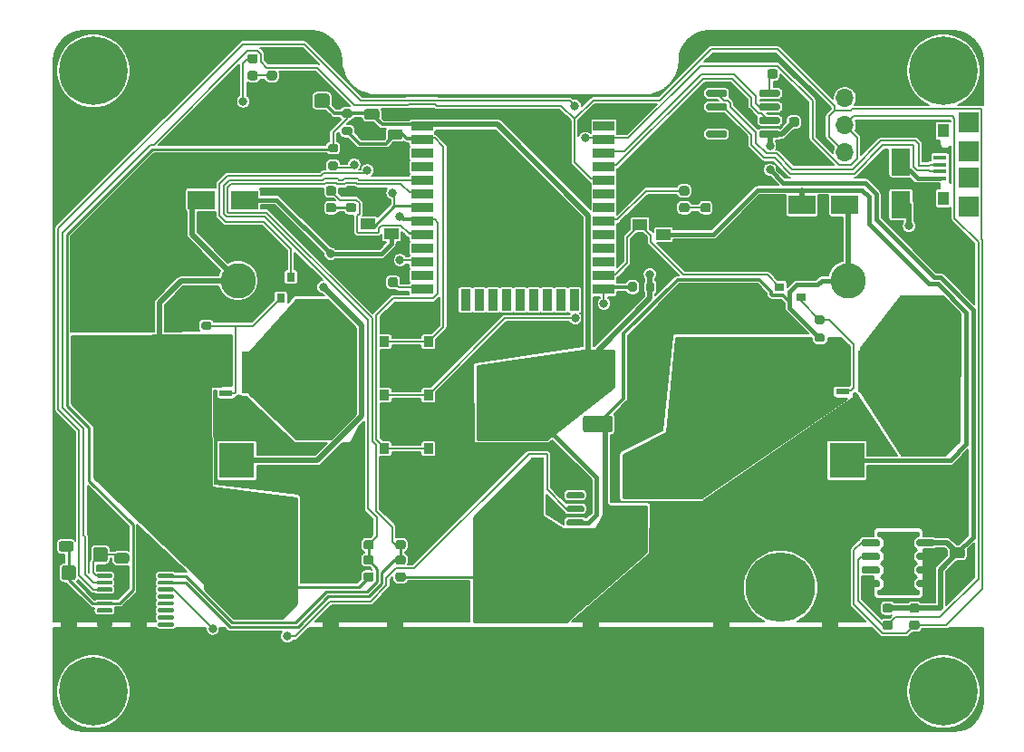
<source format=gbr>
G04 #@! TF.GenerationSoftware,KiCad,Pcbnew,(5.1.7-0-10_14)*
G04 #@! TF.CreationDate,2020-11-13T20:56:13+11:00*
G04 #@! TF.ProjectId,esp32_battery_isolator,65737033-325f-4626-9174-746572795f69,rev?*
G04 #@! TF.SameCoordinates,Original*
G04 #@! TF.FileFunction,Copper,L1,Top*
G04 #@! TF.FilePolarity,Positive*
%FSLAX46Y46*%
G04 Gerber Fmt 4.6, Leading zero omitted, Abs format (unit mm)*
G04 Created by KiCad (PCBNEW (5.1.7-0-10_14)) date 2020-11-13 20:56:13*
%MOMM*%
%LPD*%
G01*
G04 APERTURE LIST*
G04 #@! TA.AperFunction,ComponentPad*
%ADD10C,6.500000*%
G04 #@! TD*
G04 #@! TA.AperFunction,ComponentPad*
%ADD11C,0.800000*%
G04 #@! TD*
G04 #@! TA.AperFunction,ComponentPad*
%ADD12C,6.400000*%
G04 #@! TD*
G04 #@! TA.AperFunction,SMDPad,CuDef*
%ADD13R,1.800000X2.500000*%
G04 #@! TD*
G04 #@! TA.AperFunction,ComponentPad*
%ADD14C,6.000000*%
G04 #@! TD*
G04 #@! TA.AperFunction,ComponentPad*
%ADD15R,1.700000X1.700000*%
G04 #@! TD*
G04 #@! TA.AperFunction,ComponentPad*
%ADD16O,1.700000X1.700000*%
G04 #@! TD*
G04 #@! TA.AperFunction,SMDPad,CuDef*
%ADD17R,1.300000X0.400000*%
G04 #@! TD*
G04 #@! TA.AperFunction,SMDPad,CuDef*
%ADD18R,1.900000X1.900000*%
G04 #@! TD*
G04 #@! TA.AperFunction,SMDPad,CuDef*
%ADD19R,1.000000X1.300000*%
G04 #@! TD*
G04 #@! TA.AperFunction,ComponentPad*
%ADD20R,3.300000X3.300000*%
G04 #@! TD*
G04 #@! TA.AperFunction,ComponentPad*
%ADD21C,4.000000*%
G04 #@! TD*
G04 #@! TA.AperFunction,ComponentPad*
%ADD22C,3.300000*%
G04 #@! TD*
G04 #@! TA.AperFunction,SMDPad,CuDef*
%ADD23R,5.000000X5.000000*%
G04 #@! TD*
G04 #@! TA.AperFunction,SMDPad,CuDef*
%ADD24R,2.000000X0.900000*%
G04 #@! TD*
G04 #@! TA.AperFunction,SMDPad,CuDef*
%ADD25R,0.900000X2.000000*%
G04 #@! TD*
G04 #@! TA.AperFunction,SMDPad,CuDef*
%ADD26R,2.500000X1.800000*%
G04 #@! TD*
G04 #@! TA.AperFunction,SMDPad,CuDef*
%ADD27R,0.900000X1.000000*%
G04 #@! TD*
G04 #@! TA.AperFunction,SMDPad,CuDef*
%ADD28R,1.200000X2.200000*%
G04 #@! TD*
G04 #@! TA.AperFunction,SMDPad,CuDef*
%ADD29R,5.800000X6.400000*%
G04 #@! TD*
G04 #@! TA.AperFunction,SMDPad,CuDef*
%ADD30R,1.400000X1.000000*%
G04 #@! TD*
G04 #@! TA.AperFunction,SMDPad,CuDef*
%ADD31R,0.800000X0.900000*%
G04 #@! TD*
G04 #@! TA.AperFunction,SMDPad,CuDef*
%ADD32R,1.270000X0.610000*%
G04 #@! TD*
G04 #@! TA.AperFunction,SMDPad,CuDef*
%ADD33R,1.020000X0.610000*%
G04 #@! TD*
G04 #@! TA.AperFunction,SMDPad,CuDef*
%ADD34R,3.810000X3.910000*%
G04 #@! TD*
G04 #@! TA.AperFunction,SMDPad,CuDef*
%ADD35R,0.900000X0.800000*%
G04 #@! TD*
G04 #@! TA.AperFunction,ViaPad*
%ADD36C,0.800000*%
G04 #@! TD*
G04 #@! TA.AperFunction,Conductor*
%ADD37C,1.500000*%
G04 #@! TD*
G04 #@! TA.AperFunction,Conductor*
%ADD38C,0.400000*%
G04 #@! TD*
G04 #@! TA.AperFunction,Conductor*
%ADD39C,0.500000*%
G04 #@! TD*
G04 #@! TA.AperFunction,Conductor*
%ADD40C,0.300000*%
G04 #@! TD*
G04 #@! TA.AperFunction,Conductor*
%ADD41C,0.200000*%
G04 #@! TD*
G04 #@! TA.AperFunction,Conductor*
%ADD42C,0.250000*%
G04 #@! TD*
G04 #@! TA.AperFunction,Conductor*
%ADD43C,0.130000*%
G04 #@! TD*
G04 #@! TA.AperFunction,Conductor*
%ADD44C,0.100000*%
G04 #@! TD*
G04 #@! TA.AperFunction,Conductor*
%ADD45C,0.254000*%
G04 #@! TD*
G04 APERTURE END LIST*
D10*
X145000000Y-127075000D03*
G04 #@! TA.AperFunction,ComponentPad*
G36*
G01*
X146625000Y-137525000D02*
X143375000Y-137525000D01*
G75*
G02*
X141750000Y-135900000I0J1625000D01*
G01*
X141750000Y-132650000D01*
G75*
G02*
X143375000Y-131025000I1625000J0D01*
G01*
X146625000Y-131025000D01*
G75*
G02*
X148250000Y-132650000I0J-1625000D01*
G01*
X148250000Y-135900000D01*
G75*
G02*
X146625000Y-137525000I-1625000J0D01*
G01*
G37*
G04 #@! TD.AperFunction*
D11*
X107497056Y-135302944D03*
X105800000Y-134600000D03*
X104102944Y-135302944D03*
X103400000Y-137000000D03*
X104102944Y-138697056D03*
X105800000Y-139400000D03*
X107497056Y-138697056D03*
X108200000Y-137000000D03*
D12*
X105800000Y-137000000D03*
D11*
X186897056Y-77302944D03*
X185200000Y-76600000D03*
X183502944Y-77302944D03*
X182800000Y-79000000D03*
X183502944Y-80697056D03*
X185200000Y-81400000D03*
X186897056Y-80697056D03*
X187600000Y-79000000D03*
D12*
X185200000Y-79000000D03*
X185200000Y-137000000D03*
D11*
X187600000Y-137000000D03*
X186897056Y-138697056D03*
X185200000Y-139400000D03*
X183502944Y-138697056D03*
X182800000Y-137000000D03*
X183502944Y-135302944D03*
X185200000Y-134600000D03*
X186897056Y-135302944D03*
X107497056Y-77302944D03*
X105800000Y-76600000D03*
X104102944Y-77302944D03*
X103400000Y-79000000D03*
X104102944Y-80697056D03*
X105800000Y-81400000D03*
X107497056Y-80697056D03*
X108200000Y-79000000D03*
D12*
X105800000Y-79000000D03*
G04 #@! TA.AperFunction,SMDPad,CuDef*
G36*
G01*
X134456250Y-85425000D02*
X133543750Y-85425000D01*
G75*
G02*
X133300000Y-85181250I0J243750D01*
G01*
X133300000Y-84693750D01*
G75*
G02*
X133543750Y-84450000I243750J0D01*
G01*
X134456250Y-84450000D01*
G75*
G02*
X134700000Y-84693750I0J-243750D01*
G01*
X134700000Y-85181250D01*
G75*
G02*
X134456250Y-85425000I-243750J0D01*
G01*
G37*
G04 #@! TD.AperFunction*
G04 #@! TA.AperFunction,SMDPad,CuDef*
G36*
G01*
X134456250Y-83550000D02*
X133543750Y-83550000D01*
G75*
G02*
X133300000Y-83306250I0J243750D01*
G01*
X133300000Y-82818750D01*
G75*
G02*
X133543750Y-82575000I243750J0D01*
G01*
X134456250Y-82575000D01*
G75*
G02*
X134700000Y-82818750I0J-243750D01*
G01*
X134700000Y-83306250D01*
G75*
G02*
X134456250Y-83550000I-243750J0D01*
G01*
G37*
G04 #@! TD.AperFunction*
G04 #@! TA.AperFunction,SMDPad,CuDef*
G36*
G01*
X108906250Y-123150000D02*
X107993750Y-123150000D01*
G75*
G02*
X107750000Y-122906250I0J243750D01*
G01*
X107750000Y-122418750D01*
G75*
G02*
X107993750Y-122175000I243750J0D01*
G01*
X108906250Y-122175000D01*
G75*
G02*
X109150000Y-122418750I0J-243750D01*
G01*
X109150000Y-122906250D01*
G75*
G02*
X108906250Y-123150000I-243750J0D01*
G01*
G37*
G04 #@! TD.AperFunction*
G04 #@! TA.AperFunction,SMDPad,CuDef*
G36*
G01*
X108906250Y-125025000D02*
X107993750Y-125025000D01*
G75*
G02*
X107750000Y-124781250I0J243750D01*
G01*
X107750000Y-124293750D01*
G75*
G02*
X107993750Y-124050000I243750J0D01*
G01*
X108906250Y-124050000D01*
G75*
G02*
X109150000Y-124293750I0J-243750D01*
G01*
X109150000Y-124781250D01*
G75*
G02*
X108906250Y-125025000I-243750J0D01*
G01*
G37*
G04 #@! TD.AperFunction*
G04 #@! TA.AperFunction,SMDPad,CuDef*
G36*
G01*
X103706250Y-123925000D02*
X102793750Y-123925000D01*
G75*
G02*
X102550000Y-123681250I0J243750D01*
G01*
X102550000Y-123193750D01*
G75*
G02*
X102793750Y-122950000I243750J0D01*
G01*
X103706250Y-122950000D01*
G75*
G02*
X103950000Y-123193750I0J-243750D01*
G01*
X103950000Y-123681250D01*
G75*
G02*
X103706250Y-123925000I-243750J0D01*
G01*
G37*
G04 #@! TD.AperFunction*
G04 #@! TA.AperFunction,SMDPad,CuDef*
G36*
G01*
X103706250Y-122050000D02*
X102793750Y-122050000D01*
G75*
G02*
X102550000Y-121806250I0J243750D01*
G01*
X102550000Y-121318750D01*
G75*
G02*
X102793750Y-121075000I243750J0D01*
G01*
X103706250Y-121075000D01*
G75*
G02*
X103950000Y-121318750I0J-243750D01*
G01*
X103950000Y-121806250D01*
G75*
G02*
X103706250Y-122050000I-243750J0D01*
G01*
G37*
G04 #@! TD.AperFunction*
G04 #@! TA.AperFunction,SMDPad,CuDef*
G36*
G01*
X120931250Y-78300000D02*
X120418750Y-78300000D01*
G75*
G02*
X120200000Y-78081250I0J218750D01*
G01*
X120200000Y-77643750D01*
G75*
G02*
X120418750Y-77425000I218750J0D01*
G01*
X120931250Y-77425000D01*
G75*
G02*
X121150000Y-77643750I0J-218750D01*
G01*
X121150000Y-78081250D01*
G75*
G02*
X120931250Y-78300000I-218750J0D01*
G01*
G37*
G04 #@! TD.AperFunction*
G04 #@! TA.AperFunction,SMDPad,CuDef*
G36*
G01*
X120931250Y-79875000D02*
X120418750Y-79875000D01*
G75*
G02*
X120200000Y-79656250I0J218750D01*
G01*
X120200000Y-79218750D01*
G75*
G02*
X120418750Y-79000000I218750J0D01*
G01*
X120931250Y-79000000D01*
G75*
G02*
X121150000Y-79218750I0J-218750D01*
G01*
X121150000Y-79656250D01*
G75*
G02*
X120931250Y-79875000I-218750J0D01*
G01*
G37*
G04 #@! TD.AperFunction*
G04 #@! TA.AperFunction,SMDPad,CuDef*
G36*
G01*
X128256250Y-92225000D02*
X127743750Y-92225000D01*
G75*
G02*
X127525000Y-92006250I0J218750D01*
G01*
X127525000Y-91568750D01*
G75*
G02*
X127743750Y-91350000I218750J0D01*
G01*
X128256250Y-91350000D01*
G75*
G02*
X128475000Y-91568750I0J-218750D01*
G01*
X128475000Y-92006250D01*
G75*
G02*
X128256250Y-92225000I-218750J0D01*
G01*
G37*
G04 #@! TD.AperFunction*
G04 #@! TA.AperFunction,SMDPad,CuDef*
G36*
G01*
X128256250Y-90650000D02*
X127743750Y-90650000D01*
G75*
G02*
X127525000Y-90431250I0J218750D01*
G01*
X127525000Y-89993750D01*
G75*
G02*
X127743750Y-89775000I218750J0D01*
G01*
X128256250Y-89775000D01*
G75*
G02*
X128475000Y-89993750I0J-218750D01*
G01*
X128475000Y-90431250D01*
G75*
G02*
X128256250Y-90650000I-218750J0D01*
G01*
G37*
G04 #@! TD.AperFunction*
D10*
X170000000Y-127275000D03*
G04 #@! TA.AperFunction,ComponentPad*
G36*
G01*
X171500000Y-137725000D02*
X168500000Y-137725000D01*
G75*
G02*
X167000000Y-136225000I0J1500000D01*
G01*
X167000000Y-132725000D01*
G75*
G02*
X168500000Y-131225000I1500000J0D01*
G01*
X171500000Y-131225000D01*
G75*
G02*
X173000000Y-132725000I0J-1500000D01*
G01*
X173000000Y-136225000D01*
G75*
G02*
X171500000Y-137725000I-1500000J0D01*
G01*
G37*
G04 #@! TD.AperFunction*
G04 #@! TA.AperFunction,SMDPad,CuDef*
G36*
G01*
X122731250Y-78300000D02*
X122218750Y-78300000D01*
G75*
G02*
X122000000Y-78081250I0J218750D01*
G01*
X122000000Y-77643750D01*
G75*
G02*
X122218750Y-77425000I218750J0D01*
G01*
X122731250Y-77425000D01*
G75*
G02*
X122950000Y-77643750I0J-218750D01*
G01*
X122950000Y-78081250D01*
G75*
G02*
X122731250Y-78300000I-218750J0D01*
G01*
G37*
G04 #@! TD.AperFunction*
G04 #@! TA.AperFunction,SMDPad,CuDef*
G36*
G01*
X122731250Y-79875000D02*
X122218750Y-79875000D01*
G75*
G02*
X122000000Y-79656250I0J218750D01*
G01*
X122000000Y-79218750D01*
G75*
G02*
X122218750Y-79000000I218750J0D01*
G01*
X122731250Y-79000000D01*
G75*
G02*
X122950000Y-79218750I0J-218750D01*
G01*
X122950000Y-79656250D01*
G75*
G02*
X122731250Y-79875000I-218750J0D01*
G01*
G37*
G04 #@! TD.AperFunction*
G04 #@! TA.AperFunction,SMDPad,CuDef*
G36*
G01*
X130131250Y-92225000D02*
X129618750Y-92225000D01*
G75*
G02*
X129400000Y-92006250I0J218750D01*
G01*
X129400000Y-91568750D01*
G75*
G02*
X129618750Y-91350000I218750J0D01*
G01*
X130131250Y-91350000D01*
G75*
G02*
X130350000Y-91568750I0J-218750D01*
G01*
X130350000Y-92006250D01*
G75*
G02*
X130131250Y-92225000I-218750J0D01*
G01*
G37*
G04 #@! TD.AperFunction*
G04 #@! TA.AperFunction,SMDPad,CuDef*
G36*
G01*
X130131250Y-90650000D02*
X129618750Y-90650000D01*
G75*
G02*
X129400000Y-90431250I0J218750D01*
G01*
X129400000Y-89993750D01*
G75*
G02*
X129618750Y-89775000I218750J0D01*
G01*
X130131250Y-89775000D01*
G75*
G02*
X130350000Y-89993750I0J-218750D01*
G01*
X130350000Y-90431250D01*
G75*
G02*
X130131250Y-90650000I-218750J0D01*
G01*
G37*
G04 #@! TD.AperFunction*
G04 #@! TA.AperFunction,SMDPad,CuDef*
G36*
G01*
X131775000Y-99006250D02*
X131775000Y-98493750D01*
G75*
G02*
X131993750Y-98275000I218750J0D01*
G01*
X132431250Y-98275000D01*
G75*
G02*
X132650000Y-98493750I0J-218750D01*
G01*
X132650000Y-99006250D01*
G75*
G02*
X132431250Y-99225000I-218750J0D01*
G01*
X131993750Y-99225000D01*
G75*
G02*
X131775000Y-99006250I0J218750D01*
G01*
G37*
G04 #@! TD.AperFunction*
G04 #@! TA.AperFunction,SMDPad,CuDef*
G36*
G01*
X133350000Y-99006250D02*
X133350000Y-98493750D01*
G75*
G02*
X133568750Y-98275000I218750J0D01*
G01*
X134006250Y-98275000D01*
G75*
G02*
X134225000Y-98493750I0J-218750D01*
G01*
X134225000Y-99006250D01*
G75*
G02*
X134006250Y-99225000I-218750J0D01*
G01*
X133568750Y-99225000D01*
G75*
G02*
X133350000Y-99006250I0J218750D01*
G01*
G37*
G04 #@! TD.AperFunction*
G04 #@! TA.AperFunction,SMDPad,CuDef*
G36*
G01*
X179743750Y-130350000D02*
X180256250Y-130350000D01*
G75*
G02*
X180475000Y-130568750I0J-218750D01*
G01*
X180475000Y-131006250D01*
G75*
G02*
X180256250Y-131225000I-218750J0D01*
G01*
X179743750Y-131225000D01*
G75*
G02*
X179525000Y-131006250I0J218750D01*
G01*
X179525000Y-130568750D01*
G75*
G02*
X179743750Y-130350000I218750J0D01*
G01*
G37*
G04 #@! TD.AperFunction*
G04 #@! TA.AperFunction,SMDPad,CuDef*
G36*
G01*
X179743750Y-128775000D02*
X180256250Y-128775000D01*
G75*
G02*
X180475000Y-128993750I0J-218750D01*
G01*
X180475000Y-129431250D01*
G75*
G02*
X180256250Y-129650000I-218750J0D01*
G01*
X179743750Y-129650000D01*
G75*
G02*
X179525000Y-129431250I0J218750D01*
G01*
X179525000Y-128993750D01*
G75*
G02*
X179743750Y-128775000I218750J0D01*
G01*
G37*
G04 #@! TD.AperFunction*
G04 #@! TA.AperFunction,SMDPad,CuDef*
G36*
G01*
X182243750Y-130350000D02*
X182756250Y-130350000D01*
G75*
G02*
X182975000Y-130568750I0J-218750D01*
G01*
X182975000Y-131006250D01*
G75*
G02*
X182756250Y-131225000I-218750J0D01*
G01*
X182243750Y-131225000D01*
G75*
G02*
X182025000Y-131006250I0J218750D01*
G01*
X182025000Y-130568750D01*
G75*
G02*
X182243750Y-130350000I218750J0D01*
G01*
G37*
G04 #@! TD.AperFunction*
G04 #@! TA.AperFunction,SMDPad,CuDef*
G36*
G01*
X182243750Y-128775000D02*
X182756250Y-128775000D01*
G75*
G02*
X182975000Y-128993750I0J-218750D01*
G01*
X182975000Y-129431250D01*
G75*
G02*
X182756250Y-129650000I-218750J0D01*
G01*
X182243750Y-129650000D01*
G75*
G02*
X182025000Y-129431250I0J218750D01*
G01*
X182025000Y-128993750D01*
G75*
G02*
X182243750Y-128775000I218750J0D01*
G01*
G37*
G04 #@! TD.AperFunction*
G04 #@! TA.AperFunction,SMDPad,CuDef*
G36*
G01*
X131756250Y-125150000D02*
X131243750Y-125150000D01*
G75*
G02*
X131025000Y-124931250I0J218750D01*
G01*
X131025000Y-124493750D01*
G75*
G02*
X131243750Y-124275000I218750J0D01*
G01*
X131756250Y-124275000D01*
G75*
G02*
X131975000Y-124493750I0J-218750D01*
G01*
X131975000Y-124931250D01*
G75*
G02*
X131756250Y-125150000I-218750J0D01*
G01*
G37*
G04 #@! TD.AperFunction*
G04 #@! TA.AperFunction,SMDPad,CuDef*
G36*
G01*
X131756250Y-126725000D02*
X131243750Y-126725000D01*
G75*
G02*
X131025000Y-126506250I0J218750D01*
G01*
X131025000Y-126068750D01*
G75*
G02*
X131243750Y-125850000I218750J0D01*
G01*
X131756250Y-125850000D01*
G75*
G02*
X131975000Y-126068750I0J-218750D01*
G01*
X131975000Y-126506250D01*
G75*
G02*
X131756250Y-126725000I-218750J0D01*
G01*
G37*
G04 #@! TD.AperFunction*
G04 #@! TA.AperFunction,SMDPad,CuDef*
G36*
G01*
X131756250Y-123725000D02*
X131243750Y-123725000D01*
G75*
G02*
X131025000Y-123506250I0J218750D01*
G01*
X131025000Y-123068750D01*
G75*
G02*
X131243750Y-122850000I218750J0D01*
G01*
X131756250Y-122850000D01*
G75*
G02*
X131975000Y-123068750I0J-218750D01*
G01*
X131975000Y-123506250D01*
G75*
G02*
X131756250Y-123725000I-218750J0D01*
G01*
G37*
G04 #@! TD.AperFunction*
G04 #@! TA.AperFunction,SMDPad,CuDef*
G36*
G01*
X131756250Y-122150000D02*
X131243750Y-122150000D01*
G75*
G02*
X131025000Y-121931250I0J218750D01*
G01*
X131025000Y-121493750D01*
G75*
G02*
X131243750Y-121275000I218750J0D01*
G01*
X131756250Y-121275000D01*
G75*
G02*
X131975000Y-121493750I0J-218750D01*
G01*
X131975000Y-121931250D01*
G75*
G02*
X131756250Y-122150000I-218750J0D01*
G01*
G37*
G04 #@! TD.AperFunction*
G04 #@! TA.AperFunction,SMDPad,CuDef*
G36*
G01*
X134756250Y-125150000D02*
X134243750Y-125150000D01*
G75*
G02*
X134025000Y-124931250I0J218750D01*
G01*
X134025000Y-124493750D01*
G75*
G02*
X134243750Y-124275000I218750J0D01*
G01*
X134756250Y-124275000D01*
G75*
G02*
X134975000Y-124493750I0J-218750D01*
G01*
X134975000Y-124931250D01*
G75*
G02*
X134756250Y-125150000I-218750J0D01*
G01*
G37*
G04 #@! TD.AperFunction*
G04 #@! TA.AperFunction,SMDPad,CuDef*
G36*
G01*
X134756250Y-126725000D02*
X134243750Y-126725000D01*
G75*
G02*
X134025000Y-126506250I0J218750D01*
G01*
X134025000Y-126068750D01*
G75*
G02*
X134243750Y-125850000I218750J0D01*
G01*
X134756250Y-125850000D01*
G75*
G02*
X134975000Y-126068750I0J-218750D01*
G01*
X134975000Y-126506250D01*
G75*
G02*
X134756250Y-126725000I-218750J0D01*
G01*
G37*
G04 #@! TD.AperFunction*
G04 #@! TA.AperFunction,SMDPad,CuDef*
G36*
G01*
X134756250Y-123725000D02*
X134243750Y-123725000D01*
G75*
G02*
X134025000Y-123506250I0J218750D01*
G01*
X134025000Y-123068750D01*
G75*
G02*
X134243750Y-122850000I218750J0D01*
G01*
X134756250Y-122850000D01*
G75*
G02*
X134975000Y-123068750I0J-218750D01*
G01*
X134975000Y-123506250D01*
G75*
G02*
X134756250Y-123725000I-218750J0D01*
G01*
G37*
G04 #@! TD.AperFunction*
G04 #@! TA.AperFunction,SMDPad,CuDef*
G36*
G01*
X134756250Y-122150000D02*
X134243750Y-122150000D01*
G75*
G02*
X134025000Y-121931250I0J218750D01*
G01*
X134025000Y-121493750D01*
G75*
G02*
X134243750Y-121275000I218750J0D01*
G01*
X134756250Y-121275000D01*
G75*
G02*
X134975000Y-121493750I0J-218750D01*
G01*
X134975000Y-121931250D01*
G75*
G02*
X134756250Y-122150000I-218750J0D01*
G01*
G37*
G04 #@! TD.AperFunction*
G04 #@! TA.AperFunction,SMDPad,CuDef*
G36*
G01*
X151550000Y-112550000D02*
X151550000Y-111450000D01*
G75*
G02*
X151800000Y-111200000I250000J0D01*
G01*
X154075000Y-111200000D01*
G75*
G02*
X154325000Y-111450000I0J-250000D01*
G01*
X154325000Y-112550000D01*
G75*
G02*
X154075000Y-112800000I-250000J0D01*
G01*
X151800000Y-112800000D01*
G75*
G02*
X151550000Y-112550000I0J250000D01*
G01*
G37*
G04 #@! TD.AperFunction*
G04 #@! TA.AperFunction,SMDPad,CuDef*
G36*
G01*
X155675000Y-112550000D02*
X155675000Y-111450000D01*
G75*
G02*
X155925000Y-111200000I250000J0D01*
G01*
X158200000Y-111200000D01*
G75*
G02*
X158450000Y-111450000I0J-250000D01*
G01*
X158450000Y-112550000D01*
G75*
G02*
X158200000Y-112800000I-250000J0D01*
G01*
X155925000Y-112800000D01*
G75*
G02*
X155675000Y-112550000I0J250000D01*
G01*
G37*
G04 #@! TD.AperFunction*
G04 #@! TA.AperFunction,SMDPad,CuDef*
G36*
G01*
X155675000Y-106550000D02*
X155675000Y-105450000D01*
G75*
G02*
X155925000Y-105200000I250000J0D01*
G01*
X158200000Y-105200000D01*
G75*
G02*
X158450000Y-105450000I0J-250000D01*
G01*
X158450000Y-106550000D01*
G75*
G02*
X158200000Y-106800000I-250000J0D01*
G01*
X155925000Y-106800000D01*
G75*
G02*
X155675000Y-106550000I0J250000D01*
G01*
G37*
G04 #@! TD.AperFunction*
G04 #@! TA.AperFunction,SMDPad,CuDef*
G36*
G01*
X151550000Y-106550000D02*
X151550000Y-105450000D01*
G75*
G02*
X151800000Y-105200000I250000J0D01*
G01*
X154075000Y-105200000D01*
G75*
G02*
X154325000Y-105450000I0J-250000D01*
G01*
X154325000Y-106550000D01*
G75*
G02*
X154075000Y-106800000I-250000J0D01*
G01*
X151800000Y-106800000D01*
G75*
G02*
X151550000Y-106550000I0J250000D01*
G01*
G37*
G04 #@! TD.AperFunction*
G04 #@! TA.AperFunction,SMDPad,CuDef*
G36*
G01*
X106875001Y-122200000D02*
X106024999Y-122200000D01*
G75*
G02*
X105775000Y-121950001I0J249999D01*
G01*
X105775000Y-121049999D01*
G75*
G02*
X106024999Y-120800000I249999J0D01*
G01*
X106875001Y-120800000D01*
G75*
G02*
X107125000Y-121049999I0J-249999D01*
G01*
X107125000Y-121950001D01*
G75*
G02*
X106875001Y-122200000I-249999J0D01*
G01*
G37*
G04 #@! TD.AperFunction*
G04 #@! TA.AperFunction,SMDPad,CuDef*
G36*
G01*
X106875001Y-124900000D02*
X106024999Y-124900000D01*
G75*
G02*
X105775000Y-124650001I0J249999D01*
G01*
X105775000Y-123749999D01*
G75*
G02*
X106024999Y-123500000I249999J0D01*
G01*
X106875001Y-123500000D01*
G75*
G02*
X107125000Y-123749999I0J-249999D01*
G01*
X107125000Y-124650001D01*
G75*
G02*
X106875001Y-124900000I-249999J0D01*
G01*
G37*
G04 #@! TD.AperFunction*
G04 #@! TA.AperFunction,SMDPad,CuDef*
G36*
G01*
X103074999Y-125200000D02*
X103925001Y-125200000D01*
G75*
G02*
X104175000Y-125449999I0J-249999D01*
G01*
X104175000Y-126350001D01*
G75*
G02*
X103925001Y-126600000I-249999J0D01*
G01*
X103074999Y-126600000D01*
G75*
G02*
X102825000Y-126350001I0J249999D01*
G01*
X102825000Y-125449999D01*
G75*
G02*
X103074999Y-125200000I249999J0D01*
G01*
G37*
G04 #@! TD.AperFunction*
G04 #@! TA.AperFunction,SMDPad,CuDef*
G36*
G01*
X103074999Y-127900000D02*
X103925001Y-127900000D01*
G75*
G02*
X104175000Y-128149999I0J-249999D01*
G01*
X104175000Y-129050001D01*
G75*
G02*
X103925001Y-129300000I-249999J0D01*
G01*
X103074999Y-129300000D01*
G75*
G02*
X102825000Y-129050001I0J249999D01*
G01*
X102825000Y-128149999D01*
G75*
G02*
X103074999Y-127900000I249999J0D01*
G01*
G37*
G04 #@! TD.AperFunction*
G04 #@! TA.AperFunction,SMDPad,CuDef*
G36*
G01*
X186025000Y-123550000D02*
X186975000Y-123550000D01*
G75*
G02*
X187225000Y-123800000I0J-250000D01*
G01*
X187225000Y-124300000D01*
G75*
G02*
X186975000Y-124550000I-250000J0D01*
G01*
X186025000Y-124550000D01*
G75*
G02*
X185775000Y-124300000I0J250000D01*
G01*
X185775000Y-123800000D01*
G75*
G02*
X186025000Y-123550000I250000J0D01*
G01*
G37*
G04 #@! TD.AperFunction*
G04 #@! TA.AperFunction,SMDPad,CuDef*
G36*
G01*
X186025000Y-125450000D02*
X186975000Y-125450000D01*
G75*
G02*
X187225000Y-125700000I0J-250000D01*
G01*
X187225000Y-126200000D01*
G75*
G02*
X186975000Y-126450000I-250000J0D01*
G01*
X186025000Y-126450000D01*
G75*
G02*
X185775000Y-126200000I0J250000D01*
G01*
X185775000Y-125700000D01*
G75*
G02*
X186025000Y-125450000I250000J0D01*
G01*
G37*
G04 #@! TD.AperFunction*
G04 #@! TA.AperFunction,SMDPad,CuDef*
G36*
G01*
X169500000Y-79725000D02*
X169000000Y-79725000D01*
G75*
G02*
X168775000Y-79500000I0J225000D01*
G01*
X168775000Y-79050000D01*
G75*
G02*
X169000000Y-78825000I225000J0D01*
G01*
X169500000Y-78825000D01*
G75*
G02*
X169725000Y-79050000I0J-225000D01*
G01*
X169725000Y-79500000D01*
G75*
G02*
X169500000Y-79725000I-225000J0D01*
G01*
G37*
G04 #@! TD.AperFunction*
G04 #@! TA.AperFunction,SMDPad,CuDef*
G36*
G01*
X169500000Y-78175000D02*
X169000000Y-78175000D01*
G75*
G02*
X168775000Y-77950000I0J225000D01*
G01*
X168775000Y-77500000D01*
G75*
G02*
X169000000Y-77275000I225000J0D01*
G01*
X169500000Y-77275000D01*
G75*
G02*
X169725000Y-77500000I0J-225000D01*
G01*
X169725000Y-77950000D01*
G75*
G02*
X169500000Y-78175000I-225000J0D01*
G01*
G37*
G04 #@! TD.AperFunction*
G04 #@! TA.AperFunction,SMDPad,CuDef*
G36*
G01*
X171500000Y-82675000D02*
X171000000Y-82675000D01*
G75*
G02*
X170775000Y-82450000I0J225000D01*
G01*
X170775000Y-82000000D01*
G75*
G02*
X171000000Y-81775000I225000J0D01*
G01*
X171500000Y-81775000D01*
G75*
G02*
X171725000Y-82000000I0J-225000D01*
G01*
X171725000Y-82450000D01*
G75*
G02*
X171500000Y-82675000I-225000J0D01*
G01*
G37*
G04 #@! TD.AperFunction*
G04 #@! TA.AperFunction,SMDPad,CuDef*
G36*
G01*
X171500000Y-84225000D02*
X171000000Y-84225000D01*
G75*
G02*
X170775000Y-84000000I0J225000D01*
G01*
X170775000Y-83550000D01*
G75*
G02*
X171000000Y-83325000I225000J0D01*
G01*
X171500000Y-83325000D01*
G75*
G02*
X171725000Y-83550000I0J-225000D01*
G01*
X171725000Y-84000000D01*
G75*
G02*
X171500000Y-84225000I-225000J0D01*
G01*
G37*
G04 #@! TD.AperFunction*
D13*
X181250000Y-91500000D03*
X181250000Y-87500000D03*
G04 #@! TA.AperFunction,SMDPad,CuDef*
G36*
G01*
X161256250Y-92225000D02*
X160743750Y-92225000D01*
G75*
G02*
X160525000Y-92006250I0J218750D01*
G01*
X160525000Y-91568750D01*
G75*
G02*
X160743750Y-91350000I218750J0D01*
G01*
X161256250Y-91350000D01*
G75*
G02*
X161475000Y-91568750I0J-218750D01*
G01*
X161475000Y-92006250D01*
G75*
G02*
X161256250Y-92225000I-218750J0D01*
G01*
G37*
G04 #@! TD.AperFunction*
G04 #@! TA.AperFunction,SMDPad,CuDef*
G36*
G01*
X161256250Y-90650000D02*
X160743750Y-90650000D01*
G75*
G02*
X160525000Y-90431250I0J218750D01*
G01*
X160525000Y-89993750D01*
G75*
G02*
X160743750Y-89775000I218750J0D01*
G01*
X161256250Y-89775000D01*
G75*
G02*
X161475000Y-89993750I0J-218750D01*
G01*
X161475000Y-90431250D01*
G75*
G02*
X161256250Y-90650000I-218750J0D01*
G01*
G37*
G04 #@! TD.AperFunction*
D14*
X120350000Y-127225000D03*
G04 #@! TA.AperFunction,ComponentPad*
G36*
G01*
X121850000Y-137425000D02*
X118850000Y-137425000D01*
G75*
G02*
X117350000Y-135925000I0J1500000D01*
G01*
X117350000Y-132925000D01*
G75*
G02*
X118850000Y-131425000I1500000J0D01*
G01*
X121850000Y-131425000D01*
G75*
G02*
X123350000Y-132925000I0J-1500000D01*
G01*
X123350000Y-135925000D01*
G75*
G02*
X121850000Y-137425000I-1500000J0D01*
G01*
G37*
G04 #@! TD.AperFunction*
D15*
X176000000Y-79000000D03*
D16*
X176000000Y-81540000D03*
X176000000Y-84080000D03*
X176000000Y-86620000D03*
D17*
X184900000Y-88400000D03*
X184900000Y-89050000D03*
X184900000Y-87750000D03*
X184900000Y-87100000D03*
X184900000Y-86450000D03*
D18*
X187550000Y-91700000D03*
X187550000Y-83800000D03*
X187550000Y-86550000D03*
X187550000Y-88950000D03*
D19*
X185200000Y-90900000D03*
X185200000Y-84600000D03*
D20*
X119200000Y-115400000D03*
D21*
X109800000Y-107000000D03*
X127700000Y-107000000D03*
D22*
X119300000Y-98600000D03*
D21*
X127700000Y-110800000D03*
X127700000Y-103200000D03*
X105900000Y-107000000D03*
X113500000Y-107000000D03*
X170500000Y-107000000D03*
X162900000Y-107000000D03*
X184700000Y-103200000D03*
X184700000Y-110800000D03*
D22*
X176300000Y-98600000D03*
D21*
X184700000Y-107000000D03*
X166800000Y-107000000D03*
D20*
X176200000Y-115400000D03*
G04 #@! TA.AperFunction,SMDPad,CuDef*
G36*
G01*
X129225000Y-82575000D02*
X129775000Y-82575000D01*
G75*
G02*
X129975000Y-82775000I0J-200000D01*
G01*
X129975000Y-83175000D01*
G75*
G02*
X129775000Y-83375000I-200000J0D01*
G01*
X129225000Y-83375000D01*
G75*
G02*
X129025000Y-83175000I0J200000D01*
G01*
X129025000Y-82775000D01*
G75*
G02*
X129225000Y-82575000I200000J0D01*
G01*
G37*
G04 #@! TD.AperFunction*
G04 #@! TA.AperFunction,SMDPad,CuDef*
G36*
G01*
X129225000Y-84225000D02*
X129775000Y-84225000D01*
G75*
G02*
X129975000Y-84425000I0J-200000D01*
G01*
X129975000Y-84825000D01*
G75*
G02*
X129775000Y-85025000I-200000J0D01*
G01*
X129225000Y-85025000D01*
G75*
G02*
X129025000Y-84825000I0J200000D01*
G01*
X129025000Y-84425000D01*
G75*
G02*
X129225000Y-84225000I200000J0D01*
G01*
G37*
G04 #@! TD.AperFunction*
G04 #@! TA.AperFunction,SMDPad,CuDef*
G36*
G01*
X163256250Y-90650000D02*
X162743750Y-90650000D01*
G75*
G02*
X162525000Y-90431250I0J218750D01*
G01*
X162525000Y-89993750D01*
G75*
G02*
X162743750Y-89775000I218750J0D01*
G01*
X163256250Y-89775000D01*
G75*
G02*
X163475000Y-89993750I0J-218750D01*
G01*
X163475000Y-90431250D01*
G75*
G02*
X163256250Y-90650000I-218750J0D01*
G01*
G37*
G04 #@! TD.AperFunction*
G04 #@! TA.AperFunction,SMDPad,CuDef*
G36*
G01*
X163256250Y-92225000D02*
X162743750Y-92225000D01*
G75*
G02*
X162525000Y-92006250I0J218750D01*
G01*
X162525000Y-91568750D01*
G75*
G02*
X162743750Y-91350000I218750J0D01*
G01*
X163256250Y-91350000D01*
G75*
G02*
X163475000Y-91568750I0J-218750D01*
G01*
X163475000Y-92006250D01*
G75*
G02*
X163256250Y-92225000I-218750J0D01*
G01*
G37*
G04 #@! TD.AperFunction*
D23*
X144000000Y-90395000D03*
D24*
X136500000Y-82895000D03*
X136500000Y-84165000D03*
X136500000Y-85435000D03*
X136500000Y-86705000D03*
X136500000Y-87975000D03*
X136500000Y-89245000D03*
X136500000Y-90515000D03*
X136500000Y-91785000D03*
X136500000Y-93055000D03*
X136500000Y-94325000D03*
X136500000Y-95595000D03*
X136500000Y-96865000D03*
X136500000Y-98135000D03*
X136500000Y-99405000D03*
D25*
X139285000Y-100405000D03*
X140555000Y-100405000D03*
X141825000Y-100405000D03*
X143095000Y-100405000D03*
X144365000Y-100405000D03*
X145635000Y-100405000D03*
X146905000Y-100405000D03*
X148175000Y-100405000D03*
X149445000Y-100405000D03*
X150715000Y-100405000D03*
D24*
X153500000Y-99405000D03*
X153500000Y-98135000D03*
X153500000Y-96865000D03*
X153500000Y-95595000D03*
X153500000Y-94325000D03*
X153500000Y-93055000D03*
X153500000Y-91785000D03*
X153500000Y-90515000D03*
X153500000Y-89245000D03*
X153500000Y-87975000D03*
X153500000Y-86705000D03*
X153500000Y-85435000D03*
X153500000Y-84165000D03*
X153500000Y-82895000D03*
G04 #@! TA.AperFunction,SMDPad,CuDef*
G36*
G01*
X106100000Y-126275000D02*
X106100000Y-126075000D01*
G75*
G02*
X106200000Y-125975000I100000J0D01*
G01*
X107475000Y-125975000D01*
G75*
G02*
X107575000Y-126075000I0J-100000D01*
G01*
X107575000Y-126275000D01*
G75*
G02*
X107475000Y-126375000I-100000J0D01*
G01*
X106200000Y-126375000D01*
G75*
G02*
X106100000Y-126275000I0J100000D01*
G01*
G37*
G04 #@! TD.AperFunction*
G04 #@! TA.AperFunction,SMDPad,CuDef*
G36*
G01*
X106100000Y-126925000D02*
X106100000Y-126725000D01*
G75*
G02*
X106200000Y-126625000I100000J0D01*
G01*
X107475000Y-126625000D01*
G75*
G02*
X107575000Y-126725000I0J-100000D01*
G01*
X107575000Y-126925000D01*
G75*
G02*
X107475000Y-127025000I-100000J0D01*
G01*
X106200000Y-127025000D01*
G75*
G02*
X106100000Y-126925000I0J100000D01*
G01*
G37*
G04 #@! TD.AperFunction*
G04 #@! TA.AperFunction,SMDPad,CuDef*
G36*
G01*
X106100000Y-127575000D02*
X106100000Y-127375000D01*
G75*
G02*
X106200000Y-127275000I100000J0D01*
G01*
X107475000Y-127275000D01*
G75*
G02*
X107575000Y-127375000I0J-100000D01*
G01*
X107575000Y-127575000D01*
G75*
G02*
X107475000Y-127675000I-100000J0D01*
G01*
X106200000Y-127675000D01*
G75*
G02*
X106100000Y-127575000I0J100000D01*
G01*
G37*
G04 #@! TD.AperFunction*
G04 #@! TA.AperFunction,SMDPad,CuDef*
G36*
G01*
X106100000Y-128225000D02*
X106100000Y-128025000D01*
G75*
G02*
X106200000Y-127925000I100000J0D01*
G01*
X107475000Y-127925000D01*
G75*
G02*
X107575000Y-128025000I0J-100000D01*
G01*
X107575000Y-128225000D01*
G75*
G02*
X107475000Y-128325000I-100000J0D01*
G01*
X106200000Y-128325000D01*
G75*
G02*
X106100000Y-128225000I0J100000D01*
G01*
G37*
G04 #@! TD.AperFunction*
G04 #@! TA.AperFunction,SMDPad,CuDef*
G36*
G01*
X106100000Y-128875000D02*
X106100000Y-128675000D01*
G75*
G02*
X106200000Y-128575000I100000J0D01*
G01*
X107475000Y-128575000D01*
G75*
G02*
X107575000Y-128675000I0J-100000D01*
G01*
X107575000Y-128875000D01*
G75*
G02*
X107475000Y-128975000I-100000J0D01*
G01*
X106200000Y-128975000D01*
G75*
G02*
X106100000Y-128875000I0J100000D01*
G01*
G37*
G04 #@! TD.AperFunction*
G04 #@! TA.AperFunction,SMDPad,CuDef*
G36*
G01*
X106100000Y-129525000D02*
X106100000Y-129325000D01*
G75*
G02*
X106200000Y-129225000I100000J0D01*
G01*
X107475000Y-129225000D01*
G75*
G02*
X107575000Y-129325000I0J-100000D01*
G01*
X107575000Y-129525000D01*
G75*
G02*
X107475000Y-129625000I-100000J0D01*
G01*
X106200000Y-129625000D01*
G75*
G02*
X106100000Y-129525000I0J100000D01*
G01*
G37*
G04 #@! TD.AperFunction*
G04 #@! TA.AperFunction,SMDPad,CuDef*
G36*
G01*
X106100000Y-130175000D02*
X106100000Y-129975000D01*
G75*
G02*
X106200000Y-129875000I100000J0D01*
G01*
X107475000Y-129875000D01*
G75*
G02*
X107575000Y-129975000I0J-100000D01*
G01*
X107575000Y-130175000D01*
G75*
G02*
X107475000Y-130275000I-100000J0D01*
G01*
X106200000Y-130275000D01*
G75*
G02*
X106100000Y-130175000I0J100000D01*
G01*
G37*
G04 #@! TD.AperFunction*
G04 #@! TA.AperFunction,SMDPad,CuDef*
G36*
G01*
X106100000Y-130825000D02*
X106100000Y-130625000D01*
G75*
G02*
X106200000Y-130525000I100000J0D01*
G01*
X107475000Y-130525000D01*
G75*
G02*
X107575000Y-130625000I0J-100000D01*
G01*
X107575000Y-130825000D01*
G75*
G02*
X107475000Y-130925000I-100000J0D01*
G01*
X106200000Y-130925000D01*
G75*
G02*
X106100000Y-130825000I0J100000D01*
G01*
G37*
G04 #@! TD.AperFunction*
G04 #@! TA.AperFunction,SMDPad,CuDef*
G36*
G01*
X111825000Y-130825000D02*
X111825000Y-130625000D01*
G75*
G02*
X111925000Y-130525000I100000J0D01*
G01*
X113200000Y-130525000D01*
G75*
G02*
X113300000Y-130625000I0J-100000D01*
G01*
X113300000Y-130825000D01*
G75*
G02*
X113200000Y-130925000I-100000J0D01*
G01*
X111925000Y-130925000D01*
G75*
G02*
X111825000Y-130825000I0J100000D01*
G01*
G37*
G04 #@! TD.AperFunction*
G04 #@! TA.AperFunction,SMDPad,CuDef*
G36*
G01*
X111825000Y-130175000D02*
X111825000Y-129975000D01*
G75*
G02*
X111925000Y-129875000I100000J0D01*
G01*
X113200000Y-129875000D01*
G75*
G02*
X113300000Y-129975000I0J-100000D01*
G01*
X113300000Y-130175000D01*
G75*
G02*
X113200000Y-130275000I-100000J0D01*
G01*
X111925000Y-130275000D01*
G75*
G02*
X111825000Y-130175000I0J100000D01*
G01*
G37*
G04 #@! TD.AperFunction*
G04 #@! TA.AperFunction,SMDPad,CuDef*
G36*
G01*
X111825000Y-129525000D02*
X111825000Y-129325000D01*
G75*
G02*
X111925000Y-129225000I100000J0D01*
G01*
X113200000Y-129225000D01*
G75*
G02*
X113300000Y-129325000I0J-100000D01*
G01*
X113300000Y-129525000D01*
G75*
G02*
X113200000Y-129625000I-100000J0D01*
G01*
X111925000Y-129625000D01*
G75*
G02*
X111825000Y-129525000I0J100000D01*
G01*
G37*
G04 #@! TD.AperFunction*
G04 #@! TA.AperFunction,SMDPad,CuDef*
G36*
G01*
X111825000Y-128875000D02*
X111825000Y-128675000D01*
G75*
G02*
X111925000Y-128575000I100000J0D01*
G01*
X113200000Y-128575000D01*
G75*
G02*
X113300000Y-128675000I0J-100000D01*
G01*
X113300000Y-128875000D01*
G75*
G02*
X113200000Y-128975000I-100000J0D01*
G01*
X111925000Y-128975000D01*
G75*
G02*
X111825000Y-128875000I0J100000D01*
G01*
G37*
G04 #@! TD.AperFunction*
G04 #@! TA.AperFunction,SMDPad,CuDef*
G36*
G01*
X111825000Y-128225000D02*
X111825000Y-128025000D01*
G75*
G02*
X111925000Y-127925000I100000J0D01*
G01*
X113200000Y-127925000D01*
G75*
G02*
X113300000Y-128025000I0J-100000D01*
G01*
X113300000Y-128225000D01*
G75*
G02*
X113200000Y-128325000I-100000J0D01*
G01*
X111925000Y-128325000D01*
G75*
G02*
X111825000Y-128225000I0J100000D01*
G01*
G37*
G04 #@! TD.AperFunction*
G04 #@! TA.AperFunction,SMDPad,CuDef*
G36*
G01*
X111825000Y-127575000D02*
X111825000Y-127375000D01*
G75*
G02*
X111925000Y-127275000I100000J0D01*
G01*
X113200000Y-127275000D01*
G75*
G02*
X113300000Y-127375000I0J-100000D01*
G01*
X113300000Y-127575000D01*
G75*
G02*
X113200000Y-127675000I-100000J0D01*
G01*
X111925000Y-127675000D01*
G75*
G02*
X111825000Y-127575000I0J100000D01*
G01*
G37*
G04 #@! TD.AperFunction*
G04 #@! TA.AperFunction,SMDPad,CuDef*
G36*
G01*
X111825000Y-126925000D02*
X111825000Y-126725000D01*
G75*
G02*
X111925000Y-126625000I100000J0D01*
G01*
X113200000Y-126625000D01*
G75*
G02*
X113300000Y-126725000I0J-100000D01*
G01*
X113300000Y-126925000D01*
G75*
G02*
X113200000Y-127025000I-100000J0D01*
G01*
X111925000Y-127025000D01*
G75*
G02*
X111825000Y-126925000I0J100000D01*
G01*
G37*
G04 #@! TD.AperFunction*
G04 #@! TA.AperFunction,SMDPad,CuDef*
G36*
G01*
X111825000Y-126275000D02*
X111825000Y-126075000D01*
G75*
G02*
X111925000Y-125975000I100000J0D01*
G01*
X113200000Y-125975000D01*
G75*
G02*
X113300000Y-126075000I0J-100000D01*
G01*
X113300000Y-126275000D01*
G75*
G02*
X113200000Y-126375000I-100000J0D01*
G01*
X111925000Y-126375000D01*
G75*
G02*
X111825000Y-126275000I0J100000D01*
G01*
G37*
G04 #@! TD.AperFunction*
G04 #@! TA.AperFunction,SMDPad,CuDef*
G36*
G01*
X177550000Y-123245000D02*
X177550000Y-122945000D01*
G75*
G02*
X177700000Y-122795000I150000J0D01*
G01*
X179150000Y-122795000D01*
G75*
G02*
X179300000Y-122945000I0J-150000D01*
G01*
X179300000Y-123245000D01*
G75*
G02*
X179150000Y-123395000I-150000J0D01*
G01*
X177700000Y-123395000D01*
G75*
G02*
X177550000Y-123245000I0J150000D01*
G01*
G37*
G04 #@! TD.AperFunction*
G04 #@! TA.AperFunction,SMDPad,CuDef*
G36*
G01*
X177550000Y-124515000D02*
X177550000Y-124215000D01*
G75*
G02*
X177700000Y-124065000I150000J0D01*
G01*
X179150000Y-124065000D01*
G75*
G02*
X179300000Y-124215000I0J-150000D01*
G01*
X179300000Y-124515000D01*
G75*
G02*
X179150000Y-124665000I-150000J0D01*
G01*
X177700000Y-124665000D01*
G75*
G02*
X177550000Y-124515000I0J150000D01*
G01*
G37*
G04 #@! TD.AperFunction*
G04 #@! TA.AperFunction,SMDPad,CuDef*
G36*
G01*
X177550000Y-125785000D02*
X177550000Y-125485000D01*
G75*
G02*
X177700000Y-125335000I150000J0D01*
G01*
X179150000Y-125335000D01*
G75*
G02*
X179300000Y-125485000I0J-150000D01*
G01*
X179300000Y-125785000D01*
G75*
G02*
X179150000Y-125935000I-150000J0D01*
G01*
X177700000Y-125935000D01*
G75*
G02*
X177550000Y-125785000I0J150000D01*
G01*
G37*
G04 #@! TD.AperFunction*
G04 #@! TA.AperFunction,SMDPad,CuDef*
G36*
G01*
X177550000Y-127055000D02*
X177550000Y-126755000D01*
G75*
G02*
X177700000Y-126605000I150000J0D01*
G01*
X179150000Y-126605000D01*
G75*
G02*
X179300000Y-126755000I0J-150000D01*
G01*
X179300000Y-127055000D01*
G75*
G02*
X179150000Y-127205000I-150000J0D01*
G01*
X177700000Y-127205000D01*
G75*
G02*
X177550000Y-127055000I0J150000D01*
G01*
G37*
G04 #@! TD.AperFunction*
G04 #@! TA.AperFunction,SMDPad,CuDef*
G36*
G01*
X182700000Y-127055000D02*
X182700000Y-126755000D01*
G75*
G02*
X182850000Y-126605000I150000J0D01*
G01*
X184300000Y-126605000D01*
G75*
G02*
X184450000Y-126755000I0J-150000D01*
G01*
X184450000Y-127055000D01*
G75*
G02*
X184300000Y-127205000I-150000J0D01*
G01*
X182850000Y-127205000D01*
G75*
G02*
X182700000Y-127055000I0J150000D01*
G01*
G37*
G04 #@! TD.AperFunction*
G04 #@! TA.AperFunction,SMDPad,CuDef*
G36*
G01*
X182700000Y-125785000D02*
X182700000Y-125485000D01*
G75*
G02*
X182850000Y-125335000I150000J0D01*
G01*
X184300000Y-125335000D01*
G75*
G02*
X184450000Y-125485000I0J-150000D01*
G01*
X184450000Y-125785000D01*
G75*
G02*
X184300000Y-125935000I-150000J0D01*
G01*
X182850000Y-125935000D01*
G75*
G02*
X182700000Y-125785000I0J150000D01*
G01*
G37*
G04 #@! TD.AperFunction*
G04 #@! TA.AperFunction,SMDPad,CuDef*
G36*
G01*
X182700000Y-124515000D02*
X182700000Y-124215000D01*
G75*
G02*
X182850000Y-124065000I150000J0D01*
G01*
X184300000Y-124065000D01*
G75*
G02*
X184450000Y-124215000I0J-150000D01*
G01*
X184450000Y-124515000D01*
G75*
G02*
X184300000Y-124665000I-150000J0D01*
G01*
X182850000Y-124665000D01*
G75*
G02*
X182700000Y-124515000I0J150000D01*
G01*
G37*
G04 #@! TD.AperFunction*
G04 #@! TA.AperFunction,SMDPad,CuDef*
G36*
G01*
X182700000Y-123245000D02*
X182700000Y-122945000D01*
G75*
G02*
X182850000Y-122795000I150000J0D01*
G01*
X184300000Y-122795000D01*
G75*
G02*
X184450000Y-122945000I0J-150000D01*
G01*
X184450000Y-123245000D01*
G75*
G02*
X184300000Y-123395000I-150000J0D01*
G01*
X182850000Y-123395000D01*
G75*
G02*
X182700000Y-123245000I0J150000D01*
G01*
G37*
G04 #@! TD.AperFunction*
G04 #@! TA.AperFunction,SMDPad,CuDef*
G36*
G01*
X163050000Y-81245000D02*
X163050000Y-80945000D01*
G75*
G02*
X163200000Y-80795000I150000J0D01*
G01*
X164850000Y-80795000D01*
G75*
G02*
X165000000Y-80945000I0J-150000D01*
G01*
X165000000Y-81245000D01*
G75*
G02*
X164850000Y-81395000I-150000J0D01*
G01*
X163200000Y-81395000D01*
G75*
G02*
X163050000Y-81245000I0J150000D01*
G01*
G37*
G04 #@! TD.AperFunction*
G04 #@! TA.AperFunction,SMDPad,CuDef*
G36*
G01*
X163050000Y-82515000D02*
X163050000Y-82215000D01*
G75*
G02*
X163200000Y-82065000I150000J0D01*
G01*
X164850000Y-82065000D01*
G75*
G02*
X165000000Y-82215000I0J-150000D01*
G01*
X165000000Y-82515000D01*
G75*
G02*
X164850000Y-82665000I-150000J0D01*
G01*
X163200000Y-82665000D01*
G75*
G02*
X163050000Y-82515000I0J150000D01*
G01*
G37*
G04 #@! TD.AperFunction*
G04 #@! TA.AperFunction,SMDPad,CuDef*
G36*
G01*
X163050000Y-83785000D02*
X163050000Y-83485000D01*
G75*
G02*
X163200000Y-83335000I150000J0D01*
G01*
X164850000Y-83335000D01*
G75*
G02*
X165000000Y-83485000I0J-150000D01*
G01*
X165000000Y-83785000D01*
G75*
G02*
X164850000Y-83935000I-150000J0D01*
G01*
X163200000Y-83935000D01*
G75*
G02*
X163050000Y-83785000I0J150000D01*
G01*
G37*
G04 #@! TD.AperFunction*
G04 #@! TA.AperFunction,SMDPad,CuDef*
G36*
G01*
X163050000Y-85055000D02*
X163050000Y-84755000D01*
G75*
G02*
X163200000Y-84605000I150000J0D01*
G01*
X164850000Y-84605000D01*
G75*
G02*
X165000000Y-84755000I0J-150000D01*
G01*
X165000000Y-85055000D01*
G75*
G02*
X164850000Y-85205000I-150000J0D01*
G01*
X163200000Y-85205000D01*
G75*
G02*
X163050000Y-85055000I0J150000D01*
G01*
G37*
G04 #@! TD.AperFunction*
G04 #@! TA.AperFunction,SMDPad,CuDef*
G36*
G01*
X168000000Y-85055000D02*
X168000000Y-84755000D01*
G75*
G02*
X168150000Y-84605000I150000J0D01*
G01*
X169800000Y-84605000D01*
G75*
G02*
X169950000Y-84755000I0J-150000D01*
G01*
X169950000Y-85055000D01*
G75*
G02*
X169800000Y-85205000I-150000J0D01*
G01*
X168150000Y-85205000D01*
G75*
G02*
X168000000Y-85055000I0J150000D01*
G01*
G37*
G04 #@! TD.AperFunction*
G04 #@! TA.AperFunction,SMDPad,CuDef*
G36*
G01*
X168000000Y-83785000D02*
X168000000Y-83485000D01*
G75*
G02*
X168150000Y-83335000I150000J0D01*
G01*
X169800000Y-83335000D01*
G75*
G02*
X169950000Y-83485000I0J-150000D01*
G01*
X169950000Y-83785000D01*
G75*
G02*
X169800000Y-83935000I-150000J0D01*
G01*
X168150000Y-83935000D01*
G75*
G02*
X168000000Y-83785000I0J150000D01*
G01*
G37*
G04 #@! TD.AperFunction*
G04 #@! TA.AperFunction,SMDPad,CuDef*
G36*
G01*
X168000000Y-82515000D02*
X168000000Y-82215000D01*
G75*
G02*
X168150000Y-82065000I150000J0D01*
G01*
X169800000Y-82065000D01*
G75*
G02*
X169950000Y-82215000I0J-150000D01*
G01*
X169950000Y-82515000D01*
G75*
G02*
X169800000Y-82665000I-150000J0D01*
G01*
X168150000Y-82665000D01*
G75*
G02*
X168000000Y-82515000I0J150000D01*
G01*
G37*
G04 #@! TD.AperFunction*
G04 #@! TA.AperFunction,SMDPad,CuDef*
G36*
G01*
X168000000Y-81245000D02*
X168000000Y-80945000D01*
G75*
G02*
X168150000Y-80795000I150000J0D01*
G01*
X169800000Y-80795000D01*
G75*
G02*
X169950000Y-80945000I0J-150000D01*
G01*
X169950000Y-81245000D01*
G75*
G02*
X169800000Y-81395000I-150000J0D01*
G01*
X168150000Y-81395000D01*
G75*
G02*
X168000000Y-81245000I0J150000D01*
G01*
G37*
G04 #@! TD.AperFunction*
D26*
X115900000Y-91050000D03*
X119900000Y-91050000D03*
X172000000Y-91500000D03*
X176000000Y-91500000D03*
D27*
X133000000Y-102700000D03*
X133000000Y-104300000D03*
X137100000Y-102700000D03*
X137100000Y-104300000D03*
X137100000Y-109300000D03*
X137100000Y-107700000D03*
X133000000Y-109300000D03*
X133000000Y-107700000D03*
X137100000Y-114300000D03*
X137100000Y-112700000D03*
X133000000Y-114300000D03*
X133000000Y-112700000D03*
G04 #@! TA.AperFunction,SMDPad,CuDef*
G36*
G01*
X127850000Y-81374999D02*
X127850000Y-82225001D01*
G75*
G02*
X127600001Y-82475000I-249999J0D01*
G01*
X126699999Y-82475000D01*
G75*
G02*
X126450000Y-82225001I0J249999D01*
G01*
X126450000Y-81374999D01*
G75*
G02*
X126699999Y-81125000I249999J0D01*
G01*
X127600001Y-81125000D01*
G75*
G02*
X127850000Y-81374999I0J-249999D01*
G01*
G37*
G04 #@! TD.AperFunction*
G04 #@! TA.AperFunction,SMDPad,CuDef*
G36*
G01*
X125150000Y-81374999D02*
X125150000Y-82225001D01*
G75*
G02*
X124900001Y-82475000I-249999J0D01*
G01*
X123999999Y-82475000D01*
G75*
G02*
X123750000Y-82225001I0J249999D01*
G01*
X123750000Y-81374999D01*
G75*
G02*
X123999999Y-81125000I249999J0D01*
G01*
X124900001Y-81125000D01*
G75*
G02*
X125150000Y-81374999I0J-249999D01*
G01*
G37*
G04 #@! TD.AperFunction*
G04 #@! TA.AperFunction,SMDPad,CuDef*
G36*
G01*
X131325000Y-82550000D02*
X132275000Y-82550000D01*
G75*
G02*
X132525000Y-82800000I0J-250000D01*
G01*
X132525000Y-83300000D01*
G75*
G02*
X132275000Y-83550000I-250000J0D01*
G01*
X131325000Y-83550000D01*
G75*
G02*
X131075000Y-83300000I0J250000D01*
G01*
X131075000Y-82800000D01*
G75*
G02*
X131325000Y-82550000I250000J0D01*
G01*
G37*
G04 #@! TD.AperFunction*
G04 #@! TA.AperFunction,SMDPad,CuDef*
G36*
G01*
X131325000Y-84450000D02*
X132275000Y-84450000D01*
G75*
G02*
X132525000Y-84700000I0J-250000D01*
G01*
X132525000Y-85200000D01*
G75*
G02*
X132275000Y-85450000I-250000J0D01*
G01*
X131325000Y-85450000D01*
G75*
G02*
X131075000Y-85200000I0J250000D01*
G01*
X131075000Y-84700000D01*
G75*
G02*
X131325000Y-84450000I250000J0D01*
G01*
G37*
G04 #@! TD.AperFunction*
G04 #@! TA.AperFunction,SMDPad,CuDef*
G36*
G01*
X158225000Y-98925000D02*
X158225000Y-99475000D01*
G75*
G02*
X158025000Y-99675000I-200000J0D01*
G01*
X157625000Y-99675000D01*
G75*
G02*
X157425000Y-99475000I0J200000D01*
G01*
X157425000Y-98925000D01*
G75*
G02*
X157625000Y-98725000I200000J0D01*
G01*
X158025000Y-98725000D01*
G75*
G02*
X158225000Y-98925000I0J-200000D01*
G01*
G37*
G04 #@! TD.AperFunction*
G04 #@! TA.AperFunction,SMDPad,CuDef*
G36*
G01*
X156575000Y-98925000D02*
X156575000Y-99475000D01*
G75*
G02*
X156375000Y-99675000I-200000J0D01*
G01*
X155975000Y-99675000D01*
G75*
G02*
X155775000Y-99475000I0J200000D01*
G01*
X155775000Y-98925000D01*
G75*
G02*
X155975000Y-98725000I200000J0D01*
G01*
X156375000Y-98725000D01*
G75*
G02*
X156575000Y-98925000I0J-200000D01*
G01*
G37*
G04 #@! TD.AperFunction*
G04 #@! TA.AperFunction,SMDPad,CuDef*
G36*
G01*
X127925000Y-87475000D02*
X128475000Y-87475000D01*
G75*
G02*
X128675000Y-87675000I0J-200000D01*
G01*
X128675000Y-88075000D01*
G75*
G02*
X128475000Y-88275000I-200000J0D01*
G01*
X127925000Y-88275000D01*
G75*
G02*
X127725000Y-88075000I0J200000D01*
G01*
X127725000Y-87675000D01*
G75*
G02*
X127925000Y-87475000I200000J0D01*
G01*
G37*
G04 #@! TD.AperFunction*
G04 #@! TA.AperFunction,SMDPad,CuDef*
G36*
G01*
X127925000Y-85825000D02*
X128475000Y-85825000D01*
G75*
G02*
X128675000Y-86025000I0J-200000D01*
G01*
X128675000Y-86425000D01*
G75*
G02*
X128475000Y-86625000I-200000J0D01*
G01*
X127925000Y-86625000D01*
G75*
G02*
X127725000Y-86425000I0J200000D01*
G01*
X127725000Y-86025000D01*
G75*
G02*
X127925000Y-85825000I200000J0D01*
G01*
G37*
G04 #@! TD.AperFunction*
D28*
X142720000Y-116200000D03*
X147280000Y-116200000D03*
D29*
X145000000Y-109900000D03*
D30*
X133650000Y-94250000D03*
X131450000Y-95200000D03*
X131450000Y-93300000D03*
X156850000Y-93350000D03*
X156850000Y-95250000D03*
X159050000Y-94300000D03*
D31*
X124250000Y-98250000D03*
X122350000Y-98250000D03*
X123300000Y-100250000D03*
D32*
X118180000Y-105295000D03*
X118180000Y-106565000D03*
X118180000Y-107835000D03*
X118180000Y-109105000D03*
D33*
X123645000Y-109105000D03*
X123645000Y-107835000D03*
X123645000Y-106565000D03*
X123645000Y-105295000D03*
D34*
X121540000Y-107200000D03*
D35*
X171900000Y-100150000D03*
X169900000Y-101100000D03*
X169900000Y-99200000D03*
D34*
X179140000Y-107050000D03*
D33*
X181245000Y-105145000D03*
X181245000Y-106415000D03*
X181245000Y-107685000D03*
X181245000Y-108955000D03*
D32*
X175780000Y-108955000D03*
X175780000Y-107685000D03*
X175780000Y-106415000D03*
X175780000Y-105145000D03*
G04 #@! TA.AperFunction,SMDPad,CuDef*
G36*
G01*
X116625000Y-104875000D02*
X116075000Y-104875000D01*
G75*
G02*
X115875000Y-104675000I0J200000D01*
G01*
X115875000Y-104275000D01*
G75*
G02*
X116075000Y-104075000I200000J0D01*
G01*
X116625000Y-104075000D01*
G75*
G02*
X116825000Y-104275000I0J-200000D01*
G01*
X116825000Y-104675000D01*
G75*
G02*
X116625000Y-104875000I-200000J0D01*
G01*
G37*
G04 #@! TD.AperFunction*
G04 #@! TA.AperFunction,SMDPad,CuDef*
G36*
G01*
X116625000Y-103225000D02*
X116075000Y-103225000D01*
G75*
G02*
X115875000Y-103025000I0J200000D01*
G01*
X115875000Y-102625000D01*
G75*
G02*
X116075000Y-102425000I200000J0D01*
G01*
X116625000Y-102425000D01*
G75*
G02*
X116825000Y-102625000I0J-200000D01*
G01*
X116825000Y-103025000D01*
G75*
G02*
X116625000Y-103225000I-200000J0D01*
G01*
G37*
G04 #@! TD.AperFunction*
G04 #@! TA.AperFunction,SMDPad,CuDef*
G36*
G01*
X173925000Y-102675000D02*
X173375000Y-102675000D01*
G75*
G02*
X173175000Y-102475000I0J200000D01*
G01*
X173175000Y-102075000D01*
G75*
G02*
X173375000Y-101875000I200000J0D01*
G01*
X173925000Y-101875000D01*
G75*
G02*
X174125000Y-102075000I0J-200000D01*
G01*
X174125000Y-102475000D01*
G75*
G02*
X173925000Y-102675000I-200000J0D01*
G01*
G37*
G04 #@! TD.AperFunction*
G04 #@! TA.AperFunction,SMDPad,CuDef*
G36*
G01*
X173925000Y-104325000D02*
X173375000Y-104325000D01*
G75*
G02*
X173175000Y-104125000I0J200000D01*
G01*
X173175000Y-103725000D01*
G75*
G02*
X173375000Y-103525000I200000J0D01*
G01*
X173925000Y-103525000D01*
G75*
G02*
X174125000Y-103725000I0J-200000D01*
G01*
X174125000Y-104125000D01*
G75*
G02*
X173925000Y-104325000I-200000J0D01*
G01*
G37*
G04 #@! TD.AperFunction*
G04 #@! TA.AperFunction,SMDPad,CuDef*
G36*
G01*
X156900000Y-121055000D02*
X156900000Y-121355000D01*
G75*
G02*
X156750000Y-121505000I-150000J0D01*
G01*
X155400000Y-121505000D01*
G75*
G02*
X155250000Y-121355000I0J150000D01*
G01*
X155250000Y-121055000D01*
G75*
G02*
X155400000Y-120905000I150000J0D01*
G01*
X156750000Y-120905000D01*
G75*
G02*
X156900000Y-121055000I0J-150000D01*
G01*
G37*
G04 #@! TD.AperFunction*
G04 #@! TA.AperFunction,SMDPad,CuDef*
G36*
G01*
X156900000Y-119785000D02*
X156900000Y-120085000D01*
G75*
G02*
X156750000Y-120235000I-150000J0D01*
G01*
X155400000Y-120235000D01*
G75*
G02*
X155250000Y-120085000I0J150000D01*
G01*
X155250000Y-119785000D01*
G75*
G02*
X155400000Y-119635000I150000J0D01*
G01*
X156750000Y-119635000D01*
G75*
G02*
X156900000Y-119785000I0J-150000D01*
G01*
G37*
G04 #@! TD.AperFunction*
G04 #@! TA.AperFunction,SMDPad,CuDef*
G36*
G01*
X156900000Y-118515000D02*
X156900000Y-118815000D01*
G75*
G02*
X156750000Y-118965000I-150000J0D01*
G01*
X155400000Y-118965000D01*
G75*
G02*
X155250000Y-118815000I0J150000D01*
G01*
X155250000Y-118515000D01*
G75*
G02*
X155400000Y-118365000I150000J0D01*
G01*
X156750000Y-118365000D01*
G75*
G02*
X156900000Y-118515000I0J-150000D01*
G01*
G37*
G04 #@! TD.AperFunction*
G04 #@! TA.AperFunction,SMDPad,CuDef*
G36*
G01*
X156900000Y-117245000D02*
X156900000Y-117545000D01*
G75*
G02*
X156750000Y-117695000I-150000J0D01*
G01*
X155400000Y-117695000D01*
G75*
G02*
X155250000Y-117545000I0J150000D01*
G01*
X155250000Y-117245000D01*
G75*
G02*
X155400000Y-117095000I150000J0D01*
G01*
X156750000Y-117095000D01*
G75*
G02*
X156900000Y-117245000I0J-150000D01*
G01*
G37*
G04 #@! TD.AperFunction*
G04 #@! TA.AperFunction,SMDPad,CuDef*
G36*
G01*
X151650000Y-117245000D02*
X151650000Y-117545000D01*
G75*
G02*
X151500000Y-117695000I-150000J0D01*
G01*
X150150000Y-117695000D01*
G75*
G02*
X150000000Y-117545000I0J150000D01*
G01*
X150000000Y-117245000D01*
G75*
G02*
X150150000Y-117095000I150000J0D01*
G01*
X151500000Y-117095000D01*
G75*
G02*
X151650000Y-117245000I0J-150000D01*
G01*
G37*
G04 #@! TD.AperFunction*
G04 #@! TA.AperFunction,SMDPad,CuDef*
G36*
G01*
X151650000Y-118515000D02*
X151650000Y-118815000D01*
G75*
G02*
X151500000Y-118965000I-150000J0D01*
G01*
X150150000Y-118965000D01*
G75*
G02*
X150000000Y-118815000I0J150000D01*
G01*
X150000000Y-118515000D01*
G75*
G02*
X150150000Y-118365000I150000J0D01*
G01*
X151500000Y-118365000D01*
G75*
G02*
X151650000Y-118515000I0J-150000D01*
G01*
G37*
G04 #@! TD.AperFunction*
G04 #@! TA.AperFunction,SMDPad,CuDef*
G36*
G01*
X151650000Y-119785000D02*
X151650000Y-120085000D01*
G75*
G02*
X151500000Y-120235000I-150000J0D01*
G01*
X150150000Y-120235000D01*
G75*
G02*
X150000000Y-120085000I0J150000D01*
G01*
X150000000Y-119785000D01*
G75*
G02*
X150150000Y-119635000I150000J0D01*
G01*
X151500000Y-119635000D01*
G75*
G02*
X151650000Y-119785000I0J-150000D01*
G01*
G37*
G04 #@! TD.AperFunction*
G04 #@! TA.AperFunction,SMDPad,CuDef*
G36*
G01*
X151650000Y-121055000D02*
X151650000Y-121355000D01*
G75*
G02*
X151500000Y-121505000I-150000J0D01*
G01*
X150150000Y-121505000D01*
G75*
G02*
X150000000Y-121355000I0J150000D01*
G01*
X150000000Y-121055000D01*
G75*
G02*
X150150000Y-120905000I150000J0D01*
G01*
X151500000Y-120905000D01*
G75*
G02*
X151650000Y-121055000I0J-150000D01*
G01*
G37*
G04 #@! TD.AperFunction*
D36*
X134000000Y-128750000D03*
X127000000Y-116250000D03*
X118250000Y-85000000D03*
X109000000Y-98500000D03*
X126150000Y-93000000D03*
X148750000Y-85000000D03*
X160000000Y-87500000D03*
X179250000Y-84500000D03*
X184250000Y-96500000D03*
X104500000Y-85000000D03*
X137000000Y-123250000D03*
X178500000Y-128500000D03*
X185000000Y-116500000D03*
X155750000Y-83000000D03*
X142250000Y-86250000D03*
X140250000Y-90000000D03*
X144250000Y-94500000D03*
X149750000Y-94500000D03*
X167750000Y-77750000D03*
X165000000Y-77750000D03*
X186000000Y-127250000D03*
X124250000Y-77500000D03*
X118500000Y-80250000D03*
X124250000Y-80000000D03*
X186000000Y-132250000D03*
X177500000Y-132750000D03*
X171750000Y-97000000D03*
X164500000Y-97000000D03*
X140500000Y-118750000D03*
X110000000Y-129750000D03*
X164500000Y-127000000D03*
X175000000Y-122500000D03*
X152250000Y-129750000D03*
X103500000Y-130000000D03*
X103500000Y-132000000D03*
X110250000Y-133250000D03*
X128000000Y-132250000D03*
X134000000Y-132500004D03*
X152250000Y-133250006D03*
X164750000Y-133500000D03*
X175750000Y-134500000D03*
X137500000Y-101250000D03*
X130050000Y-97950000D03*
X139750000Y-98000000D03*
X133200000Y-88000000D03*
X127200000Y-85600000D03*
X132400000Y-91000000D03*
X130500000Y-83800000D03*
X158700000Y-92400000D03*
X156900000Y-96850000D03*
X127550000Y-119900000D03*
X127550000Y-125550000D03*
X128950000Y-95050000D03*
X105950000Y-119600000D03*
X108550000Y-125950000D03*
X102800000Y-117600000D03*
X119650000Y-94650000D03*
X122550000Y-96450000D03*
X125950000Y-98400000D03*
X118600000Y-112150000D03*
X124000000Y-116900000D03*
X128000000Y-130000001D03*
X160600000Y-99450000D03*
X163050000Y-99400000D03*
X165200000Y-99400000D03*
X167550000Y-99400000D03*
X169000000Y-88250000D03*
X169000000Y-86000000D03*
X157800000Y-98000000D03*
X151750000Y-85285000D03*
X150750000Y-82250000D03*
X182000000Y-93500000D03*
X134450000Y-96700000D03*
X119800000Y-81850000D03*
X181000000Y-123500000D03*
X181000000Y-125000000D03*
X182050000Y-101000000D03*
X180400000Y-102750000D03*
X179000000Y-104300000D03*
X178950000Y-110550000D03*
X180450000Y-112100000D03*
X182050000Y-113900000D03*
X125400000Y-105100000D03*
X125450000Y-108900000D03*
X131400000Y-88300000D03*
X133750000Y-90400000D03*
X153500000Y-100750000D03*
X150800000Y-102100000D03*
X127300000Y-99200000D03*
X127950000Y-96100000D03*
X134450000Y-92600000D03*
X130150000Y-87750000D03*
X116937500Y-131112500D03*
X123900000Y-131850000D03*
D37*
X110000000Y-129750000D02*
X110000000Y-132500000D01*
X134000000Y-128750000D02*
X134000000Y-132500004D01*
X152250000Y-129750000D02*
X152250000Y-133250006D01*
X164500000Y-127000000D02*
X164500000Y-133250000D01*
X164500000Y-133250000D02*
X164750000Y-133500000D01*
D38*
X106837500Y-130725000D02*
X106837500Y-130075000D01*
D37*
X103500000Y-130000000D02*
X103500000Y-132000000D01*
X174600001Y-133350001D02*
X175750000Y-134500000D01*
X174600001Y-122899999D02*
X174600001Y-133350001D01*
X175000000Y-122500000D02*
X174600001Y-122899999D01*
X128000000Y-132250000D02*
X128000000Y-130000001D01*
D39*
X182500000Y-129212500D02*
X180000000Y-129212500D01*
X184952464Y-129212500D02*
X182500000Y-129212500D01*
X169000000Y-86000000D02*
X169000000Y-84905000D01*
X170120000Y-84905000D02*
X168975000Y-84905000D01*
X171250000Y-83775000D02*
X170120000Y-84905000D01*
X143580002Y-84015000D02*
X136500000Y-84015000D01*
X152049999Y-92484997D02*
X143580002Y-84015000D01*
X152049999Y-105112499D02*
X152049999Y-92484997D01*
X152937500Y-106000000D02*
X152049999Y-105112499D01*
D40*
X132765000Y-84015000D02*
X131800000Y-83050000D01*
X136500000Y-84015000D02*
X132765000Y-84015000D01*
X131725000Y-82975000D02*
X131800000Y-83050000D01*
X129500000Y-82975000D02*
X131725000Y-82975000D01*
D41*
X129500000Y-83442878D02*
X129500000Y-82975000D01*
X128200000Y-84742878D02*
X129500000Y-83442878D01*
X128200000Y-86375000D02*
X128200000Y-84742878D01*
D42*
X103500000Y-125900000D02*
X103500000Y-123437500D01*
D40*
X128325000Y-82975000D02*
X127150000Y-81800000D01*
X129500000Y-82975000D02*
X128325000Y-82975000D01*
D39*
X184952464Y-125597536D02*
X184952464Y-129212500D01*
X186500000Y-124050000D02*
X184952464Y-125597536D01*
X185545000Y-123095000D02*
X186500000Y-124050000D01*
X183575000Y-123095000D02*
X185545000Y-123095000D01*
D38*
X177899955Y-89449988D02*
X178950011Y-90500044D01*
X187974968Y-122575032D02*
X186500000Y-124050000D01*
X184948532Y-98299989D02*
X187974968Y-101326425D01*
X169000000Y-88250000D02*
X170199988Y-89449988D01*
X178950011Y-90500044D02*
X178950011Y-92900011D01*
X170199988Y-89449988D02*
X177899955Y-89449988D01*
X178950011Y-92900011D02*
X184349989Y-98299989D01*
X184349989Y-98299989D02*
X184948532Y-98299989D01*
X187974968Y-101326425D02*
X187974968Y-122575032D01*
D42*
X109475010Y-127524990D02*
X108250000Y-128750000D01*
X109475010Y-121375010D02*
X109475010Y-127524990D01*
X105400000Y-117300000D02*
X109475010Y-121375010D01*
X128099999Y-86325001D02*
X111274999Y-86325001D01*
X103325022Y-110275022D02*
X105400000Y-112350000D01*
X105400000Y-112350000D02*
X105400000Y-117300000D01*
X111274999Y-86325001D02*
X103325022Y-94274978D01*
X103325022Y-94274978D02*
X103325022Y-110275022D01*
X128200000Y-86225000D02*
X128099999Y-86325001D01*
X106862500Y-128750000D02*
X106837500Y-128775000D01*
X108250000Y-128750000D02*
X106862500Y-128750000D01*
X103500000Y-125900000D02*
X103500000Y-126550000D01*
X105725000Y-128775000D02*
X106837500Y-128775000D01*
X103500000Y-126550000D02*
X105725000Y-128775000D01*
D38*
X152800000Y-117000000D02*
X145700000Y-109900000D01*
X145700000Y-109900000D02*
X145000000Y-109900000D01*
X152800000Y-120450000D02*
X152800000Y-117000000D01*
X152045000Y-121205000D02*
X152800000Y-120450000D01*
X150825000Y-121205000D02*
X152045000Y-121205000D01*
D39*
X152937500Y-105113958D02*
X157800000Y-100251458D01*
X152937500Y-106000000D02*
X152937500Y-105113958D01*
X157800000Y-100251458D02*
X157800000Y-98000000D01*
D41*
X120675000Y-79437500D02*
X122475000Y-79437500D01*
D42*
X128000000Y-91787500D02*
X129875000Y-91787500D01*
D41*
X168000000Y-82365000D02*
X168975000Y-82365000D01*
X167699990Y-82064990D02*
X168000000Y-82365000D01*
X153500000Y-86555000D02*
X155379300Y-86555000D01*
X155379300Y-86555000D02*
X162584311Y-79349989D01*
X162584311Y-79349989D02*
X165665689Y-79349989D01*
X165665689Y-79349989D02*
X167699990Y-81384290D01*
X167699990Y-81384290D02*
X167699990Y-82064990D01*
X167963598Y-82965010D02*
X168215010Y-82965010D01*
X162750000Y-79750000D02*
X165500000Y-79750000D01*
X153500000Y-87825000D02*
X154675000Y-87825000D01*
X167299979Y-82301391D02*
X167963598Y-82965010D01*
X168885000Y-83635000D02*
X168975000Y-83635000D01*
X167299979Y-81549979D02*
X167299979Y-82301391D01*
X165500000Y-79750000D02*
X167299979Y-81549979D01*
X168215010Y-82965010D02*
X168885000Y-83635000D01*
X154675000Y-87825000D02*
X162750000Y-79750000D01*
X176000000Y-86620000D02*
X174500000Y-85120000D01*
X174500000Y-83250000D02*
X175059999Y-82690001D01*
X174500000Y-85120000D02*
X174500000Y-83250000D01*
X150750000Y-87545000D02*
X150750000Y-83500000D01*
X152300000Y-89095000D02*
X150750000Y-87545000D01*
X153500000Y-89095000D02*
X152300000Y-89095000D01*
X175059999Y-82317521D02*
X175059999Y-82690001D01*
X158750000Y-81750000D02*
X163525010Y-76974990D01*
X163525010Y-76974990D02*
X169717468Y-76974990D01*
X169717468Y-76974990D02*
X175059999Y-82317521D01*
X152500000Y-81750000D02*
X158750000Y-81750000D01*
X150750000Y-83500000D02*
X152500000Y-81750000D01*
X177550000Y-123095000D02*
X178425000Y-123095000D01*
X176849980Y-123795020D02*
X177550000Y-123095000D01*
X176849980Y-128846120D02*
X176849980Y-123795020D01*
X179528870Y-131525010D02*
X176849980Y-128846120D01*
X181762490Y-131525010D02*
X179528870Y-131525010D01*
X182500000Y-130787500D02*
X181762490Y-131525010D01*
X175059999Y-82690001D02*
X176552001Y-82690001D01*
X188874990Y-127375010D02*
X185462500Y-130787500D01*
X176552001Y-82690001D02*
X176692003Y-82549999D01*
X176692003Y-82549999D02*
X188740001Y-82549999D01*
X188740001Y-82549999D02*
X188800001Y-82609999D01*
X188800001Y-94734301D02*
X188874990Y-94809290D01*
X185462500Y-130787500D02*
X182500000Y-130787500D01*
X188874990Y-94809290D02*
X188874990Y-127375010D01*
X188800001Y-82609999D02*
X188800001Y-94734301D01*
X104899990Y-112451046D02*
X102900011Y-110451067D01*
X102900011Y-110451067D02*
X102900011Y-94098933D01*
X105775000Y-126825000D02*
X105000000Y-126050000D01*
X106837500Y-126825000D02*
X105775000Y-126825000D01*
X105000000Y-126050000D02*
X105000000Y-122502834D01*
X105000000Y-122502834D02*
X104899990Y-122402824D01*
X104899990Y-122402824D02*
X104899990Y-112451046D01*
X102900011Y-94098933D02*
X111098954Y-85899990D01*
X111098954Y-85899990D02*
X111428870Y-85899990D01*
X111428870Y-85899990D02*
X120203870Y-77124990D01*
X135204987Y-82200011D02*
X135259999Y-82144999D01*
X130200011Y-82200011D02*
X135204987Y-82200011D01*
X126699990Y-78699990D02*
X130200011Y-82200011D01*
X121450010Y-78146130D02*
X122003870Y-78699990D01*
X122003870Y-78699990D02*
X126699990Y-78699990D01*
X121450010Y-77428870D02*
X121450010Y-78146130D01*
X135259999Y-82144999D02*
X137740001Y-82144999D01*
X137740001Y-82144999D02*
X137845002Y-82250000D01*
X137845002Y-82250000D02*
X149500000Y-82250000D01*
X120203870Y-77124990D02*
X121146130Y-77124990D01*
X121146130Y-77124990D02*
X121450010Y-77428870D01*
X149500000Y-82250000D02*
X150750000Y-83500000D01*
X151750000Y-85285000D02*
X153500000Y-85285000D01*
X177150001Y-85230001D02*
X176000000Y-84080000D01*
X177150001Y-87172001D02*
X177150001Y-85230001D01*
X173000000Y-81807522D02*
X173000000Y-85322002D01*
X176552001Y-87770001D02*
X177150001Y-87172001D01*
X173000000Y-85322002D02*
X175447999Y-87770001D01*
X169717468Y-78524990D02*
X173000000Y-81807522D01*
X162545010Y-78524990D02*
X169717468Y-78524990D01*
X175447999Y-87770001D02*
X176552001Y-87770001D01*
X155785000Y-85285000D02*
X162545010Y-78524990D01*
X153500000Y-85285000D02*
X155785000Y-85285000D01*
D42*
X106812500Y-127450000D02*
X106837500Y-127475000D01*
D41*
X177550000Y-124365000D02*
X178425000Y-124365000D01*
X177249990Y-124665010D02*
X177550000Y-124365000D01*
X177249990Y-128512490D02*
X177249990Y-124665010D01*
X179525000Y-130787500D02*
X177249990Y-128512490D01*
X180000000Y-130787500D02*
X179525000Y-130787500D01*
X186250001Y-83459999D02*
X186020003Y-83230001D01*
X180737510Y-130049990D02*
X184892806Y-130049990D01*
X176849999Y-83230001D02*
X176000000Y-84080000D01*
X186250001Y-92750001D02*
X186250001Y-83459999D01*
X184892806Y-130049990D02*
X188474979Y-126467817D01*
X188474979Y-126467817D02*
X188474979Y-94974979D01*
X180000000Y-130787500D02*
X180737510Y-130049990D01*
X188474979Y-94974979D02*
X186250001Y-92750001D01*
X186020003Y-83230001D02*
X176849999Y-83230001D01*
X135039298Y-81800000D02*
X135094310Y-81744988D01*
X130800000Y-81800000D02*
X135039298Y-81800000D01*
X119750000Y-76500000D02*
X125500000Y-76500000D01*
X102500000Y-93750000D02*
X119750000Y-76500000D01*
X106837500Y-127475000D02*
X105775000Y-127475000D01*
X137960702Y-81800000D02*
X150300000Y-81800000D01*
X125500000Y-76500000D02*
X130800000Y-81800000D01*
X105775000Y-127475000D02*
X104475010Y-126175010D01*
X135094310Y-81744988D02*
X137905690Y-81744988D01*
X102500000Y-110616756D02*
X102500000Y-93750000D01*
X150300000Y-81800000D02*
X150750000Y-82250000D01*
X104475010Y-112591766D02*
X102500000Y-110616756D01*
X104475010Y-126175010D02*
X104475010Y-112591766D01*
X137905690Y-81744988D02*
X137960702Y-81800000D01*
X133000000Y-104300000D02*
X137100000Y-104300000D01*
D40*
X133137490Y-85800010D02*
X134000000Y-84937500D01*
X130675010Y-85800010D02*
X133137490Y-85800010D01*
X129500000Y-84625000D02*
X130675010Y-85800010D01*
X129800000Y-84625000D02*
X129500000Y-84625000D01*
D41*
X137700000Y-85285000D02*
X136500000Y-85285000D01*
X138500000Y-86085000D02*
X137700000Y-85285000D01*
X138500000Y-102900000D02*
X138500000Y-86085000D01*
X137100000Y-104300000D02*
X138500000Y-102900000D01*
D40*
X136485000Y-85300000D02*
X136500000Y-85285000D01*
X135050000Y-85300000D02*
X136485000Y-85300000D01*
X134687500Y-84937500D02*
X135050000Y-85300000D01*
X134000000Y-84937500D02*
X134687500Y-84937500D01*
D42*
X144212500Y-126287500D02*
X145000000Y-127075000D01*
X134500000Y-126287500D02*
X144212500Y-126287500D01*
D39*
X176300000Y-91300000D02*
X176000000Y-91000000D01*
X176300000Y-98600000D02*
X176300000Y-91300000D01*
X182000000Y-91500000D02*
X182000000Y-93500000D01*
D38*
X173450000Y-99000000D02*
X171500000Y-99000000D01*
X173850000Y-98600000D02*
X173450000Y-99000000D01*
X171500000Y-99000000D02*
X170850000Y-99650000D01*
X176300000Y-98600000D02*
X173850000Y-98600000D01*
X170850000Y-101125000D02*
X173650000Y-103925000D01*
D39*
X152937500Y-112000000D02*
X153600000Y-112662500D01*
X153600000Y-112662500D02*
X153600000Y-118150000D01*
X153600000Y-121200000D02*
X153600000Y-118150000D01*
X156070000Y-121200000D02*
X153600000Y-121200000D01*
X156075000Y-121205000D02*
X156070000Y-121200000D01*
X154085000Y-119935000D02*
X156075000Y-119935000D01*
X153600000Y-119450000D02*
X154085000Y-119935000D01*
X153600000Y-118150000D02*
X153600000Y-119450000D01*
D38*
X170850000Y-100600000D02*
X170850000Y-101125000D01*
X170850000Y-99650000D02*
X170850000Y-100600000D01*
D40*
X170200001Y-99950001D02*
X170850000Y-100600000D01*
X169169999Y-99950001D02*
X170200001Y-99950001D01*
X169099999Y-99880001D02*
X169169999Y-99950001D01*
X160400000Y-98500000D02*
X168000000Y-98500000D01*
X168000000Y-98500000D02*
X169099999Y-99599999D01*
X155324990Y-109612510D02*
X155324990Y-103575010D01*
X169099999Y-99599999D02*
X169099999Y-99880001D01*
X152937500Y-112000000D02*
X155324990Y-109612510D01*
X155324990Y-103575010D02*
X160400000Y-98500000D01*
D41*
X106837500Y-126175000D02*
X106075000Y-126175000D01*
X106075000Y-126175000D02*
X105750000Y-125850000D01*
X105750000Y-124900000D02*
X106450000Y-124200000D01*
X105750000Y-125850000D02*
X105750000Y-124900000D01*
X108112500Y-124200000D02*
X108450000Y-124537500D01*
X106450000Y-124200000D02*
X108112500Y-124200000D01*
X168975000Y-79550000D02*
X169250000Y-79275000D01*
X168975000Y-81095000D02*
X168975000Y-79550000D01*
X136500000Y-96715000D02*
X134464990Y-96715000D01*
X120200000Y-77862500D02*
X119800000Y-78262500D01*
X120675000Y-77862500D02*
X120200000Y-77862500D01*
X119800000Y-78262500D02*
X119800000Y-81850000D01*
D38*
X182800000Y-89050000D02*
X181250000Y-87500000D01*
X184900000Y-89050000D02*
X182800000Y-89050000D01*
D42*
X136500000Y-94175000D02*
X135250000Y-94175000D01*
D41*
X134524999Y-93449999D02*
X135250000Y-94175000D01*
X132709999Y-93449999D02*
X134524999Y-93449999D01*
X132450001Y-94040001D02*
X132450001Y-93709997D01*
X132390001Y-94100001D02*
X132450001Y-94040001D01*
X130509999Y-94100001D02*
X132390001Y-94100001D01*
X130650010Y-91353870D02*
X130650010Y-92359988D01*
X130449999Y-92559999D02*
X130449999Y-94040001D01*
X128837490Y-91049990D02*
X130346130Y-91049990D01*
X130650010Y-92359988D02*
X130449999Y-92559999D01*
X132450001Y-93709997D02*
X132709999Y-93449999D01*
X130346130Y-91049990D02*
X130650010Y-91353870D01*
X130449999Y-94040001D02*
X130509999Y-94100001D01*
X128000000Y-90212500D02*
X128837490Y-91049990D01*
X161000000Y-91787500D02*
X163000000Y-91787500D01*
X154745000Y-92905000D02*
X153500000Y-92905000D01*
X157437500Y-90212500D02*
X154745000Y-92905000D01*
X161000000Y-90212500D02*
X157437500Y-90212500D01*
D42*
X130562500Y-127225000D02*
X131500000Y-126287500D01*
X120350000Y-127225000D02*
X130562500Y-127225000D01*
D39*
X113500000Y-107000000D02*
X111950000Y-105450000D01*
X111950000Y-100689998D02*
X113989998Y-98650000D01*
X111950000Y-105450000D02*
X111950000Y-100689998D01*
X119250000Y-98650000D02*
X119300000Y-98600000D01*
X113989998Y-98650000D02*
X119250000Y-98650000D01*
X115000000Y-94300000D02*
X119300000Y-98600000D01*
X115000000Y-91500000D02*
X115000000Y-94300000D01*
D41*
X169443595Y-87149992D02*
X168477607Y-87149992D01*
X176904082Y-88620002D02*
X170913605Y-88620002D01*
X164658603Y-82365000D02*
X164025000Y-82365000D01*
X182450001Y-86009999D02*
X182390001Y-85949999D01*
X183824999Y-88300000D02*
X182757120Y-88300000D01*
X183924999Y-88400000D02*
X183824999Y-88300000D01*
X179574085Y-85949999D02*
X176904082Y-88620002D01*
X182390001Y-85949999D02*
X179574085Y-85949999D01*
X184900000Y-88400000D02*
X183924999Y-88400000D01*
X167249999Y-84956397D02*
X164658603Y-82365000D01*
X182757120Y-88300000D02*
X182450001Y-87992882D01*
X170913605Y-88620002D02*
X169443595Y-87149992D01*
X167249999Y-85922384D02*
X167249999Y-84956397D01*
X168477607Y-87149992D02*
X167249999Y-85922384D01*
X182450001Y-87992882D02*
X182450001Y-86009999D01*
X184900000Y-87750000D02*
X183924999Y-87750000D01*
X182943502Y-87850000D02*
X182899992Y-87806490D01*
X164694990Y-81764990D02*
X164025000Y-81095000D01*
X165036402Y-81764990D02*
X164694990Y-81764990D01*
X165300010Y-82370010D02*
X165300010Y-82028598D01*
X167699990Y-85735992D02*
X167699990Y-84769990D01*
X183924999Y-87750000D02*
X183824999Y-87850000D01*
X167699990Y-84769990D02*
X165300010Y-82370010D01*
X168663999Y-86700001D02*
X167699990Y-85735992D01*
X182899992Y-85823607D02*
X182576393Y-85500008D01*
X169630001Y-86700001D02*
X168663999Y-86700001D01*
X182899992Y-87806490D02*
X182899992Y-85823607D01*
X176717690Y-88170011D02*
X171100011Y-88170011D01*
X179387693Y-85500008D02*
X176717690Y-88170011D01*
X182576393Y-85500008D02*
X179387693Y-85500008D01*
X183824999Y-87850000D02*
X182943502Y-87850000D01*
X165300010Y-82028598D02*
X165036402Y-81764990D01*
X171100011Y-88170011D02*
X169630001Y-86700001D01*
D42*
X133915000Y-91635000D02*
X136500000Y-91635000D01*
X132000000Y-93550000D02*
X133915000Y-91635000D01*
D41*
X124250000Y-98250000D02*
X124250000Y-95665698D01*
X124250000Y-95665698D02*
X121667151Y-93082849D01*
X117549978Y-92521379D02*
X117549978Y-89578621D01*
X118111448Y-93082849D02*
X117549978Y-92521379D01*
X117549978Y-89578621D02*
X118328599Y-88800000D01*
X121667151Y-93082849D02*
X118111448Y-93082849D01*
X127297451Y-88575010D02*
X131124990Y-88575010D01*
X127072461Y-88800000D02*
X127297451Y-88575010D01*
X118328599Y-88800000D02*
X127072461Y-88800000D01*
X131124990Y-88575010D02*
X131400000Y-88300000D01*
X133915000Y-90565000D02*
X133750000Y-90400000D01*
X133915000Y-91635000D02*
X133915000Y-90565000D01*
X153515000Y-98000000D02*
X153500000Y-97985000D01*
X154600000Y-98000000D02*
X153515000Y-98000000D01*
X155650000Y-96950000D02*
X154600000Y-98000000D01*
X155650000Y-94550000D02*
X155650000Y-96950000D01*
X156850000Y-93350000D02*
X155650000Y-94550000D01*
X157850001Y-94350001D02*
X156850000Y-93350000D01*
X157850001Y-94953588D02*
X157850001Y-94350001D01*
X169900000Y-99200000D02*
X168749989Y-98049989D01*
X168749989Y-98049989D02*
X160946402Y-98049989D01*
X160946402Y-98049989D02*
X157850001Y-94953588D01*
X134292500Y-99255000D02*
X133787500Y-98750000D01*
X136500000Y-99255000D02*
X134292500Y-99255000D01*
D42*
X134500000Y-124712500D02*
X134500000Y-123287500D01*
D41*
X136500000Y-90365000D02*
X135300000Y-90365000D01*
X127403849Y-89600011D02*
X118659987Y-89600011D01*
X134535011Y-89600011D02*
X130471151Y-89600011D01*
X133724990Y-122987490D02*
X134025000Y-123287500D01*
X130471151Y-89600011D02*
X130346130Y-89474990D01*
X134025000Y-123287500D02*
X134500000Y-123287500D01*
X131849988Y-102134288D02*
X131849988Y-113605690D01*
X135300000Y-90365000D02*
X134535011Y-89600011D01*
X121965701Y-92250001D02*
X131849988Y-102134288D01*
X129278849Y-89600011D02*
X128596151Y-89600011D01*
X129403870Y-89474990D02*
X129278849Y-89600011D01*
X130346130Y-89474990D02*
X129403870Y-89474990D01*
X128596151Y-89600011D02*
X128471130Y-89474990D01*
X132200003Y-113955705D02*
X132200003Y-120100001D01*
X132200003Y-120100001D02*
X133724990Y-121624990D01*
X118409999Y-92250001D02*
X121965701Y-92250001D01*
X118659987Y-89600011D02*
X118349999Y-89909999D01*
X127528870Y-89474990D02*
X127403849Y-89600011D01*
X118349999Y-92190001D02*
X118409999Y-92250001D01*
X118349999Y-89909999D02*
X118349999Y-92190001D01*
X133724990Y-121624990D02*
X133724990Y-122987490D01*
X128471130Y-89474990D02*
X127528870Y-89474990D01*
X131849988Y-113605690D02*
X132200003Y-113955705D01*
D42*
X114392588Y-126825000D02*
X112562500Y-126825000D01*
X127761390Y-128125020D02*
X124886399Y-131000011D01*
X131542884Y-128125020D02*
X127761390Y-128125020D01*
X118567598Y-131000010D02*
X114392588Y-126825000D01*
X132750019Y-125899981D02*
X132750019Y-126917885D01*
X132750019Y-126917885D02*
X131542884Y-128125020D01*
X133937500Y-124712500D02*
X132750019Y-125899981D01*
X124886399Y-131000011D02*
X118567598Y-131000010D01*
X134500000Y-124712500D02*
X133937500Y-124712500D01*
D41*
X137100000Y-109300000D02*
X133000000Y-109300000D01*
X153500000Y-100750000D02*
X153500000Y-99255000D01*
D40*
X153555000Y-99200000D02*
X153500000Y-99255000D01*
X156175000Y-99200000D02*
X153555000Y-99200000D01*
D41*
X144250000Y-102100000D02*
X150800000Y-102100000D01*
X137100000Y-109250000D02*
X144250000Y-102100000D01*
X137100000Y-109300000D02*
X137100000Y-109250000D01*
D39*
X130850000Y-111276002D02*
X130850000Y-102750000D01*
X126726002Y-115400000D02*
X130850000Y-111276002D01*
X119200000Y-115400000D02*
X126726002Y-115400000D01*
X130850000Y-102750000D02*
X127300000Y-99200000D01*
D38*
X122900000Y-91050000D02*
X119900000Y-91050000D01*
X132699999Y-96100001D02*
X127950001Y-96100001D01*
X133650000Y-95150000D02*
X132699999Y-96100001D01*
X127950001Y-96100001D02*
X122900000Y-91050000D01*
X133650000Y-94250000D02*
X133650000Y-95150000D01*
D39*
X172000000Y-91500000D02*
X172000000Y-90149999D01*
D38*
X177610001Y-90149999D02*
X167850002Y-90149999D01*
X178250000Y-93300000D02*
X178250000Y-90789998D01*
X187350000Y-113900000D02*
X187350000Y-101550000D01*
X167850002Y-90149999D02*
X163700001Y-94300000D01*
X187350000Y-101550000D02*
X184700000Y-98900000D01*
X176200000Y-115400000D02*
X185850000Y-115400000D01*
X178250000Y-90789998D02*
X177610001Y-90149999D01*
X183850000Y-98900000D02*
X178250000Y-93300000D01*
X163700001Y-94300000D02*
X159050000Y-94300000D01*
X184700000Y-98900000D02*
X183850000Y-98900000D01*
X185850000Y-115400000D02*
X187350000Y-113900000D01*
D42*
X131500000Y-124712500D02*
X131500000Y-123287500D01*
D41*
X136395000Y-89200000D02*
X136500000Y-89095000D01*
X130636840Y-89200000D02*
X136395000Y-89200000D01*
X130511819Y-89074979D02*
X130636840Y-89200000D01*
X129238181Y-89074979D02*
X130511819Y-89074979D01*
X128761840Y-89200000D02*
X129113160Y-89200000D01*
X117949988Y-89744310D02*
X118494298Y-89200000D01*
X128636819Y-89074979D02*
X128761840Y-89200000D01*
X127363181Y-89074979D02*
X128636819Y-89074979D01*
X129113160Y-89200000D02*
X129238181Y-89074979D01*
X127238160Y-89200000D02*
X127363181Y-89074979D01*
X118494298Y-89200000D02*
X127238160Y-89200000D01*
X118244310Y-92650012D02*
X117949988Y-92355690D01*
X121800012Y-92650012D02*
X118244310Y-92650012D01*
X131449977Y-102299977D02*
X121800012Y-92650012D01*
X131449979Y-106628619D02*
X131449979Y-105371381D01*
X131449979Y-110371381D02*
X131449977Y-110371379D01*
X131449977Y-111628621D02*
X131449979Y-111628619D01*
X131449977Y-113771379D02*
X131449977Y-111628621D01*
X131449979Y-113771381D02*
X131449977Y-113771379D01*
X132275010Y-120740709D02*
X131449979Y-119915678D01*
X131449977Y-110371379D02*
X131449977Y-106628621D01*
X132275010Y-122512490D02*
X132275010Y-120740709D01*
X131500000Y-123287500D02*
X132275010Y-122512490D01*
X131449979Y-111628619D02*
X131449979Y-110371381D01*
X131449977Y-106628621D02*
X131449979Y-106628619D01*
X131449977Y-105371379D02*
X131449977Y-102299977D01*
X117949988Y-92355690D02*
X117949988Y-89744310D01*
X131449979Y-119915678D02*
X131449979Y-113771381D01*
X131449979Y-105371381D02*
X131449977Y-105371379D01*
D42*
X132300010Y-125512510D02*
X131500000Y-124712500D01*
X132300010Y-126731484D02*
X132300010Y-125512510D01*
X127574990Y-127675010D02*
X131356484Y-127675010D01*
X124699999Y-130550001D02*
X127574990Y-127675010D01*
X131356484Y-127675010D02*
X132300010Y-126731484D01*
X112562500Y-126175000D02*
X112587500Y-126200000D01*
X118753999Y-130550001D02*
X124699999Y-130550001D01*
X114403998Y-126200000D02*
X118753999Y-130550001D01*
X112587500Y-126200000D02*
X114403998Y-126200000D01*
D41*
X133000000Y-114300000D02*
X137100000Y-114300000D01*
D40*
X134755000Y-92905000D02*
X134450000Y-92600000D01*
X136500000Y-92905000D02*
X134755000Y-92905000D01*
D41*
X128400000Y-88025000D02*
X129875000Y-88025000D01*
X129875000Y-88025000D02*
X130150000Y-87750000D01*
X133000000Y-114190002D02*
X133000000Y-114300000D01*
X132249999Y-101800001D02*
X132249999Y-113440001D01*
X133800000Y-100250000D02*
X132249999Y-101800001D01*
X138000000Y-93205000D02*
X138000000Y-99800000D01*
X137550000Y-100250000D02*
X133800000Y-100250000D01*
X137700000Y-92905000D02*
X138000000Y-93205000D01*
X138000000Y-99800000D02*
X137550000Y-100250000D01*
X132249999Y-113440001D02*
X133000000Y-114190002D01*
X136500000Y-92905000D02*
X137700000Y-92905000D01*
X116350000Y-102825000D02*
X118875000Y-102825000D01*
X120725000Y-102825000D02*
X123300000Y-100250000D01*
X118875000Y-102825000D02*
X120725000Y-102825000D01*
X119015000Y-109105000D02*
X118180000Y-109105000D01*
X119115001Y-109004999D02*
X119015000Y-109105000D01*
X119115001Y-102834999D02*
X119115001Y-109004999D01*
X119125000Y-102825000D02*
X119115001Y-102834999D01*
X118875000Y-102825000D02*
X119125000Y-102825000D01*
X171900000Y-100525000D02*
X173650000Y-102275000D01*
X171900000Y-100150000D02*
X171900000Y-100525000D01*
X175835000Y-108900000D02*
X175780000Y-108955000D01*
X174575000Y-102275000D02*
X176850000Y-104550000D01*
X176850000Y-104550000D02*
X176850000Y-108650000D01*
X176600000Y-108900000D02*
X175835000Y-108900000D01*
X176850000Y-108650000D02*
X176600000Y-108900000D01*
X173650000Y-102275000D02*
X174575000Y-102275000D01*
X131668958Y-128600000D02*
X127887464Y-128600000D01*
X133175029Y-126403831D02*
X133175029Y-127093929D01*
X146486003Y-114799999D02*
X135786002Y-125500000D01*
X148180001Y-114859999D02*
X148120001Y-114799999D01*
X148120001Y-114799999D02*
X146486003Y-114799999D01*
X134078860Y-125500000D02*
X133175029Y-126403831D01*
X148180001Y-118115001D02*
X148180001Y-114859999D01*
X135786002Y-125500000D02*
X134078860Y-125500000D01*
X150000000Y-119935000D02*
X148180001Y-118115001D01*
X133175029Y-127093929D02*
X131668958Y-128600000D01*
X124637464Y-131850000D02*
X123950000Y-131850000D01*
X127887464Y-128600000D02*
X124637464Y-131850000D01*
X150825000Y-119935000D02*
X150000000Y-119935000D01*
X117025000Y-131200000D02*
X116937500Y-131112500D01*
X112562500Y-127475000D02*
X113300000Y-127475000D01*
X113300000Y-127475000D02*
X116937500Y-131112500D01*
D43*
X168684999Y-99771898D02*
X168684999Y-99859624D01*
X168682992Y-99880001D01*
X168684999Y-99900378D01*
X168684999Y-99900388D01*
X168691004Y-99961355D01*
X168714734Y-100039583D01*
X168725296Y-100059343D01*
X168753270Y-100111678D01*
X168792134Y-100159034D01*
X168792139Y-100159039D01*
X168805131Y-100174870D01*
X168820962Y-100187862D01*
X168862133Y-100229033D01*
X168875130Y-100244870D01*
X168938322Y-100296730D01*
X169010417Y-100335266D01*
X169088645Y-100358996D01*
X169149612Y-100365001D01*
X169149622Y-100365001D01*
X169169999Y-100367008D01*
X169190376Y-100365001D01*
X170028103Y-100365001D01*
X170385000Y-100721898D01*
X170385001Y-101102159D01*
X170382751Y-101125000D01*
X170387569Y-101173913D01*
X170391730Y-101216156D01*
X170397528Y-101235269D01*
X170418319Y-101303808D01*
X170454337Y-101371192D01*
X170461498Y-101384590D01*
X170519606Y-101455395D01*
X170537345Y-101469953D01*
X172602391Y-103535000D01*
X160150000Y-103535000D01*
X160073594Y-103546254D01*
X160025559Y-103566036D01*
X159982305Y-103594809D01*
X159945497Y-103631467D01*
X159916547Y-103674602D01*
X159896569Y-103722556D01*
X159886330Y-103773486D01*
X159000849Y-112579099D01*
X155080322Y-114563563D01*
X155052774Y-114579661D01*
X155012617Y-114612617D01*
X154979661Y-114652774D01*
X154955172Y-114698589D01*
X154940092Y-114748301D01*
X154935000Y-114800000D01*
X154935000Y-119000000D01*
X154940092Y-119051699D01*
X154955172Y-119101411D01*
X154979661Y-119147226D01*
X155012617Y-119187383D01*
X155052774Y-119220339D01*
X155098589Y-119244828D01*
X155148301Y-119259908D01*
X155200000Y-119265000D01*
X162650000Y-119265000D01*
X162705056Y-119259218D01*
X162754569Y-119243496D01*
X162800063Y-119218417D01*
X176700063Y-109668417D01*
X176737383Y-109637383D01*
X176770339Y-109597226D01*
X176794828Y-109551411D01*
X176809908Y-109501699D01*
X176815000Y-109450000D01*
X176815000Y-109195734D01*
X176859343Y-109159343D01*
X176870779Y-109145408D01*
X176972526Y-109043661D01*
X176973835Y-109056949D01*
X176988988Y-109106902D01*
X177013595Y-109152938D01*
X177046710Y-109193290D01*
X177087062Y-109226405D01*
X177133098Y-109251012D01*
X177175288Y-109263810D01*
X180861562Y-114935000D01*
X178116282Y-114935000D01*
X178116282Y-113750000D01*
X178111165Y-113698051D01*
X178096012Y-113648098D01*
X178071405Y-113602062D01*
X178038290Y-113561710D01*
X177997938Y-113528595D01*
X177951902Y-113503988D01*
X177901949Y-113488835D01*
X177850000Y-113483718D01*
X174550000Y-113483718D01*
X174498051Y-113488835D01*
X174448098Y-113503988D01*
X174402062Y-113528595D01*
X174361710Y-113561710D01*
X174328595Y-113602062D01*
X174303988Y-113648098D01*
X174288835Y-113698051D01*
X174283718Y-113750000D01*
X174283718Y-117050000D01*
X174288835Y-117101949D01*
X174303988Y-117151902D01*
X174328595Y-117197938D01*
X174361710Y-117238290D01*
X174402062Y-117271405D01*
X174448098Y-117296012D01*
X174498051Y-117311165D01*
X174550000Y-117316282D01*
X177850000Y-117316282D01*
X177901949Y-117311165D01*
X177951902Y-117296012D01*
X177997938Y-117271405D01*
X178038290Y-117238290D01*
X178071405Y-117197938D01*
X178096012Y-117151902D01*
X178111165Y-117101949D01*
X178116282Y-117050000D01*
X178116282Y-115865000D01*
X185827168Y-115865000D01*
X185850000Y-115867249D01*
X185872832Y-115865000D01*
X185872835Y-115865000D01*
X185941156Y-115858271D01*
X186028808Y-115831682D01*
X186109590Y-115788503D01*
X186180395Y-115730395D01*
X186194957Y-115712651D01*
X187509969Y-114397641D01*
X187509969Y-122382422D01*
X186608674Y-123283718D01*
X186462038Y-123283718D01*
X185927046Y-122748727D01*
X185910921Y-122729079D01*
X185832503Y-122664722D01*
X185743035Y-122616901D01*
X185645957Y-122587452D01*
X185570293Y-122580000D01*
X185570282Y-122580000D01*
X185545000Y-122577510D01*
X185519718Y-122580000D01*
X184495963Y-122580000D01*
X184459304Y-122560406D01*
X184381213Y-122536717D01*
X184300000Y-122528718D01*
X183319000Y-122528718D01*
X183319000Y-122000000D01*
X183312871Y-121937766D01*
X183294718Y-121877924D01*
X183265239Y-121822773D01*
X183225567Y-121774433D01*
X183177227Y-121734761D01*
X183122076Y-121705282D01*
X183062234Y-121687129D01*
X183000000Y-121681000D01*
X179000000Y-121681000D01*
X178937766Y-121687129D01*
X178877924Y-121705282D01*
X178822773Y-121734761D01*
X178774433Y-121774433D01*
X178734761Y-121822773D01*
X178705282Y-121877924D01*
X178687129Y-121937766D01*
X178681000Y-122000000D01*
X178681000Y-122528718D01*
X177700000Y-122528718D01*
X177618787Y-122536717D01*
X177540696Y-122560406D01*
X177468726Y-122598874D01*
X177405644Y-122650644D01*
X177353874Y-122713726D01*
X177315406Y-122785696D01*
X177303430Y-122825174D01*
X177290657Y-122835657D01*
X177279225Y-122849587D01*
X176604567Y-123524246D01*
X176590638Y-123535677D01*
X176579207Y-123549606D01*
X176545026Y-123591256D01*
X176511133Y-123654665D01*
X176490262Y-123723468D01*
X176483214Y-123795020D01*
X176484981Y-123812959D01*
X176484980Y-128828191D01*
X176483214Y-128846120D01*
X176484980Y-128864049D01*
X176484980Y-128864050D01*
X176490261Y-128917671D01*
X176511132Y-128986474D01*
X176545025Y-129049883D01*
X176590637Y-129105462D01*
X176604568Y-129116895D01*
X177922673Y-130435000D01*
X171556224Y-130435000D01*
X171664977Y-130389953D01*
X172240682Y-130005279D01*
X172730279Y-129515682D01*
X173114953Y-128939977D01*
X173379921Y-128300288D01*
X173515000Y-127621197D01*
X173515000Y-126928803D01*
X173379921Y-126249712D01*
X173114953Y-125610023D01*
X172730279Y-125034318D01*
X172240682Y-124544721D01*
X171664977Y-124160047D01*
X171025288Y-123895079D01*
X170346197Y-123760000D01*
X169653803Y-123760000D01*
X168974712Y-123895079D01*
X168335023Y-124160047D01*
X167759318Y-124544721D01*
X167269721Y-125034318D01*
X166885047Y-125610023D01*
X166620079Y-126249712D01*
X166485000Y-126928803D01*
X166485000Y-127621197D01*
X166620079Y-128300288D01*
X166885047Y-128939977D01*
X167269721Y-129515682D01*
X167759318Y-130005279D01*
X168335023Y-130389953D01*
X168443776Y-130435000D01*
X150535565Y-130435000D01*
X157724035Y-124174842D01*
X157769504Y-124123469D01*
X157794251Y-124077793D01*
X157809612Y-124028166D01*
X157814996Y-123976497D01*
X157839996Y-119551497D01*
X157834908Y-119498301D01*
X157819828Y-119448589D01*
X157795339Y-119402774D01*
X157762383Y-119362617D01*
X157722226Y-119329661D01*
X157676411Y-119305172D01*
X157626699Y-119290092D01*
X157575000Y-119285000D01*
X154163319Y-119285000D01*
X154115000Y-119236681D01*
X154115000Y-113062342D01*
X154175722Y-113056362D01*
X154272573Y-113026982D01*
X154361831Y-112979273D01*
X154440067Y-112915067D01*
X154504273Y-112836831D01*
X154551982Y-112747573D01*
X154581362Y-112650722D01*
X154591282Y-112550000D01*
X154591282Y-111450000D01*
X154581362Y-111349278D01*
X154551982Y-111252427D01*
X154504273Y-111163169D01*
X154440067Y-111084933D01*
X154439737Y-111084662D01*
X155604029Y-109920370D01*
X155619859Y-109907379D01*
X155632851Y-109891548D01*
X155632855Y-109891544D01*
X155671719Y-109844187D01*
X155710255Y-109772092D01*
X155710255Y-109772091D01*
X155733985Y-109693864D01*
X155739990Y-109632897D01*
X155739990Y-109632887D01*
X155741997Y-109612510D01*
X155739990Y-109592133D01*
X155739990Y-103746908D01*
X160571899Y-98915000D01*
X167828102Y-98915000D01*
X168684999Y-99771898D01*
G04 #@! TA.AperFunction,Conductor*
D44*
G36*
X168684999Y-99771898D02*
G01*
X168684999Y-99859624D01*
X168682992Y-99880001D01*
X168684999Y-99900378D01*
X168684999Y-99900388D01*
X168691004Y-99961355D01*
X168714734Y-100039583D01*
X168725296Y-100059343D01*
X168753270Y-100111678D01*
X168792134Y-100159034D01*
X168792139Y-100159039D01*
X168805131Y-100174870D01*
X168820962Y-100187862D01*
X168862133Y-100229033D01*
X168875130Y-100244870D01*
X168938322Y-100296730D01*
X169010417Y-100335266D01*
X169088645Y-100358996D01*
X169149612Y-100365001D01*
X169149622Y-100365001D01*
X169169999Y-100367008D01*
X169190376Y-100365001D01*
X170028103Y-100365001D01*
X170385000Y-100721898D01*
X170385001Y-101102159D01*
X170382751Y-101125000D01*
X170387569Y-101173913D01*
X170391730Y-101216156D01*
X170397528Y-101235269D01*
X170418319Y-101303808D01*
X170454337Y-101371192D01*
X170461498Y-101384590D01*
X170519606Y-101455395D01*
X170537345Y-101469953D01*
X172602391Y-103535000D01*
X160150000Y-103535000D01*
X160073594Y-103546254D01*
X160025559Y-103566036D01*
X159982305Y-103594809D01*
X159945497Y-103631467D01*
X159916547Y-103674602D01*
X159896569Y-103722556D01*
X159886330Y-103773486D01*
X159000849Y-112579099D01*
X155080322Y-114563563D01*
X155052774Y-114579661D01*
X155012617Y-114612617D01*
X154979661Y-114652774D01*
X154955172Y-114698589D01*
X154940092Y-114748301D01*
X154935000Y-114800000D01*
X154935000Y-119000000D01*
X154940092Y-119051699D01*
X154955172Y-119101411D01*
X154979661Y-119147226D01*
X155012617Y-119187383D01*
X155052774Y-119220339D01*
X155098589Y-119244828D01*
X155148301Y-119259908D01*
X155200000Y-119265000D01*
X162650000Y-119265000D01*
X162705056Y-119259218D01*
X162754569Y-119243496D01*
X162800063Y-119218417D01*
X176700063Y-109668417D01*
X176737383Y-109637383D01*
X176770339Y-109597226D01*
X176794828Y-109551411D01*
X176809908Y-109501699D01*
X176815000Y-109450000D01*
X176815000Y-109195734D01*
X176859343Y-109159343D01*
X176870779Y-109145408D01*
X176972526Y-109043661D01*
X176973835Y-109056949D01*
X176988988Y-109106902D01*
X177013595Y-109152938D01*
X177046710Y-109193290D01*
X177087062Y-109226405D01*
X177133098Y-109251012D01*
X177175288Y-109263810D01*
X180861562Y-114935000D01*
X178116282Y-114935000D01*
X178116282Y-113750000D01*
X178111165Y-113698051D01*
X178096012Y-113648098D01*
X178071405Y-113602062D01*
X178038290Y-113561710D01*
X177997938Y-113528595D01*
X177951902Y-113503988D01*
X177901949Y-113488835D01*
X177850000Y-113483718D01*
X174550000Y-113483718D01*
X174498051Y-113488835D01*
X174448098Y-113503988D01*
X174402062Y-113528595D01*
X174361710Y-113561710D01*
X174328595Y-113602062D01*
X174303988Y-113648098D01*
X174288835Y-113698051D01*
X174283718Y-113750000D01*
X174283718Y-117050000D01*
X174288835Y-117101949D01*
X174303988Y-117151902D01*
X174328595Y-117197938D01*
X174361710Y-117238290D01*
X174402062Y-117271405D01*
X174448098Y-117296012D01*
X174498051Y-117311165D01*
X174550000Y-117316282D01*
X177850000Y-117316282D01*
X177901949Y-117311165D01*
X177951902Y-117296012D01*
X177997938Y-117271405D01*
X178038290Y-117238290D01*
X178071405Y-117197938D01*
X178096012Y-117151902D01*
X178111165Y-117101949D01*
X178116282Y-117050000D01*
X178116282Y-115865000D01*
X185827168Y-115865000D01*
X185850000Y-115867249D01*
X185872832Y-115865000D01*
X185872835Y-115865000D01*
X185941156Y-115858271D01*
X186028808Y-115831682D01*
X186109590Y-115788503D01*
X186180395Y-115730395D01*
X186194957Y-115712651D01*
X187509969Y-114397641D01*
X187509969Y-122382422D01*
X186608674Y-123283718D01*
X186462038Y-123283718D01*
X185927046Y-122748727D01*
X185910921Y-122729079D01*
X185832503Y-122664722D01*
X185743035Y-122616901D01*
X185645957Y-122587452D01*
X185570293Y-122580000D01*
X185570282Y-122580000D01*
X185545000Y-122577510D01*
X185519718Y-122580000D01*
X184495963Y-122580000D01*
X184459304Y-122560406D01*
X184381213Y-122536717D01*
X184300000Y-122528718D01*
X183319000Y-122528718D01*
X183319000Y-122000000D01*
X183312871Y-121937766D01*
X183294718Y-121877924D01*
X183265239Y-121822773D01*
X183225567Y-121774433D01*
X183177227Y-121734761D01*
X183122076Y-121705282D01*
X183062234Y-121687129D01*
X183000000Y-121681000D01*
X179000000Y-121681000D01*
X178937766Y-121687129D01*
X178877924Y-121705282D01*
X178822773Y-121734761D01*
X178774433Y-121774433D01*
X178734761Y-121822773D01*
X178705282Y-121877924D01*
X178687129Y-121937766D01*
X178681000Y-122000000D01*
X178681000Y-122528718D01*
X177700000Y-122528718D01*
X177618787Y-122536717D01*
X177540696Y-122560406D01*
X177468726Y-122598874D01*
X177405644Y-122650644D01*
X177353874Y-122713726D01*
X177315406Y-122785696D01*
X177303430Y-122825174D01*
X177290657Y-122835657D01*
X177279225Y-122849587D01*
X176604567Y-123524246D01*
X176590638Y-123535677D01*
X176579207Y-123549606D01*
X176545026Y-123591256D01*
X176511133Y-123654665D01*
X176490262Y-123723468D01*
X176483214Y-123795020D01*
X176484981Y-123812959D01*
X176484980Y-128828191D01*
X176483214Y-128846120D01*
X176484980Y-128864049D01*
X176484980Y-128864050D01*
X176490261Y-128917671D01*
X176511132Y-128986474D01*
X176545025Y-129049883D01*
X176590637Y-129105462D01*
X176604568Y-129116895D01*
X177922673Y-130435000D01*
X171556224Y-130435000D01*
X171664977Y-130389953D01*
X172240682Y-130005279D01*
X172730279Y-129515682D01*
X173114953Y-128939977D01*
X173379921Y-128300288D01*
X173515000Y-127621197D01*
X173515000Y-126928803D01*
X173379921Y-126249712D01*
X173114953Y-125610023D01*
X172730279Y-125034318D01*
X172240682Y-124544721D01*
X171664977Y-124160047D01*
X171025288Y-123895079D01*
X170346197Y-123760000D01*
X169653803Y-123760000D01*
X168974712Y-123895079D01*
X168335023Y-124160047D01*
X167759318Y-124544721D01*
X167269721Y-125034318D01*
X166885047Y-125610023D01*
X166620079Y-126249712D01*
X166485000Y-126928803D01*
X166485000Y-127621197D01*
X166620079Y-128300288D01*
X166885047Y-128939977D01*
X167269721Y-129515682D01*
X167759318Y-130005279D01*
X168335023Y-130389953D01*
X168443776Y-130435000D01*
X150535565Y-130435000D01*
X157724035Y-124174842D01*
X157769504Y-124123469D01*
X157794251Y-124077793D01*
X157809612Y-124028166D01*
X157814996Y-123976497D01*
X157839996Y-119551497D01*
X157834908Y-119498301D01*
X157819828Y-119448589D01*
X157795339Y-119402774D01*
X157762383Y-119362617D01*
X157722226Y-119329661D01*
X157676411Y-119305172D01*
X157626699Y-119290092D01*
X157575000Y-119285000D01*
X154163319Y-119285000D01*
X154115000Y-119236681D01*
X154115000Y-113062342D01*
X154175722Y-113056362D01*
X154272573Y-113026982D01*
X154361831Y-112979273D01*
X154440067Y-112915067D01*
X154504273Y-112836831D01*
X154551982Y-112747573D01*
X154581362Y-112650722D01*
X154591282Y-112550000D01*
X154591282Y-111450000D01*
X154581362Y-111349278D01*
X154551982Y-111252427D01*
X154504273Y-111163169D01*
X154440067Y-111084933D01*
X154439737Y-111084662D01*
X155604029Y-109920370D01*
X155619859Y-109907379D01*
X155632851Y-109891548D01*
X155632855Y-109891544D01*
X155671719Y-109844187D01*
X155710255Y-109772092D01*
X155710255Y-109772091D01*
X155733985Y-109693864D01*
X155739990Y-109632897D01*
X155739990Y-109632887D01*
X155741997Y-109612510D01*
X155739990Y-109592133D01*
X155739990Y-103746908D01*
X160571899Y-98915000D01*
X167828102Y-98915000D01*
X168684999Y-99771898D01*
G37*
G04 #@! TD.AperFunction*
D43*
X126776104Y-75342976D02*
X127282171Y-75495766D01*
X127748920Y-75743940D01*
X128158578Y-76078049D01*
X128495540Y-76485366D01*
X128746965Y-76950369D01*
X128903288Y-77455363D01*
X128959980Y-77994757D01*
X128960002Y-78001011D01*
X128960075Y-78021955D01*
X128961355Y-78034554D01*
X128961266Y-78047227D01*
X128961662Y-78051257D01*
X129022863Y-78633547D01*
X129028143Y-78659268D01*
X129033073Y-78685113D01*
X129034243Y-78688990D01*
X129207380Y-79248303D01*
X129217577Y-79272561D01*
X129227412Y-79296903D01*
X129229311Y-79300474D01*
X129229313Y-79300479D01*
X129229316Y-79300483D01*
X129507789Y-79815510D01*
X129522488Y-79837303D01*
X129536879Y-79859294D01*
X129539438Y-79862432D01*
X129912648Y-80313565D01*
X129931284Y-80332071D01*
X129949688Y-80350865D01*
X129952808Y-80353446D01*
X130406537Y-80723498D01*
X130428444Y-80738053D01*
X130450117Y-80752893D01*
X130453678Y-80754819D01*
X130970643Y-81029693D01*
X130994932Y-81039705D01*
X131019102Y-81050064D01*
X131022970Y-81051261D01*
X131583478Y-81220488D01*
X131609274Y-81225596D01*
X131634971Y-81231058D01*
X131638998Y-81231481D01*
X132221700Y-81288616D01*
X132221702Y-81288616D01*
X132235755Y-81290000D01*
X157264245Y-81290000D01*
X157264752Y-81289950D01*
X157271955Y-81289925D01*
X157284554Y-81288645D01*
X157297227Y-81288734D01*
X157301257Y-81288338D01*
X157883547Y-81227137D01*
X157909268Y-81221857D01*
X157935113Y-81216927D01*
X157938990Y-81215757D01*
X158498303Y-81042620D01*
X158522561Y-81032423D01*
X158546903Y-81022588D01*
X158550474Y-81020689D01*
X158550479Y-81020687D01*
X158550483Y-81020684D01*
X159065510Y-80742211D01*
X159087303Y-80727512D01*
X159109294Y-80713121D01*
X159112432Y-80710562D01*
X159563565Y-80337352D01*
X159582071Y-80318716D01*
X159600865Y-80300312D01*
X159603446Y-80297192D01*
X159973498Y-79843463D01*
X159988056Y-79821552D01*
X160002893Y-79799883D01*
X160004819Y-79796322D01*
X160279693Y-79279357D01*
X160289705Y-79255068D01*
X160300064Y-79230898D01*
X160301261Y-79227030D01*
X160470488Y-78666522D01*
X160475596Y-78640726D01*
X160481058Y-78615029D01*
X160481481Y-78611002D01*
X160538616Y-78028300D01*
X160538616Y-78028299D01*
X160592976Y-77473896D01*
X160745766Y-76967829D01*
X160993940Y-76501080D01*
X161328049Y-76091422D01*
X161735366Y-75754460D01*
X162200369Y-75503035D01*
X162705363Y-75346712D01*
X163244757Y-75290020D01*
X163250437Y-75290000D01*
X186185816Y-75290000D01*
X186726104Y-75342976D01*
X187232171Y-75495766D01*
X187698920Y-75743940D01*
X188108578Y-76078049D01*
X188445540Y-76485366D01*
X188696965Y-76950369D01*
X188853288Y-77455363D01*
X188909980Y-77994757D01*
X188910000Y-78000437D01*
X188910000Y-80549941D01*
X188902464Y-82222968D01*
X188880356Y-82211151D01*
X188811553Y-82190280D01*
X188757932Y-82184999D01*
X188757930Y-82184999D01*
X188740001Y-82183233D01*
X188722072Y-82184999D01*
X186565213Y-82184999D01*
X186841293Y-82070643D01*
X187408809Y-81691442D01*
X187891442Y-81208809D01*
X188270643Y-80641293D01*
X188531842Y-80010703D01*
X188665000Y-79341273D01*
X188665000Y-78658727D01*
X188531842Y-77989297D01*
X188270643Y-77358707D01*
X187891442Y-76791191D01*
X187408809Y-76308558D01*
X186841293Y-75929357D01*
X186210703Y-75668158D01*
X185541273Y-75535000D01*
X184858727Y-75535000D01*
X184189297Y-75668158D01*
X183558707Y-75929357D01*
X182991191Y-76308558D01*
X182508558Y-76791191D01*
X182129357Y-77358707D01*
X181868158Y-77989297D01*
X181735000Y-78658727D01*
X181735000Y-79341273D01*
X181868158Y-80010703D01*
X182129357Y-80641293D01*
X182508558Y-81208809D01*
X182991191Y-81691442D01*
X183558707Y-82070643D01*
X183834787Y-82184999D01*
X176910025Y-82184999D01*
X176988100Y-82068151D01*
X177072151Y-81865234D01*
X177115000Y-81649818D01*
X177115000Y-81430182D01*
X177072151Y-81214766D01*
X176988100Y-81011849D01*
X176866077Y-80829229D01*
X176710771Y-80673923D01*
X176528151Y-80551900D01*
X176325234Y-80467849D01*
X176109818Y-80425000D01*
X175890182Y-80425000D01*
X175674766Y-80467849D01*
X175471849Y-80551900D01*
X175289229Y-80673923D01*
X175133923Y-80829229D01*
X175011900Y-81011849D01*
X174927849Y-81214766D01*
X174885000Y-81430182D01*
X174885000Y-81626334D01*
X169988247Y-76729582D01*
X169976811Y-76715647D01*
X169921232Y-76670035D01*
X169857823Y-76636142D01*
X169789020Y-76615271D01*
X169735399Y-76609990D01*
X169735397Y-76609990D01*
X169717468Y-76608224D01*
X169699539Y-76609990D01*
X163542939Y-76609990D01*
X163525010Y-76608224D01*
X163507081Y-76609990D01*
X163507079Y-76609990D01*
X163453458Y-76615271D01*
X163384655Y-76636142D01*
X163321246Y-76670035D01*
X163265667Y-76715647D01*
X163254235Y-76729577D01*
X158598813Y-81385000D01*
X152517929Y-81385000D01*
X152500000Y-81383234D01*
X152482071Y-81385000D01*
X152482069Y-81385000D01*
X152428448Y-81390281D01*
X152359645Y-81411152D01*
X152296236Y-81445045D01*
X152240657Y-81490657D01*
X152229226Y-81504586D01*
X151414177Y-82319636D01*
X151415000Y-82315497D01*
X151415000Y-82184503D01*
X151389445Y-82056027D01*
X151339316Y-81935004D01*
X151266539Y-81826087D01*
X151173913Y-81733461D01*
X151064996Y-81660684D01*
X150943973Y-81610555D01*
X150815497Y-81585000D01*
X150684503Y-81585000D01*
X150615010Y-81598823D01*
X150570779Y-81554592D01*
X150559343Y-81540657D01*
X150503764Y-81495045D01*
X150440355Y-81461152D01*
X150371552Y-81440281D01*
X150317931Y-81435000D01*
X150317929Y-81435000D01*
X150300000Y-81433234D01*
X150282071Y-81435000D01*
X138100038Y-81435000D01*
X138046045Y-81406140D01*
X137977242Y-81385269D01*
X137923621Y-81379988D01*
X137923619Y-81379988D01*
X137905690Y-81378222D01*
X137887761Y-81379988D01*
X135112239Y-81379988D01*
X135094310Y-81378222D01*
X135076381Y-81379988D01*
X135076379Y-81379988D01*
X135022758Y-81385269D01*
X134953955Y-81406140D01*
X134899962Y-81435000D01*
X130951188Y-81435000D01*
X125770779Y-76254592D01*
X125759343Y-76240657D01*
X125703764Y-76195045D01*
X125640355Y-76161152D01*
X125571552Y-76140281D01*
X125517931Y-76135000D01*
X125517929Y-76135000D01*
X125500000Y-76133234D01*
X125482071Y-76135000D01*
X119767929Y-76135000D01*
X119750000Y-76133234D01*
X119732071Y-76135000D01*
X119732069Y-76135000D01*
X119678448Y-76140281D01*
X119609645Y-76161152D01*
X119546236Y-76195045D01*
X119490657Y-76240657D01*
X119479225Y-76254587D01*
X102254588Y-93479225D01*
X102240658Y-93490657D01*
X102229227Y-93504586D01*
X102195046Y-93546236D01*
X102161153Y-93609645D01*
X102140282Y-93678448D01*
X102133234Y-93750000D01*
X102135001Y-93767939D01*
X102135000Y-110598827D01*
X102133234Y-110616756D01*
X102135000Y-110634685D01*
X102135000Y-110634686D01*
X102140281Y-110688307D01*
X102161152Y-110757110D01*
X102195045Y-110820519D01*
X102240657Y-110876098D01*
X102254588Y-110887531D01*
X104110011Y-112742955D01*
X104110010Y-122885636D01*
X104066897Y-122833103D01*
X103989609Y-122769674D01*
X103901431Y-122722542D01*
X103805752Y-122693518D01*
X103706250Y-122683718D01*
X102793750Y-122683718D01*
X102694248Y-122693518D01*
X102598569Y-122722542D01*
X102510391Y-122769674D01*
X102433103Y-122833103D01*
X102369674Y-122910391D01*
X102322542Y-122998569D01*
X102293518Y-123094248D01*
X102283718Y-123193750D01*
X102283718Y-123681250D01*
X102293518Y-123780752D01*
X102322542Y-123876431D01*
X102369674Y-123964609D01*
X102433103Y-124041897D01*
X102510391Y-124105326D01*
X102598569Y-124152458D01*
X102694248Y-124181482D01*
X102793750Y-124191282D01*
X103110001Y-124191282D01*
X103110000Y-124933718D01*
X103074999Y-124933718D01*
X102974278Y-124943638D01*
X102877427Y-124973018D01*
X102788169Y-125020727D01*
X102709933Y-125084933D01*
X102645727Y-125163169D01*
X102598018Y-125252427D01*
X102568638Y-125349278D01*
X102558718Y-125449999D01*
X102558718Y-126350001D01*
X102568638Y-126450722D01*
X102598018Y-126547573D01*
X102645727Y-126636831D01*
X102709933Y-126715067D01*
X102788169Y-126779273D01*
X102877427Y-126826982D01*
X102974278Y-126856362D01*
X103074999Y-126866282D01*
X103264739Y-126866282D01*
X105435679Y-129037222D01*
X105447894Y-129052106D01*
X105507279Y-129100842D01*
X105575031Y-129137056D01*
X105648547Y-129159357D01*
X105705841Y-129165000D01*
X105705850Y-129165000D01*
X105724999Y-129166886D01*
X105744148Y-129165000D01*
X105872199Y-129165000D01*
X105861600Y-129184830D01*
X105840756Y-129253542D01*
X105833718Y-129325000D01*
X105833718Y-129525000D01*
X105840756Y-129596458D01*
X105861600Y-129665170D01*
X105895448Y-129728495D01*
X105941000Y-129784000D01*
X105996505Y-129829552D01*
X106059830Y-129863400D01*
X106128542Y-129884244D01*
X106200000Y-129891282D01*
X107475000Y-129891282D01*
X107546458Y-129884244D01*
X107615170Y-129863400D01*
X107678495Y-129829552D01*
X107734000Y-129784000D01*
X107779552Y-129728495D01*
X107813400Y-129665170D01*
X107834244Y-129596458D01*
X107841282Y-129525000D01*
X107841282Y-129325000D01*
X107834244Y-129253542D01*
X107813400Y-129184830D01*
X107789438Y-129140000D01*
X108230841Y-129140000D01*
X108250000Y-129141887D01*
X108326453Y-129134357D01*
X108327630Y-129134000D01*
X108399969Y-129112056D01*
X108467721Y-129075842D01*
X108527106Y-129027106D01*
X108539321Y-129012222D01*
X109737238Y-127814306D01*
X109752116Y-127802096D01*
X109770288Y-127779954D01*
X109800852Y-127742711D01*
X109816274Y-127713858D01*
X109837066Y-127674959D01*
X109859367Y-127601443D01*
X109865010Y-127544149D01*
X109866897Y-127524990D01*
X109865010Y-127505831D01*
X109865010Y-121394158D01*
X109865218Y-121392043D01*
X114481472Y-125815953D01*
X114480451Y-125815643D01*
X114423157Y-125810000D01*
X114403998Y-125808113D01*
X114384839Y-125810000D01*
X113451689Y-125810000D01*
X113403495Y-125770448D01*
X113340170Y-125736600D01*
X113271458Y-125715756D01*
X113200000Y-125708718D01*
X111925000Y-125708718D01*
X111853542Y-125715756D01*
X111784830Y-125736600D01*
X111721505Y-125770448D01*
X111666000Y-125816000D01*
X111620448Y-125871505D01*
X111586600Y-125934830D01*
X111565756Y-126003542D01*
X111558718Y-126075000D01*
X111558718Y-126275000D01*
X111565756Y-126346458D01*
X111586600Y-126415170D01*
X111620448Y-126478495D01*
X111638097Y-126500000D01*
X111620448Y-126521505D01*
X111586600Y-126584830D01*
X111565756Y-126653542D01*
X111558718Y-126725000D01*
X111558718Y-126925000D01*
X111565756Y-126996458D01*
X111586600Y-127065170D01*
X111620448Y-127128495D01*
X111638097Y-127150000D01*
X111620448Y-127171505D01*
X111586600Y-127234830D01*
X111565756Y-127303542D01*
X111558718Y-127375000D01*
X111558718Y-127575000D01*
X111565756Y-127646458D01*
X111586600Y-127715170D01*
X111620448Y-127778495D01*
X111638097Y-127800000D01*
X111620448Y-127821505D01*
X111586600Y-127884830D01*
X111565756Y-127953542D01*
X111558718Y-128025000D01*
X111558718Y-128225000D01*
X111565756Y-128296458D01*
X111586600Y-128365170D01*
X111620448Y-128428495D01*
X111638097Y-128450000D01*
X111620448Y-128471505D01*
X111586600Y-128534830D01*
X111565756Y-128603542D01*
X111558718Y-128675000D01*
X111558718Y-128875000D01*
X111565756Y-128946458D01*
X111586600Y-129015170D01*
X111620448Y-129078495D01*
X111638097Y-129100000D01*
X111620448Y-129121505D01*
X111586600Y-129184830D01*
X111565756Y-129253542D01*
X111558718Y-129325000D01*
X111558718Y-129525000D01*
X111565756Y-129596458D01*
X111586600Y-129665170D01*
X111620448Y-129728495D01*
X111638097Y-129750000D01*
X111620448Y-129771505D01*
X111586600Y-129834830D01*
X111565756Y-129903542D01*
X111558718Y-129975000D01*
X111558718Y-130175000D01*
X111565756Y-130246458D01*
X111586600Y-130315170D01*
X111620448Y-130378495D01*
X111638097Y-130400000D01*
X111620448Y-130421505D01*
X111613235Y-130435000D01*
X102090000Y-130435000D01*
X102090000Y-78658727D01*
X102335000Y-78658727D01*
X102335000Y-79341273D01*
X102468158Y-80010703D01*
X102729357Y-80641293D01*
X103108558Y-81208809D01*
X103591191Y-81691442D01*
X104158707Y-82070643D01*
X104789297Y-82331842D01*
X105458727Y-82465000D01*
X106141273Y-82465000D01*
X106810703Y-82331842D01*
X107441293Y-82070643D01*
X108008809Y-81691442D01*
X108491442Y-81208809D01*
X108870643Y-80641293D01*
X109131842Y-80010703D01*
X109265000Y-79341273D01*
X109265000Y-78658727D01*
X109131842Y-77989297D01*
X108870643Y-77358707D01*
X108491442Y-76791191D01*
X108008809Y-76308558D01*
X107441293Y-75929357D01*
X106810703Y-75668158D01*
X106141273Y-75535000D01*
X105458727Y-75535000D01*
X104789297Y-75668158D01*
X104158707Y-75929357D01*
X103591191Y-76308558D01*
X103108558Y-76791191D01*
X102729357Y-77358707D01*
X102468158Y-77989297D01*
X102335000Y-78658727D01*
X102090000Y-78658727D01*
X102090000Y-78014184D01*
X102142976Y-77473896D01*
X102295766Y-76967829D01*
X102543940Y-76501080D01*
X102878049Y-76091422D01*
X103285366Y-75754460D01*
X103750369Y-75503035D01*
X104255363Y-75346712D01*
X104794757Y-75290020D01*
X104800437Y-75290000D01*
X126235816Y-75290000D01*
X126776104Y-75342976D01*
G04 #@! TA.AperFunction,Conductor*
D44*
G36*
X126776104Y-75342976D02*
G01*
X127282171Y-75495766D01*
X127748920Y-75743940D01*
X128158578Y-76078049D01*
X128495540Y-76485366D01*
X128746965Y-76950369D01*
X128903288Y-77455363D01*
X128959980Y-77994757D01*
X128960002Y-78001011D01*
X128960075Y-78021955D01*
X128961355Y-78034554D01*
X128961266Y-78047227D01*
X128961662Y-78051257D01*
X129022863Y-78633547D01*
X129028143Y-78659268D01*
X129033073Y-78685113D01*
X129034243Y-78688990D01*
X129207380Y-79248303D01*
X129217577Y-79272561D01*
X129227412Y-79296903D01*
X129229311Y-79300474D01*
X129229313Y-79300479D01*
X129229316Y-79300483D01*
X129507789Y-79815510D01*
X129522488Y-79837303D01*
X129536879Y-79859294D01*
X129539438Y-79862432D01*
X129912648Y-80313565D01*
X129931284Y-80332071D01*
X129949688Y-80350865D01*
X129952808Y-80353446D01*
X130406537Y-80723498D01*
X130428444Y-80738053D01*
X130450117Y-80752893D01*
X130453678Y-80754819D01*
X130970643Y-81029693D01*
X130994932Y-81039705D01*
X131019102Y-81050064D01*
X131022970Y-81051261D01*
X131583478Y-81220488D01*
X131609274Y-81225596D01*
X131634971Y-81231058D01*
X131638998Y-81231481D01*
X132221700Y-81288616D01*
X132221702Y-81288616D01*
X132235755Y-81290000D01*
X157264245Y-81290000D01*
X157264752Y-81289950D01*
X157271955Y-81289925D01*
X157284554Y-81288645D01*
X157297227Y-81288734D01*
X157301257Y-81288338D01*
X157883547Y-81227137D01*
X157909268Y-81221857D01*
X157935113Y-81216927D01*
X157938990Y-81215757D01*
X158498303Y-81042620D01*
X158522561Y-81032423D01*
X158546903Y-81022588D01*
X158550474Y-81020689D01*
X158550479Y-81020687D01*
X158550483Y-81020684D01*
X159065510Y-80742211D01*
X159087303Y-80727512D01*
X159109294Y-80713121D01*
X159112432Y-80710562D01*
X159563565Y-80337352D01*
X159582071Y-80318716D01*
X159600865Y-80300312D01*
X159603446Y-80297192D01*
X159973498Y-79843463D01*
X159988056Y-79821552D01*
X160002893Y-79799883D01*
X160004819Y-79796322D01*
X160279693Y-79279357D01*
X160289705Y-79255068D01*
X160300064Y-79230898D01*
X160301261Y-79227030D01*
X160470488Y-78666522D01*
X160475596Y-78640726D01*
X160481058Y-78615029D01*
X160481481Y-78611002D01*
X160538616Y-78028300D01*
X160538616Y-78028299D01*
X160592976Y-77473896D01*
X160745766Y-76967829D01*
X160993940Y-76501080D01*
X161328049Y-76091422D01*
X161735366Y-75754460D01*
X162200369Y-75503035D01*
X162705363Y-75346712D01*
X163244757Y-75290020D01*
X163250437Y-75290000D01*
X186185816Y-75290000D01*
X186726104Y-75342976D01*
X187232171Y-75495766D01*
X187698920Y-75743940D01*
X188108578Y-76078049D01*
X188445540Y-76485366D01*
X188696965Y-76950369D01*
X188853288Y-77455363D01*
X188909980Y-77994757D01*
X188910000Y-78000437D01*
X188910000Y-80549941D01*
X188902464Y-82222968D01*
X188880356Y-82211151D01*
X188811553Y-82190280D01*
X188757932Y-82184999D01*
X188757930Y-82184999D01*
X188740001Y-82183233D01*
X188722072Y-82184999D01*
X186565213Y-82184999D01*
X186841293Y-82070643D01*
X187408809Y-81691442D01*
X187891442Y-81208809D01*
X188270643Y-80641293D01*
X188531842Y-80010703D01*
X188665000Y-79341273D01*
X188665000Y-78658727D01*
X188531842Y-77989297D01*
X188270643Y-77358707D01*
X187891442Y-76791191D01*
X187408809Y-76308558D01*
X186841293Y-75929357D01*
X186210703Y-75668158D01*
X185541273Y-75535000D01*
X184858727Y-75535000D01*
X184189297Y-75668158D01*
X183558707Y-75929357D01*
X182991191Y-76308558D01*
X182508558Y-76791191D01*
X182129357Y-77358707D01*
X181868158Y-77989297D01*
X181735000Y-78658727D01*
X181735000Y-79341273D01*
X181868158Y-80010703D01*
X182129357Y-80641293D01*
X182508558Y-81208809D01*
X182991191Y-81691442D01*
X183558707Y-82070643D01*
X183834787Y-82184999D01*
X176910025Y-82184999D01*
X176988100Y-82068151D01*
X177072151Y-81865234D01*
X177115000Y-81649818D01*
X177115000Y-81430182D01*
X177072151Y-81214766D01*
X176988100Y-81011849D01*
X176866077Y-80829229D01*
X176710771Y-80673923D01*
X176528151Y-80551900D01*
X176325234Y-80467849D01*
X176109818Y-80425000D01*
X175890182Y-80425000D01*
X175674766Y-80467849D01*
X175471849Y-80551900D01*
X175289229Y-80673923D01*
X175133923Y-80829229D01*
X175011900Y-81011849D01*
X174927849Y-81214766D01*
X174885000Y-81430182D01*
X174885000Y-81626334D01*
X169988247Y-76729582D01*
X169976811Y-76715647D01*
X169921232Y-76670035D01*
X169857823Y-76636142D01*
X169789020Y-76615271D01*
X169735399Y-76609990D01*
X169735397Y-76609990D01*
X169717468Y-76608224D01*
X169699539Y-76609990D01*
X163542939Y-76609990D01*
X163525010Y-76608224D01*
X163507081Y-76609990D01*
X163507079Y-76609990D01*
X163453458Y-76615271D01*
X163384655Y-76636142D01*
X163321246Y-76670035D01*
X163265667Y-76715647D01*
X163254235Y-76729577D01*
X158598813Y-81385000D01*
X152517929Y-81385000D01*
X152500000Y-81383234D01*
X152482071Y-81385000D01*
X152482069Y-81385000D01*
X152428448Y-81390281D01*
X152359645Y-81411152D01*
X152296236Y-81445045D01*
X152240657Y-81490657D01*
X152229226Y-81504586D01*
X151414177Y-82319636D01*
X151415000Y-82315497D01*
X151415000Y-82184503D01*
X151389445Y-82056027D01*
X151339316Y-81935004D01*
X151266539Y-81826087D01*
X151173913Y-81733461D01*
X151064996Y-81660684D01*
X150943973Y-81610555D01*
X150815497Y-81585000D01*
X150684503Y-81585000D01*
X150615010Y-81598823D01*
X150570779Y-81554592D01*
X150559343Y-81540657D01*
X150503764Y-81495045D01*
X150440355Y-81461152D01*
X150371552Y-81440281D01*
X150317931Y-81435000D01*
X150317929Y-81435000D01*
X150300000Y-81433234D01*
X150282071Y-81435000D01*
X138100038Y-81435000D01*
X138046045Y-81406140D01*
X137977242Y-81385269D01*
X137923621Y-81379988D01*
X137923619Y-81379988D01*
X137905690Y-81378222D01*
X137887761Y-81379988D01*
X135112239Y-81379988D01*
X135094310Y-81378222D01*
X135076381Y-81379988D01*
X135076379Y-81379988D01*
X135022758Y-81385269D01*
X134953955Y-81406140D01*
X134899962Y-81435000D01*
X130951188Y-81435000D01*
X125770779Y-76254592D01*
X125759343Y-76240657D01*
X125703764Y-76195045D01*
X125640355Y-76161152D01*
X125571552Y-76140281D01*
X125517931Y-76135000D01*
X125517929Y-76135000D01*
X125500000Y-76133234D01*
X125482071Y-76135000D01*
X119767929Y-76135000D01*
X119750000Y-76133234D01*
X119732071Y-76135000D01*
X119732069Y-76135000D01*
X119678448Y-76140281D01*
X119609645Y-76161152D01*
X119546236Y-76195045D01*
X119490657Y-76240657D01*
X119479225Y-76254587D01*
X102254588Y-93479225D01*
X102240658Y-93490657D01*
X102229227Y-93504586D01*
X102195046Y-93546236D01*
X102161153Y-93609645D01*
X102140282Y-93678448D01*
X102133234Y-93750000D01*
X102135001Y-93767939D01*
X102135000Y-110598827D01*
X102133234Y-110616756D01*
X102135000Y-110634685D01*
X102135000Y-110634686D01*
X102140281Y-110688307D01*
X102161152Y-110757110D01*
X102195045Y-110820519D01*
X102240657Y-110876098D01*
X102254588Y-110887531D01*
X104110011Y-112742955D01*
X104110010Y-122885636D01*
X104066897Y-122833103D01*
X103989609Y-122769674D01*
X103901431Y-122722542D01*
X103805752Y-122693518D01*
X103706250Y-122683718D01*
X102793750Y-122683718D01*
X102694248Y-122693518D01*
X102598569Y-122722542D01*
X102510391Y-122769674D01*
X102433103Y-122833103D01*
X102369674Y-122910391D01*
X102322542Y-122998569D01*
X102293518Y-123094248D01*
X102283718Y-123193750D01*
X102283718Y-123681250D01*
X102293518Y-123780752D01*
X102322542Y-123876431D01*
X102369674Y-123964609D01*
X102433103Y-124041897D01*
X102510391Y-124105326D01*
X102598569Y-124152458D01*
X102694248Y-124181482D01*
X102793750Y-124191282D01*
X103110001Y-124191282D01*
X103110000Y-124933718D01*
X103074999Y-124933718D01*
X102974278Y-124943638D01*
X102877427Y-124973018D01*
X102788169Y-125020727D01*
X102709933Y-125084933D01*
X102645727Y-125163169D01*
X102598018Y-125252427D01*
X102568638Y-125349278D01*
X102558718Y-125449999D01*
X102558718Y-126350001D01*
X102568638Y-126450722D01*
X102598018Y-126547573D01*
X102645727Y-126636831D01*
X102709933Y-126715067D01*
X102788169Y-126779273D01*
X102877427Y-126826982D01*
X102974278Y-126856362D01*
X103074999Y-126866282D01*
X103264739Y-126866282D01*
X105435679Y-129037222D01*
X105447894Y-129052106D01*
X105507279Y-129100842D01*
X105575031Y-129137056D01*
X105648547Y-129159357D01*
X105705841Y-129165000D01*
X105705850Y-129165000D01*
X105724999Y-129166886D01*
X105744148Y-129165000D01*
X105872199Y-129165000D01*
X105861600Y-129184830D01*
X105840756Y-129253542D01*
X105833718Y-129325000D01*
X105833718Y-129525000D01*
X105840756Y-129596458D01*
X105861600Y-129665170D01*
X105895448Y-129728495D01*
X105941000Y-129784000D01*
X105996505Y-129829552D01*
X106059830Y-129863400D01*
X106128542Y-129884244D01*
X106200000Y-129891282D01*
X107475000Y-129891282D01*
X107546458Y-129884244D01*
X107615170Y-129863400D01*
X107678495Y-129829552D01*
X107734000Y-129784000D01*
X107779552Y-129728495D01*
X107813400Y-129665170D01*
X107834244Y-129596458D01*
X107841282Y-129525000D01*
X107841282Y-129325000D01*
X107834244Y-129253542D01*
X107813400Y-129184830D01*
X107789438Y-129140000D01*
X108230841Y-129140000D01*
X108250000Y-129141887D01*
X108326453Y-129134357D01*
X108327630Y-129134000D01*
X108399969Y-129112056D01*
X108467721Y-129075842D01*
X108527106Y-129027106D01*
X108539321Y-129012222D01*
X109737238Y-127814306D01*
X109752116Y-127802096D01*
X109770288Y-127779954D01*
X109800852Y-127742711D01*
X109816274Y-127713858D01*
X109837066Y-127674959D01*
X109859367Y-127601443D01*
X109865010Y-127544149D01*
X109866897Y-127524990D01*
X109865010Y-127505831D01*
X109865010Y-121394158D01*
X109865218Y-121392043D01*
X114481472Y-125815953D01*
X114480451Y-125815643D01*
X114423157Y-125810000D01*
X114403998Y-125808113D01*
X114384839Y-125810000D01*
X113451689Y-125810000D01*
X113403495Y-125770448D01*
X113340170Y-125736600D01*
X113271458Y-125715756D01*
X113200000Y-125708718D01*
X111925000Y-125708718D01*
X111853542Y-125715756D01*
X111784830Y-125736600D01*
X111721505Y-125770448D01*
X111666000Y-125816000D01*
X111620448Y-125871505D01*
X111586600Y-125934830D01*
X111565756Y-126003542D01*
X111558718Y-126075000D01*
X111558718Y-126275000D01*
X111565756Y-126346458D01*
X111586600Y-126415170D01*
X111620448Y-126478495D01*
X111638097Y-126500000D01*
X111620448Y-126521505D01*
X111586600Y-126584830D01*
X111565756Y-126653542D01*
X111558718Y-126725000D01*
X111558718Y-126925000D01*
X111565756Y-126996458D01*
X111586600Y-127065170D01*
X111620448Y-127128495D01*
X111638097Y-127150000D01*
X111620448Y-127171505D01*
X111586600Y-127234830D01*
X111565756Y-127303542D01*
X111558718Y-127375000D01*
X111558718Y-127575000D01*
X111565756Y-127646458D01*
X111586600Y-127715170D01*
X111620448Y-127778495D01*
X111638097Y-127800000D01*
X111620448Y-127821505D01*
X111586600Y-127884830D01*
X111565756Y-127953542D01*
X111558718Y-128025000D01*
X111558718Y-128225000D01*
X111565756Y-128296458D01*
X111586600Y-128365170D01*
X111620448Y-128428495D01*
X111638097Y-128450000D01*
X111620448Y-128471505D01*
X111586600Y-128534830D01*
X111565756Y-128603542D01*
X111558718Y-128675000D01*
X111558718Y-128875000D01*
X111565756Y-128946458D01*
X111586600Y-129015170D01*
X111620448Y-129078495D01*
X111638097Y-129100000D01*
X111620448Y-129121505D01*
X111586600Y-129184830D01*
X111565756Y-129253542D01*
X111558718Y-129325000D01*
X111558718Y-129525000D01*
X111565756Y-129596458D01*
X111586600Y-129665170D01*
X111620448Y-129728495D01*
X111638097Y-129750000D01*
X111620448Y-129771505D01*
X111586600Y-129834830D01*
X111565756Y-129903542D01*
X111558718Y-129975000D01*
X111558718Y-130175000D01*
X111565756Y-130246458D01*
X111586600Y-130315170D01*
X111620448Y-130378495D01*
X111638097Y-130400000D01*
X111620448Y-130421505D01*
X111613235Y-130435000D01*
X102090000Y-130435000D01*
X102090000Y-78658727D01*
X102335000Y-78658727D01*
X102335000Y-79341273D01*
X102468158Y-80010703D01*
X102729357Y-80641293D01*
X103108558Y-81208809D01*
X103591191Y-81691442D01*
X104158707Y-82070643D01*
X104789297Y-82331842D01*
X105458727Y-82465000D01*
X106141273Y-82465000D01*
X106810703Y-82331842D01*
X107441293Y-82070643D01*
X108008809Y-81691442D01*
X108491442Y-81208809D01*
X108870643Y-80641293D01*
X109131842Y-80010703D01*
X109265000Y-79341273D01*
X109265000Y-78658727D01*
X109131842Y-77989297D01*
X108870643Y-77358707D01*
X108491442Y-76791191D01*
X108008809Y-76308558D01*
X107441293Y-75929357D01*
X106810703Y-75668158D01*
X106141273Y-75535000D01*
X105458727Y-75535000D01*
X104789297Y-75668158D01*
X104158707Y-75929357D01*
X103591191Y-76308558D01*
X103108558Y-76791191D01*
X102729357Y-77358707D01*
X102468158Y-77989297D01*
X102335000Y-78658727D01*
X102090000Y-78658727D01*
X102090000Y-78014184D01*
X102142976Y-77473896D01*
X102295766Y-76967829D01*
X102543940Y-76501080D01*
X102878049Y-76091422D01*
X103285366Y-75754460D01*
X103750369Y-75503035D01*
X104255363Y-75346712D01*
X104794757Y-75290020D01*
X104800437Y-75290000D01*
X126235816Y-75290000D01*
X126776104Y-75342976D01*
G37*
G04 #@! TD.AperFunction*
D43*
X133758718Y-126506250D02*
X133768038Y-126600875D01*
X133795639Y-126691864D01*
X133840461Y-126775719D01*
X133900781Y-126849219D01*
X133974281Y-126909539D01*
X134058136Y-126954361D01*
X134149125Y-126981962D01*
X134243750Y-126991282D01*
X134756250Y-126991282D01*
X134850875Y-126981962D01*
X134941864Y-126954361D01*
X135025719Y-126909539D01*
X135099219Y-126849219D01*
X135159539Y-126775719D01*
X135204361Y-126691864D01*
X135208718Y-126677500D01*
X140935000Y-126677500D01*
X140935000Y-130435000D01*
X126568652Y-130435000D01*
X128038652Y-128965000D01*
X131651029Y-128965000D01*
X131668958Y-128966766D01*
X131686887Y-128965000D01*
X131686889Y-128965000D01*
X131740510Y-128959719D01*
X131809313Y-128938848D01*
X131872722Y-128904955D01*
X131928301Y-128859343D01*
X131939737Y-128845408D01*
X133420442Y-127364704D01*
X133434372Y-127353272D01*
X133479984Y-127297693D01*
X133513877Y-127234284D01*
X133534748Y-127165481D01*
X133540029Y-127111860D01*
X133540029Y-127111859D01*
X133541795Y-127093930D01*
X133540029Y-127076001D01*
X133540029Y-126555018D01*
X133758718Y-126336329D01*
X133758718Y-126506250D01*
G04 #@! TA.AperFunction,Conductor*
D44*
G36*
X133758718Y-126506250D02*
G01*
X133768038Y-126600875D01*
X133795639Y-126691864D01*
X133840461Y-126775719D01*
X133900781Y-126849219D01*
X133974281Y-126909539D01*
X134058136Y-126954361D01*
X134149125Y-126981962D01*
X134243750Y-126991282D01*
X134756250Y-126991282D01*
X134850875Y-126981962D01*
X134941864Y-126954361D01*
X135025719Y-126909539D01*
X135099219Y-126849219D01*
X135159539Y-126775719D01*
X135204361Y-126691864D01*
X135208718Y-126677500D01*
X140935000Y-126677500D01*
X140935000Y-130435000D01*
X126568652Y-130435000D01*
X128038652Y-128965000D01*
X131651029Y-128965000D01*
X131668958Y-128966766D01*
X131686887Y-128965000D01*
X131686889Y-128965000D01*
X131740510Y-128959719D01*
X131809313Y-128938848D01*
X131872722Y-128904955D01*
X131928301Y-128859343D01*
X131939737Y-128845408D01*
X133420442Y-127364704D01*
X133434372Y-127353272D01*
X133479984Y-127297693D01*
X133513877Y-127234284D01*
X133534748Y-127165481D01*
X133540029Y-127111860D01*
X133540029Y-127111859D01*
X133541795Y-127093930D01*
X133540029Y-127076001D01*
X133540029Y-126555018D01*
X133758718Y-126336329D01*
X133758718Y-126506250D01*
G37*
G04 #@! TD.AperFunction*
D43*
X185509880Y-123788200D02*
X185508718Y-123800000D01*
X185508718Y-124300000D01*
X185509880Y-124311800D01*
X184606191Y-125215490D01*
X184586543Y-125231615D01*
X184522186Y-125310033D01*
X184474365Y-125399502D01*
X184444916Y-125496580D01*
X184437464Y-125572244D01*
X184437464Y-125572254D01*
X184434974Y-125597536D01*
X184437464Y-125622819D01*
X184437465Y-128697500D01*
X183137560Y-128697500D01*
X183099219Y-128650781D01*
X183025719Y-128590461D01*
X182941864Y-128545639D01*
X182850875Y-128518038D01*
X182756250Y-128508718D01*
X182243750Y-128508718D01*
X182149125Y-128518038D01*
X182058136Y-128545639D01*
X181974281Y-128590461D01*
X181900781Y-128650781D01*
X181862440Y-128697500D01*
X180637560Y-128697500D01*
X180599219Y-128650781D01*
X180525719Y-128590461D01*
X180441864Y-128545639D01*
X180350875Y-128518038D01*
X180256250Y-128508718D01*
X179743750Y-128508718D01*
X179649125Y-128518038D01*
X179558136Y-128545639D01*
X179474281Y-128590461D01*
X179400781Y-128650781D01*
X179340461Y-128724281D01*
X179295639Y-128808136D01*
X179268038Y-128899125D01*
X179258718Y-128993750D01*
X179258718Y-129431250D01*
X179268038Y-129525875D01*
X179295639Y-129616864D01*
X179340461Y-129700719D01*
X179400781Y-129774219D01*
X179474281Y-129834539D01*
X179558136Y-129879361D01*
X179649125Y-129906962D01*
X179743750Y-129916282D01*
X180256250Y-129916282D01*
X180350875Y-129906962D01*
X180370218Y-129901095D01*
X180187594Y-130083718D01*
X179743750Y-130083718D01*
X179649125Y-130093038D01*
X179558136Y-130120639D01*
X179474281Y-130165461D01*
X179444000Y-130190312D01*
X177614990Y-128361303D01*
X177614990Y-126192131D01*
X177618787Y-126193283D01*
X177700000Y-126201282D01*
X178681000Y-126201282D01*
X178681000Y-128000000D01*
X178687129Y-128062234D01*
X178705282Y-128122076D01*
X178734761Y-128177227D01*
X178774433Y-128225567D01*
X178822773Y-128265239D01*
X178877924Y-128294718D01*
X178937766Y-128312871D01*
X179000000Y-128319000D01*
X183000000Y-128319000D01*
X183062234Y-128312871D01*
X183122076Y-128294718D01*
X183177227Y-128265239D01*
X183225567Y-128225567D01*
X183265239Y-128177227D01*
X183294718Y-128122076D01*
X183312871Y-128062234D01*
X183319000Y-128000000D01*
X183319000Y-123661282D01*
X184300000Y-123661282D01*
X184381213Y-123653283D01*
X184459304Y-123629594D01*
X184495963Y-123610000D01*
X185331681Y-123610000D01*
X185509880Y-123788200D01*
G04 #@! TA.AperFunction,Conductor*
D44*
G36*
X185509880Y-123788200D02*
G01*
X185508718Y-123800000D01*
X185508718Y-124300000D01*
X185509880Y-124311800D01*
X184606191Y-125215490D01*
X184586543Y-125231615D01*
X184522186Y-125310033D01*
X184474365Y-125399502D01*
X184444916Y-125496580D01*
X184437464Y-125572244D01*
X184437464Y-125572254D01*
X184434974Y-125597536D01*
X184437464Y-125622819D01*
X184437465Y-128697500D01*
X183137560Y-128697500D01*
X183099219Y-128650781D01*
X183025719Y-128590461D01*
X182941864Y-128545639D01*
X182850875Y-128518038D01*
X182756250Y-128508718D01*
X182243750Y-128508718D01*
X182149125Y-128518038D01*
X182058136Y-128545639D01*
X181974281Y-128590461D01*
X181900781Y-128650781D01*
X181862440Y-128697500D01*
X180637560Y-128697500D01*
X180599219Y-128650781D01*
X180525719Y-128590461D01*
X180441864Y-128545639D01*
X180350875Y-128518038D01*
X180256250Y-128508718D01*
X179743750Y-128508718D01*
X179649125Y-128518038D01*
X179558136Y-128545639D01*
X179474281Y-128590461D01*
X179400781Y-128650781D01*
X179340461Y-128724281D01*
X179295639Y-128808136D01*
X179268038Y-128899125D01*
X179258718Y-128993750D01*
X179258718Y-129431250D01*
X179268038Y-129525875D01*
X179295639Y-129616864D01*
X179340461Y-129700719D01*
X179400781Y-129774219D01*
X179474281Y-129834539D01*
X179558136Y-129879361D01*
X179649125Y-129906962D01*
X179743750Y-129916282D01*
X180256250Y-129916282D01*
X180350875Y-129906962D01*
X180370218Y-129901095D01*
X180187594Y-130083718D01*
X179743750Y-130083718D01*
X179649125Y-130093038D01*
X179558136Y-130120639D01*
X179474281Y-130165461D01*
X179444000Y-130190312D01*
X177614990Y-128361303D01*
X177614990Y-126192131D01*
X177618787Y-126193283D01*
X177700000Y-126201282D01*
X178681000Y-126201282D01*
X178681000Y-128000000D01*
X178687129Y-128062234D01*
X178705282Y-128122076D01*
X178734761Y-128177227D01*
X178774433Y-128225567D01*
X178822773Y-128265239D01*
X178877924Y-128294718D01*
X178937766Y-128312871D01*
X179000000Y-128319000D01*
X183000000Y-128319000D01*
X183062234Y-128312871D01*
X183122076Y-128294718D01*
X183177227Y-128265239D01*
X183225567Y-128225567D01*
X183265239Y-128177227D01*
X183294718Y-128122076D01*
X183312871Y-128062234D01*
X183319000Y-128000000D01*
X183319000Y-123661282D01*
X184300000Y-123661282D01*
X184381213Y-123653283D01*
X184459304Y-123629594D01*
X184495963Y-123610000D01*
X185331681Y-123610000D01*
X185509880Y-123788200D01*
G37*
G04 #@! TD.AperFunction*
D43*
X188109979Y-126316629D02*
X185467464Y-128959145D01*
X185467464Y-125810855D01*
X186462038Y-124816282D01*
X186975000Y-124816282D01*
X187075722Y-124806362D01*
X187172573Y-124776982D01*
X187261831Y-124729273D01*
X187340067Y-124665067D01*
X187404273Y-124586831D01*
X187451982Y-124497573D01*
X187481362Y-124400722D01*
X187491282Y-124300000D01*
X187491282Y-123800000D01*
X187483780Y-123723828D01*
X188109979Y-123097630D01*
X188109979Y-126316629D01*
G04 #@! TA.AperFunction,Conductor*
D44*
G36*
X188109979Y-126316629D02*
G01*
X185467464Y-128959145D01*
X185467464Y-125810855D01*
X186462038Y-124816282D01*
X186975000Y-124816282D01*
X187075722Y-124806362D01*
X187172573Y-124776982D01*
X187261831Y-124729273D01*
X187340067Y-124665067D01*
X187404273Y-124586831D01*
X187451982Y-124497573D01*
X187481362Y-124400722D01*
X187491282Y-124300000D01*
X187491282Y-123800000D01*
X187483780Y-123723828D01*
X188109979Y-123097630D01*
X188109979Y-126316629D01*
G37*
G04 #@! TD.AperFunction*
D43*
X107483718Y-124781250D02*
X107493518Y-124880752D01*
X107522542Y-124976431D01*
X107569674Y-125064609D01*
X107633103Y-125141897D01*
X107710391Y-125205326D01*
X107798569Y-125252458D01*
X107894248Y-125281482D01*
X107993750Y-125291282D01*
X108906250Y-125291282D01*
X109005752Y-125281482D01*
X109085011Y-125257439D01*
X109085011Y-127363445D01*
X108088457Y-128360000D01*
X107658948Y-128360000D01*
X107615170Y-128336600D01*
X107546458Y-128315756D01*
X107475000Y-128308718D01*
X106200000Y-128308718D01*
X106128542Y-128315756D01*
X106059830Y-128336600D01*
X105996505Y-128370448D01*
X105978773Y-128385000D01*
X105886543Y-128385000D01*
X104249721Y-126748178D01*
X104290067Y-126715067D01*
X104354273Y-126636831D01*
X104377392Y-126593579D01*
X105504225Y-127720413D01*
X105515657Y-127734343D01*
X105547125Y-127760167D01*
X105571234Y-127779954D01*
X105607201Y-127799179D01*
X105634645Y-127813848D01*
X105703448Y-127834719D01*
X105757069Y-127840000D01*
X105757070Y-127840000D01*
X105774999Y-127841766D01*
X105792928Y-127840000D01*
X105948311Y-127840000D01*
X105996505Y-127879552D01*
X106059830Y-127913400D01*
X106128542Y-127934244D01*
X106200000Y-127941282D01*
X107475000Y-127941282D01*
X107546458Y-127934244D01*
X107615170Y-127913400D01*
X107678495Y-127879552D01*
X107734000Y-127834000D01*
X107779552Y-127778495D01*
X107813400Y-127715170D01*
X107834244Y-127646458D01*
X107841282Y-127575000D01*
X107841282Y-127375000D01*
X107834244Y-127303542D01*
X107813400Y-127234830D01*
X107779552Y-127171505D01*
X107761903Y-127150000D01*
X107779552Y-127128495D01*
X107813400Y-127065170D01*
X107834244Y-126996458D01*
X107841282Y-126925000D01*
X107841282Y-126725000D01*
X107834244Y-126653542D01*
X107813400Y-126584830D01*
X107779552Y-126521505D01*
X107761903Y-126500000D01*
X107779552Y-126478495D01*
X107813400Y-126415170D01*
X107834244Y-126346458D01*
X107841282Y-126275000D01*
X107841282Y-126075000D01*
X107834244Y-126003542D01*
X107813400Y-125934830D01*
X107779552Y-125871505D01*
X107734000Y-125816000D01*
X107678495Y-125770448D01*
X107615170Y-125736600D01*
X107546458Y-125715756D01*
X107475000Y-125708718D01*
X106200000Y-125708718D01*
X106131638Y-125715451D01*
X106115000Y-125698813D01*
X106115000Y-125166282D01*
X106875001Y-125166282D01*
X106975722Y-125156362D01*
X107072573Y-125126982D01*
X107161831Y-125079273D01*
X107240067Y-125015067D01*
X107304273Y-124936831D01*
X107351982Y-124847573D01*
X107381362Y-124750722D01*
X107391282Y-124650001D01*
X107391282Y-124565000D01*
X107483718Y-124565000D01*
X107483718Y-124781250D01*
G04 #@! TA.AperFunction,Conductor*
D44*
G36*
X107483718Y-124781250D02*
G01*
X107493518Y-124880752D01*
X107522542Y-124976431D01*
X107569674Y-125064609D01*
X107633103Y-125141897D01*
X107710391Y-125205326D01*
X107798569Y-125252458D01*
X107894248Y-125281482D01*
X107993750Y-125291282D01*
X108906250Y-125291282D01*
X109005752Y-125281482D01*
X109085011Y-125257439D01*
X109085011Y-127363445D01*
X108088457Y-128360000D01*
X107658948Y-128360000D01*
X107615170Y-128336600D01*
X107546458Y-128315756D01*
X107475000Y-128308718D01*
X106200000Y-128308718D01*
X106128542Y-128315756D01*
X106059830Y-128336600D01*
X105996505Y-128370448D01*
X105978773Y-128385000D01*
X105886543Y-128385000D01*
X104249721Y-126748178D01*
X104290067Y-126715067D01*
X104354273Y-126636831D01*
X104377392Y-126593579D01*
X105504225Y-127720413D01*
X105515657Y-127734343D01*
X105547125Y-127760167D01*
X105571234Y-127779954D01*
X105607201Y-127799179D01*
X105634645Y-127813848D01*
X105703448Y-127834719D01*
X105757069Y-127840000D01*
X105757070Y-127840000D01*
X105774999Y-127841766D01*
X105792928Y-127840000D01*
X105948311Y-127840000D01*
X105996505Y-127879552D01*
X106059830Y-127913400D01*
X106128542Y-127934244D01*
X106200000Y-127941282D01*
X107475000Y-127941282D01*
X107546458Y-127934244D01*
X107615170Y-127913400D01*
X107678495Y-127879552D01*
X107734000Y-127834000D01*
X107779552Y-127778495D01*
X107813400Y-127715170D01*
X107834244Y-127646458D01*
X107841282Y-127575000D01*
X107841282Y-127375000D01*
X107834244Y-127303542D01*
X107813400Y-127234830D01*
X107779552Y-127171505D01*
X107761903Y-127150000D01*
X107779552Y-127128495D01*
X107813400Y-127065170D01*
X107834244Y-126996458D01*
X107841282Y-126925000D01*
X107841282Y-126725000D01*
X107834244Y-126653542D01*
X107813400Y-126584830D01*
X107779552Y-126521505D01*
X107761903Y-126500000D01*
X107779552Y-126478495D01*
X107813400Y-126415170D01*
X107834244Y-126346458D01*
X107841282Y-126275000D01*
X107841282Y-126075000D01*
X107834244Y-126003542D01*
X107813400Y-125934830D01*
X107779552Y-125871505D01*
X107734000Y-125816000D01*
X107678495Y-125770448D01*
X107615170Y-125736600D01*
X107546458Y-125715756D01*
X107475000Y-125708718D01*
X106200000Y-125708718D01*
X106131638Y-125715451D01*
X106115000Y-125698813D01*
X106115000Y-125166282D01*
X106875001Y-125166282D01*
X106975722Y-125156362D01*
X107072573Y-125126982D01*
X107161831Y-125079273D01*
X107240067Y-125015067D01*
X107304273Y-124936831D01*
X107351982Y-124847573D01*
X107381362Y-124750722D01*
X107391282Y-124650001D01*
X107391282Y-124565000D01*
X107483718Y-124565000D01*
X107483718Y-124781250D01*
G37*
G04 #@! TD.AperFunction*
D43*
X117278718Y-109410000D02*
X117283835Y-109461949D01*
X117298988Y-109511902D01*
X117323595Y-109557938D01*
X117356710Y-109598290D01*
X117397062Y-109631405D01*
X117443098Y-109656012D01*
X117493051Y-109671165D01*
X117545000Y-109676282D01*
X118815000Y-109676282D01*
X118866949Y-109671165D01*
X118916902Y-109656012D01*
X118962938Y-109631405D01*
X119003290Y-109598290D01*
X119036405Y-109557938D01*
X119061012Y-109511902D01*
X119074979Y-109465859D01*
X119086552Y-109464719D01*
X119155355Y-109443848D01*
X119218764Y-109409955D01*
X119274343Y-109364343D01*
X119285779Y-109350408D01*
X119360409Y-109275778D01*
X119374344Y-109264342D01*
X119386684Y-109249306D01*
X119388988Y-109256902D01*
X119413595Y-109302938D01*
X119446710Y-109343290D01*
X119487062Y-109376405D01*
X119533098Y-109401012D01*
X119583051Y-109416165D01*
X119635000Y-109421282D01*
X120099353Y-109421282D01*
X124515819Y-113690532D01*
X124552774Y-113720339D01*
X124598589Y-113744828D01*
X124648301Y-113759908D01*
X124700000Y-113765000D01*
X127632683Y-113765000D01*
X126512683Y-114885000D01*
X121116282Y-114885000D01*
X121116282Y-113750000D01*
X121111165Y-113698051D01*
X121096012Y-113648098D01*
X121071405Y-113602062D01*
X121038290Y-113561710D01*
X120997938Y-113528595D01*
X120951902Y-113503988D01*
X120901949Y-113488835D01*
X120850000Y-113483718D01*
X117550000Y-113483718D01*
X117498051Y-113488835D01*
X117448098Y-113503988D01*
X117402062Y-113528595D01*
X117361710Y-113561710D01*
X117328595Y-113602062D01*
X117303988Y-113648098D01*
X117288835Y-113698051D01*
X117283718Y-113750000D01*
X117283718Y-117050000D01*
X117288835Y-117101949D01*
X117303988Y-117151902D01*
X117328595Y-117197938D01*
X117361710Y-117238290D01*
X117402062Y-117271405D01*
X117448098Y-117296012D01*
X117498051Y-117311165D01*
X117550000Y-117316282D01*
X120850000Y-117316282D01*
X120901949Y-117311165D01*
X120951902Y-117296012D01*
X120997938Y-117271405D01*
X121038290Y-117238290D01*
X121071405Y-117197938D01*
X121096012Y-117151902D01*
X121111165Y-117101949D01*
X121116282Y-117050000D01*
X121116282Y-115915000D01*
X126700720Y-115915000D01*
X126726002Y-115917490D01*
X126751284Y-115915000D01*
X126751295Y-115915000D01*
X126826959Y-115907548D01*
X126924037Y-115878099D01*
X127013505Y-115830278D01*
X127091923Y-115765921D01*
X127108048Y-115746273D01*
X129089321Y-113765000D01*
X129650000Y-113765000D01*
X129677023Y-113763619D01*
X129727933Y-113753281D01*
X129775848Y-113733211D01*
X129818927Y-113704178D01*
X129855514Y-113667299D01*
X129884204Y-113623990D01*
X130619810Y-112234512D01*
X131084978Y-111769344D01*
X131084977Y-113753450D01*
X131083211Y-113771379D01*
X131084977Y-113789308D01*
X131084977Y-113789309D01*
X131084980Y-113789339D01*
X131084979Y-119897749D01*
X131083213Y-119915678D01*
X131084979Y-119933607D01*
X131084979Y-119933608D01*
X131090260Y-119987229D01*
X131111131Y-120056032D01*
X131145024Y-120119441D01*
X131190636Y-120175020D01*
X131204567Y-120186453D01*
X131910011Y-120891898D01*
X131910010Y-122361302D01*
X131687594Y-122583718D01*
X131243750Y-122583718D01*
X131149125Y-122593038D01*
X131058136Y-122620639D01*
X130974281Y-122665461D01*
X130900781Y-122725781D01*
X130840461Y-122799281D01*
X130795639Y-122883136D01*
X130768038Y-122974125D01*
X130758718Y-123068750D01*
X130758718Y-123506250D01*
X130768038Y-123600875D01*
X130795639Y-123691864D01*
X130840461Y-123775719D01*
X130900781Y-123849219D01*
X130974281Y-123909539D01*
X131058136Y-123954361D01*
X131110001Y-123970094D01*
X131110000Y-124029906D01*
X131058136Y-124045639D01*
X130974281Y-124090461D01*
X130900781Y-124150781D01*
X130840461Y-124224281D01*
X130795639Y-124308136D01*
X130768038Y-124399125D01*
X130758718Y-124493750D01*
X130758718Y-124931250D01*
X130768038Y-125025875D01*
X130795639Y-125116864D01*
X130840461Y-125200719D01*
X130900781Y-125274219D01*
X130974281Y-125334539D01*
X131058136Y-125379361D01*
X131149125Y-125406962D01*
X131243750Y-125416282D01*
X131652238Y-125416282D01*
X131826604Y-125590647D01*
X131756250Y-125583718D01*
X131243750Y-125583718D01*
X131149125Y-125593038D01*
X131058136Y-125620639D01*
X130974281Y-125665461D01*
X130900781Y-125725781D01*
X130840461Y-125799281D01*
X130795639Y-125883136D01*
X130768038Y-125974125D01*
X130758718Y-126068750D01*
X130758718Y-126477239D01*
X130400957Y-126835000D01*
X125165000Y-126835000D01*
X125165000Y-118800000D01*
X125155516Y-118729739D01*
X125136899Y-118681241D01*
X125109178Y-118637306D01*
X125073419Y-118599623D01*
X125030995Y-118569641D01*
X124983537Y-118548511D01*
X124932869Y-118537046D01*
X117162469Y-117565746D01*
X117067686Y-108845668D01*
X117278718Y-108829841D01*
X117278718Y-109410000D01*
G04 #@! TA.AperFunction,Conductor*
D44*
G36*
X117278718Y-109410000D02*
G01*
X117283835Y-109461949D01*
X117298988Y-109511902D01*
X117323595Y-109557938D01*
X117356710Y-109598290D01*
X117397062Y-109631405D01*
X117443098Y-109656012D01*
X117493051Y-109671165D01*
X117545000Y-109676282D01*
X118815000Y-109676282D01*
X118866949Y-109671165D01*
X118916902Y-109656012D01*
X118962938Y-109631405D01*
X119003290Y-109598290D01*
X119036405Y-109557938D01*
X119061012Y-109511902D01*
X119074979Y-109465859D01*
X119086552Y-109464719D01*
X119155355Y-109443848D01*
X119218764Y-109409955D01*
X119274343Y-109364343D01*
X119285779Y-109350408D01*
X119360409Y-109275778D01*
X119374344Y-109264342D01*
X119386684Y-109249306D01*
X119388988Y-109256902D01*
X119413595Y-109302938D01*
X119446710Y-109343290D01*
X119487062Y-109376405D01*
X119533098Y-109401012D01*
X119583051Y-109416165D01*
X119635000Y-109421282D01*
X120099353Y-109421282D01*
X124515819Y-113690532D01*
X124552774Y-113720339D01*
X124598589Y-113744828D01*
X124648301Y-113759908D01*
X124700000Y-113765000D01*
X127632683Y-113765000D01*
X126512683Y-114885000D01*
X121116282Y-114885000D01*
X121116282Y-113750000D01*
X121111165Y-113698051D01*
X121096012Y-113648098D01*
X121071405Y-113602062D01*
X121038290Y-113561710D01*
X120997938Y-113528595D01*
X120951902Y-113503988D01*
X120901949Y-113488835D01*
X120850000Y-113483718D01*
X117550000Y-113483718D01*
X117498051Y-113488835D01*
X117448098Y-113503988D01*
X117402062Y-113528595D01*
X117361710Y-113561710D01*
X117328595Y-113602062D01*
X117303988Y-113648098D01*
X117288835Y-113698051D01*
X117283718Y-113750000D01*
X117283718Y-117050000D01*
X117288835Y-117101949D01*
X117303988Y-117151902D01*
X117328595Y-117197938D01*
X117361710Y-117238290D01*
X117402062Y-117271405D01*
X117448098Y-117296012D01*
X117498051Y-117311165D01*
X117550000Y-117316282D01*
X120850000Y-117316282D01*
X120901949Y-117311165D01*
X120951902Y-117296012D01*
X120997938Y-117271405D01*
X121038290Y-117238290D01*
X121071405Y-117197938D01*
X121096012Y-117151902D01*
X121111165Y-117101949D01*
X121116282Y-117050000D01*
X121116282Y-115915000D01*
X126700720Y-115915000D01*
X126726002Y-115917490D01*
X126751284Y-115915000D01*
X126751295Y-115915000D01*
X126826959Y-115907548D01*
X126924037Y-115878099D01*
X127013505Y-115830278D01*
X127091923Y-115765921D01*
X127108048Y-115746273D01*
X129089321Y-113765000D01*
X129650000Y-113765000D01*
X129677023Y-113763619D01*
X129727933Y-113753281D01*
X129775848Y-113733211D01*
X129818927Y-113704178D01*
X129855514Y-113667299D01*
X129884204Y-113623990D01*
X130619810Y-112234512D01*
X131084978Y-111769344D01*
X131084977Y-113753450D01*
X131083211Y-113771379D01*
X131084977Y-113789308D01*
X131084977Y-113789309D01*
X131084980Y-113789339D01*
X131084979Y-119897749D01*
X131083213Y-119915678D01*
X131084979Y-119933607D01*
X131084979Y-119933608D01*
X131090260Y-119987229D01*
X131111131Y-120056032D01*
X131145024Y-120119441D01*
X131190636Y-120175020D01*
X131204567Y-120186453D01*
X131910011Y-120891898D01*
X131910010Y-122361302D01*
X131687594Y-122583718D01*
X131243750Y-122583718D01*
X131149125Y-122593038D01*
X131058136Y-122620639D01*
X130974281Y-122665461D01*
X130900781Y-122725781D01*
X130840461Y-122799281D01*
X130795639Y-122883136D01*
X130768038Y-122974125D01*
X130758718Y-123068750D01*
X130758718Y-123506250D01*
X130768038Y-123600875D01*
X130795639Y-123691864D01*
X130840461Y-123775719D01*
X130900781Y-123849219D01*
X130974281Y-123909539D01*
X131058136Y-123954361D01*
X131110001Y-123970094D01*
X131110000Y-124029906D01*
X131058136Y-124045639D01*
X130974281Y-124090461D01*
X130900781Y-124150781D01*
X130840461Y-124224281D01*
X130795639Y-124308136D01*
X130768038Y-124399125D01*
X130758718Y-124493750D01*
X130758718Y-124931250D01*
X130768038Y-125025875D01*
X130795639Y-125116864D01*
X130840461Y-125200719D01*
X130900781Y-125274219D01*
X130974281Y-125334539D01*
X131058136Y-125379361D01*
X131149125Y-125406962D01*
X131243750Y-125416282D01*
X131652238Y-125416282D01*
X131826604Y-125590647D01*
X131756250Y-125583718D01*
X131243750Y-125583718D01*
X131149125Y-125593038D01*
X131058136Y-125620639D01*
X130974281Y-125665461D01*
X130900781Y-125725781D01*
X130840461Y-125799281D01*
X130795639Y-125883136D01*
X130768038Y-125974125D01*
X130758718Y-126068750D01*
X130758718Y-126477239D01*
X130400957Y-126835000D01*
X125165000Y-126835000D01*
X125165000Y-118800000D01*
X125155516Y-118729739D01*
X125136899Y-118681241D01*
X125109178Y-118637306D01*
X125073419Y-118599623D01*
X125030995Y-118569641D01*
X124983537Y-118548511D01*
X124932869Y-118537046D01*
X117162469Y-117565746D01*
X117067686Y-108845668D01*
X117278718Y-108829841D01*
X117278718Y-109410000D01*
G37*
G04 #@! TD.AperFunction*
D43*
X109085010Y-121536553D02*
X109085010Y-123817561D01*
X109005752Y-123793518D01*
X108906250Y-123783718D01*
X107993750Y-123783718D01*
X107894248Y-123793518D01*
X107798569Y-123822542D01*
X107775262Y-123835000D01*
X107391282Y-123835000D01*
X107391282Y-123749999D01*
X107381362Y-123649278D01*
X107351982Y-123552427D01*
X107304273Y-123463169D01*
X107240067Y-123384933D01*
X107161831Y-123320727D01*
X107072573Y-123273018D01*
X106975722Y-123243638D01*
X106875001Y-123233718D01*
X106024999Y-123233718D01*
X105924278Y-123243638D01*
X105827427Y-123273018D01*
X105738169Y-123320727D01*
X105659933Y-123384933D01*
X105595727Y-123463169D01*
X105548018Y-123552427D01*
X105518638Y-123649278D01*
X105508718Y-123749999D01*
X105508718Y-124625095D01*
X105504587Y-124629226D01*
X105490658Y-124640657D01*
X105466614Y-124669955D01*
X105445046Y-124696236D01*
X105411153Y-124759645D01*
X105390282Y-124828448D01*
X105383234Y-124900000D01*
X105385001Y-124917938D01*
X105385000Y-125832071D01*
X105383234Y-125850000D01*
X105385000Y-125867929D01*
X105385000Y-125867930D01*
X105390281Y-125921551D01*
X105391388Y-125925201D01*
X105365000Y-125898813D01*
X105365000Y-122520762D01*
X105366766Y-122502833D01*
X105363963Y-122474375D01*
X105359719Y-122431282D01*
X105338848Y-122362479D01*
X105304955Y-122299070D01*
X105264990Y-122250372D01*
X105264990Y-117716533D01*
X109085010Y-121536553D01*
G04 #@! TA.AperFunction,Conductor*
D44*
G36*
X109085010Y-121536553D02*
G01*
X109085010Y-123817561D01*
X109005752Y-123793518D01*
X108906250Y-123783718D01*
X107993750Y-123783718D01*
X107894248Y-123793518D01*
X107798569Y-123822542D01*
X107775262Y-123835000D01*
X107391282Y-123835000D01*
X107391282Y-123749999D01*
X107381362Y-123649278D01*
X107351982Y-123552427D01*
X107304273Y-123463169D01*
X107240067Y-123384933D01*
X107161831Y-123320727D01*
X107072573Y-123273018D01*
X106975722Y-123243638D01*
X106875001Y-123233718D01*
X106024999Y-123233718D01*
X105924278Y-123243638D01*
X105827427Y-123273018D01*
X105738169Y-123320727D01*
X105659933Y-123384933D01*
X105595727Y-123463169D01*
X105548018Y-123552427D01*
X105518638Y-123649278D01*
X105508718Y-123749999D01*
X105508718Y-124625095D01*
X105504587Y-124629226D01*
X105490658Y-124640657D01*
X105466614Y-124669955D01*
X105445046Y-124696236D01*
X105411153Y-124759645D01*
X105390282Y-124828448D01*
X105383234Y-124900000D01*
X105385001Y-124917938D01*
X105385000Y-125832071D01*
X105383234Y-125850000D01*
X105385000Y-125867929D01*
X105385000Y-125867930D01*
X105390281Y-125921551D01*
X105391388Y-125925201D01*
X105365000Y-125898813D01*
X105365000Y-122520762D01*
X105366766Y-122502833D01*
X105363963Y-122474375D01*
X105359719Y-122431282D01*
X105338848Y-122362479D01*
X105304955Y-122299070D01*
X105264990Y-122250372D01*
X105264990Y-117716533D01*
X109085010Y-121536553D01*
G37*
G04 #@! TD.AperFunction*
D43*
X151535000Y-92698318D02*
X151534999Y-104741766D01*
X141510881Y-106237903D01*
X141446855Y-106255897D01*
X141401215Y-106280710D01*
X141361292Y-106313950D01*
X141328622Y-106354340D01*
X141304459Y-106400328D01*
X141289732Y-106450146D01*
X141285007Y-106501879D01*
X141335007Y-113551879D01*
X141340092Y-113601699D01*
X141355172Y-113651411D01*
X141379661Y-113697226D01*
X141412617Y-113737383D01*
X141452774Y-113770339D01*
X141498589Y-113794828D01*
X141548301Y-113809908D01*
X141600000Y-113815000D01*
X148200000Y-113815000D01*
X148271519Y-113805167D01*
X148319925Y-113786311D01*
X148363723Y-113758374D01*
X148664467Y-113522075D01*
X152335001Y-117192611D01*
X152335000Y-120257390D01*
X151852392Y-120740000D01*
X151769201Y-120740000D01*
X151731274Y-120708874D01*
X151659304Y-120670406D01*
X151581213Y-120646717D01*
X151500000Y-120638718D01*
X150150000Y-120638718D01*
X150068787Y-120646717D01*
X149990696Y-120670406D01*
X149918726Y-120708874D01*
X149855644Y-120760644D01*
X149803874Y-120823726D01*
X149765406Y-120895696D01*
X149741717Y-120973787D01*
X149733718Y-121055000D01*
X149733718Y-121355000D01*
X149739084Y-121409485D01*
X148115000Y-120356025D01*
X148115000Y-118566187D01*
X149729225Y-120180413D01*
X149740657Y-120194343D01*
X149753430Y-120204826D01*
X149765406Y-120244304D01*
X149803874Y-120316274D01*
X149855644Y-120379356D01*
X149918726Y-120431126D01*
X149990696Y-120469594D01*
X150068787Y-120493283D01*
X150150000Y-120501282D01*
X151500000Y-120501282D01*
X151581213Y-120493283D01*
X151659304Y-120469594D01*
X151731274Y-120431126D01*
X151794356Y-120379356D01*
X151846126Y-120316274D01*
X151884594Y-120244304D01*
X151908283Y-120166213D01*
X151916282Y-120085000D01*
X151916282Y-119785000D01*
X151908283Y-119703787D01*
X151884594Y-119625696D01*
X151846126Y-119553726D01*
X151794356Y-119490644D01*
X151731274Y-119438874D01*
X151659304Y-119400406D01*
X151581213Y-119376717D01*
X151500000Y-119368718D01*
X150150000Y-119368718D01*
X150068787Y-119376717D01*
X149990696Y-119400406D01*
X149984764Y-119403576D01*
X149096188Y-118515000D01*
X149733718Y-118515000D01*
X149733718Y-118815000D01*
X149741717Y-118896213D01*
X149765406Y-118974304D01*
X149803874Y-119046274D01*
X149855644Y-119109356D01*
X149918726Y-119161126D01*
X149990696Y-119199594D01*
X150068787Y-119223283D01*
X150150000Y-119231282D01*
X151500000Y-119231282D01*
X151581213Y-119223283D01*
X151659304Y-119199594D01*
X151731274Y-119161126D01*
X151794356Y-119109356D01*
X151846126Y-119046274D01*
X151884594Y-118974304D01*
X151908283Y-118896213D01*
X151916282Y-118815000D01*
X151916282Y-118515000D01*
X151908283Y-118433787D01*
X151884594Y-118355696D01*
X151846126Y-118283726D01*
X151794356Y-118220644D01*
X151731274Y-118168874D01*
X151659304Y-118130406D01*
X151581213Y-118106717D01*
X151500000Y-118098718D01*
X150150000Y-118098718D01*
X150068787Y-118106717D01*
X149990696Y-118130406D01*
X149918726Y-118168874D01*
X149855644Y-118220644D01*
X149803874Y-118283726D01*
X149765406Y-118355696D01*
X149741717Y-118433787D01*
X149733718Y-118515000D01*
X149096188Y-118515000D01*
X148545001Y-117963814D01*
X148545001Y-114877928D01*
X148546767Y-114859999D01*
X148545001Y-114842068D01*
X148539720Y-114788447D01*
X148518849Y-114719644D01*
X148484956Y-114656235D01*
X148439344Y-114600656D01*
X148425409Y-114589220D01*
X148390780Y-114554591D01*
X148379344Y-114540656D01*
X148323765Y-114495044D01*
X148260356Y-114461151D01*
X148191553Y-114440280D01*
X148137932Y-114434999D01*
X148137930Y-114434999D01*
X148120001Y-114433233D01*
X148102072Y-114434999D01*
X146503932Y-114434999D01*
X146486003Y-114433233D01*
X146468074Y-114434999D01*
X146468072Y-114434999D01*
X146414451Y-114440280D01*
X146366518Y-114454820D01*
X146345647Y-114461151D01*
X146311754Y-114479268D01*
X146282239Y-114495044D01*
X146226660Y-114540656D01*
X146215228Y-114554586D01*
X135634815Y-125135000D01*
X135194667Y-125135000D01*
X135204361Y-125116864D01*
X135231962Y-125025875D01*
X135241282Y-124931250D01*
X135241282Y-124493750D01*
X135231962Y-124399125D01*
X135204361Y-124308136D01*
X135159539Y-124224281D01*
X135099219Y-124150781D01*
X135025719Y-124090461D01*
X134941864Y-124045639D01*
X134890000Y-124029906D01*
X134890000Y-123970094D01*
X134941864Y-123954361D01*
X135025719Y-123909539D01*
X135099219Y-123849219D01*
X135159539Y-123775719D01*
X135204361Y-123691864D01*
X135231962Y-123600875D01*
X135241282Y-123506250D01*
X135241282Y-123068750D01*
X135231962Y-122974125D01*
X135204361Y-122883136D01*
X135159539Y-122799281D01*
X135099219Y-122725781D01*
X135025719Y-122665461D01*
X134941864Y-122620639D01*
X134850875Y-122593038D01*
X134756250Y-122583718D01*
X134243750Y-122583718D01*
X134149125Y-122593038D01*
X134089990Y-122610976D01*
X134089990Y-121642919D01*
X134091756Y-121624990D01*
X134088655Y-121593503D01*
X134084709Y-121553438D01*
X134063838Y-121484635D01*
X134029945Y-121421226D01*
X134015016Y-121403035D01*
X133995763Y-121379575D01*
X133995760Y-121379572D01*
X133984332Y-121365647D01*
X133970408Y-121354220D01*
X132565003Y-119948814D01*
X132565003Y-115066282D01*
X133450000Y-115066282D01*
X133501949Y-115061165D01*
X133551902Y-115046012D01*
X133597938Y-115021405D01*
X133638290Y-114988290D01*
X133671405Y-114947938D01*
X133696012Y-114901902D01*
X133711165Y-114851949D01*
X133716282Y-114800000D01*
X133716282Y-114665000D01*
X136383718Y-114665000D01*
X136383718Y-114800000D01*
X136388835Y-114851949D01*
X136403988Y-114901902D01*
X136428595Y-114947938D01*
X136461710Y-114988290D01*
X136502062Y-115021405D01*
X136548098Y-115046012D01*
X136598051Y-115061165D01*
X136650000Y-115066282D01*
X137550000Y-115066282D01*
X137601949Y-115061165D01*
X137651902Y-115046012D01*
X137697938Y-115021405D01*
X137738290Y-114988290D01*
X137771405Y-114947938D01*
X137796012Y-114901902D01*
X137811165Y-114851949D01*
X137816282Y-114800000D01*
X137816282Y-113800000D01*
X137811165Y-113748051D01*
X137796012Y-113698098D01*
X137771405Y-113652062D01*
X137738290Y-113611710D01*
X137697938Y-113578595D01*
X137651902Y-113553988D01*
X137601949Y-113538835D01*
X137550000Y-113533718D01*
X136650000Y-113533718D01*
X136598051Y-113538835D01*
X136548098Y-113553988D01*
X136502062Y-113578595D01*
X136461710Y-113611710D01*
X136428595Y-113652062D01*
X136403988Y-113698098D01*
X136388835Y-113748051D01*
X136383718Y-113800000D01*
X136383718Y-113935000D01*
X133716282Y-113935000D01*
X133716282Y-113800000D01*
X133711165Y-113748051D01*
X133696012Y-113698098D01*
X133671405Y-113652062D01*
X133638290Y-113611710D01*
X133597938Y-113578595D01*
X133551902Y-113553988D01*
X133501949Y-113538835D01*
X133450000Y-113533718D01*
X132859903Y-113533718D01*
X132614999Y-113288814D01*
X132614999Y-110066282D01*
X133450000Y-110066282D01*
X133501949Y-110061165D01*
X133551902Y-110046012D01*
X133597938Y-110021405D01*
X133638290Y-109988290D01*
X133671405Y-109947938D01*
X133696012Y-109901902D01*
X133711165Y-109851949D01*
X133716282Y-109800000D01*
X133716282Y-109665000D01*
X136383718Y-109665000D01*
X136383718Y-109800000D01*
X136388835Y-109851949D01*
X136403988Y-109901902D01*
X136428595Y-109947938D01*
X136461710Y-109988290D01*
X136502062Y-110021405D01*
X136548098Y-110046012D01*
X136598051Y-110061165D01*
X136650000Y-110066282D01*
X137550000Y-110066282D01*
X137601949Y-110061165D01*
X137651902Y-110046012D01*
X137697938Y-110021405D01*
X137738290Y-109988290D01*
X137771405Y-109947938D01*
X137796012Y-109901902D01*
X137811165Y-109851949D01*
X137816282Y-109800000D01*
X137816282Y-109049905D01*
X144401188Y-102465000D01*
X150244096Y-102465000D01*
X150283461Y-102523913D01*
X150376087Y-102616539D01*
X150485004Y-102689316D01*
X150606027Y-102739445D01*
X150734503Y-102765000D01*
X150865497Y-102765000D01*
X150993973Y-102739445D01*
X151114996Y-102689316D01*
X151223913Y-102616539D01*
X151316539Y-102523913D01*
X151389316Y-102414996D01*
X151439445Y-102293973D01*
X151465000Y-102165497D01*
X151465000Y-102034503D01*
X151439445Y-101906027D01*
X151389316Y-101785004D01*
X151316539Y-101676087D01*
X151282908Y-101642456D01*
X151312938Y-101626405D01*
X151353290Y-101593290D01*
X151386405Y-101552938D01*
X151411012Y-101506902D01*
X151426165Y-101456949D01*
X151431282Y-101405000D01*
X151431282Y-99405000D01*
X151426165Y-99353051D01*
X151411012Y-99303098D01*
X151386405Y-99257062D01*
X151353290Y-99216710D01*
X151312938Y-99183595D01*
X151266902Y-99158988D01*
X151216949Y-99143835D01*
X151165000Y-99138718D01*
X150265000Y-99138718D01*
X150213051Y-99143835D01*
X150163098Y-99158988D01*
X150117062Y-99183595D01*
X150080000Y-99214010D01*
X150042938Y-99183595D01*
X149996902Y-99158988D01*
X149946949Y-99143835D01*
X149895000Y-99138718D01*
X148995000Y-99138718D01*
X148943051Y-99143835D01*
X148893098Y-99158988D01*
X148847062Y-99183595D01*
X148810000Y-99214010D01*
X148772938Y-99183595D01*
X148726902Y-99158988D01*
X148676949Y-99143835D01*
X148625000Y-99138718D01*
X147725000Y-99138718D01*
X147673051Y-99143835D01*
X147623098Y-99158988D01*
X147577062Y-99183595D01*
X147540000Y-99214010D01*
X147502938Y-99183595D01*
X147456902Y-99158988D01*
X147406949Y-99143835D01*
X147355000Y-99138718D01*
X146455000Y-99138718D01*
X146403051Y-99143835D01*
X146353098Y-99158988D01*
X146307062Y-99183595D01*
X146270000Y-99214010D01*
X146232938Y-99183595D01*
X146186902Y-99158988D01*
X146136949Y-99143835D01*
X146085000Y-99138718D01*
X145185000Y-99138718D01*
X145133051Y-99143835D01*
X145083098Y-99158988D01*
X145037062Y-99183595D01*
X145000000Y-99214010D01*
X144962938Y-99183595D01*
X144916902Y-99158988D01*
X144866949Y-99143835D01*
X144815000Y-99138718D01*
X143915000Y-99138718D01*
X143863051Y-99143835D01*
X143813098Y-99158988D01*
X143767062Y-99183595D01*
X143730000Y-99214010D01*
X143692938Y-99183595D01*
X143646902Y-99158988D01*
X143596949Y-99143835D01*
X143545000Y-99138718D01*
X142645000Y-99138718D01*
X142593051Y-99143835D01*
X142543098Y-99158988D01*
X142497062Y-99183595D01*
X142460000Y-99214010D01*
X142422938Y-99183595D01*
X142376902Y-99158988D01*
X142326949Y-99143835D01*
X142275000Y-99138718D01*
X141375000Y-99138718D01*
X141323051Y-99143835D01*
X141273098Y-99158988D01*
X141227062Y-99183595D01*
X141190000Y-99214010D01*
X141152938Y-99183595D01*
X141106902Y-99158988D01*
X141056949Y-99143835D01*
X141005000Y-99138718D01*
X140105000Y-99138718D01*
X140053051Y-99143835D01*
X140003098Y-99158988D01*
X139957062Y-99183595D01*
X139916710Y-99216710D01*
X139883595Y-99257062D01*
X139858988Y-99303098D01*
X139843835Y-99353051D01*
X139838718Y-99405000D01*
X139838718Y-101405000D01*
X139843835Y-101456949D01*
X139858988Y-101506902D01*
X139883595Y-101552938D01*
X139916710Y-101593290D01*
X139957062Y-101626405D01*
X140003098Y-101651012D01*
X140053051Y-101666165D01*
X140105000Y-101671282D01*
X141005000Y-101671282D01*
X141056949Y-101666165D01*
X141106902Y-101651012D01*
X141152938Y-101626405D01*
X141190000Y-101595990D01*
X141227062Y-101626405D01*
X141273098Y-101651012D01*
X141323051Y-101666165D01*
X141375000Y-101671282D01*
X142275000Y-101671282D01*
X142326949Y-101666165D01*
X142376902Y-101651012D01*
X142422938Y-101626405D01*
X142460000Y-101595990D01*
X142497062Y-101626405D01*
X142543098Y-101651012D01*
X142593051Y-101666165D01*
X142645000Y-101671282D01*
X143545000Y-101671282D01*
X143596949Y-101666165D01*
X143646902Y-101651012D01*
X143692938Y-101626405D01*
X143730000Y-101595990D01*
X143767062Y-101626405D01*
X143813098Y-101651012D01*
X143863051Y-101666165D01*
X143915000Y-101671282D01*
X144815000Y-101671282D01*
X144866949Y-101666165D01*
X144916902Y-101651012D01*
X144962938Y-101626405D01*
X145000000Y-101595990D01*
X145037062Y-101626405D01*
X145083098Y-101651012D01*
X145133051Y-101666165D01*
X145185000Y-101671282D01*
X146085000Y-101671282D01*
X146136949Y-101666165D01*
X146186902Y-101651012D01*
X146232938Y-101626405D01*
X146270000Y-101595990D01*
X146307062Y-101626405D01*
X146353098Y-101651012D01*
X146403051Y-101666165D01*
X146455000Y-101671282D01*
X147355000Y-101671282D01*
X147406949Y-101666165D01*
X147456902Y-101651012D01*
X147502938Y-101626405D01*
X147540000Y-101595990D01*
X147577062Y-101626405D01*
X147623098Y-101651012D01*
X147673051Y-101666165D01*
X147725000Y-101671282D01*
X148625000Y-101671282D01*
X148676949Y-101666165D01*
X148726902Y-101651012D01*
X148772938Y-101626405D01*
X148810000Y-101595990D01*
X148847062Y-101626405D01*
X148893098Y-101651012D01*
X148943051Y-101666165D01*
X148995000Y-101671282D01*
X149895000Y-101671282D01*
X149946949Y-101666165D01*
X149996902Y-101651012D01*
X150042938Y-101626405D01*
X150080000Y-101595990D01*
X150117062Y-101626405D01*
X150163098Y-101651012D01*
X150213051Y-101666165D01*
X150265000Y-101671282D01*
X150288266Y-101671282D01*
X150283461Y-101676087D01*
X150244096Y-101735000D01*
X144267929Y-101735000D01*
X144250000Y-101733234D01*
X144232071Y-101735000D01*
X144232069Y-101735000D01*
X144178448Y-101740281D01*
X144109645Y-101761152D01*
X144046236Y-101795045D01*
X143990657Y-101840657D01*
X143979225Y-101854587D01*
X137300095Y-108533718D01*
X136650000Y-108533718D01*
X136598051Y-108538835D01*
X136548098Y-108553988D01*
X136502062Y-108578595D01*
X136461710Y-108611710D01*
X136428595Y-108652062D01*
X136403988Y-108698098D01*
X136388835Y-108748051D01*
X136383718Y-108800000D01*
X136383718Y-108935000D01*
X133716282Y-108935000D01*
X133716282Y-108800000D01*
X133711165Y-108748051D01*
X133696012Y-108698098D01*
X133671405Y-108652062D01*
X133638290Y-108611710D01*
X133597938Y-108578595D01*
X133551902Y-108553988D01*
X133501949Y-108538835D01*
X133450000Y-108533718D01*
X132614999Y-108533718D01*
X132614999Y-105066282D01*
X133450000Y-105066282D01*
X133501949Y-105061165D01*
X133551902Y-105046012D01*
X133597938Y-105021405D01*
X133638290Y-104988290D01*
X133671405Y-104947938D01*
X133696012Y-104901902D01*
X133711165Y-104851949D01*
X133716282Y-104800000D01*
X133716282Y-104665000D01*
X136383718Y-104665000D01*
X136383718Y-104800000D01*
X136388835Y-104851949D01*
X136403988Y-104901902D01*
X136428595Y-104947938D01*
X136461710Y-104988290D01*
X136502062Y-105021405D01*
X136548098Y-105046012D01*
X136598051Y-105061165D01*
X136650000Y-105066282D01*
X137550000Y-105066282D01*
X137601949Y-105061165D01*
X137651902Y-105046012D01*
X137697938Y-105021405D01*
X137738290Y-104988290D01*
X137771405Y-104947938D01*
X137796012Y-104901902D01*
X137811165Y-104851949D01*
X137816282Y-104800000D01*
X137816282Y-104099905D01*
X138745418Y-103170770D01*
X138759342Y-103159343D01*
X138775256Y-103139953D01*
X138804954Y-103103765D01*
X138804955Y-103103764D01*
X138838848Y-103040355D01*
X138859719Y-102971552D01*
X138865000Y-102917931D01*
X138865000Y-102917929D01*
X138866766Y-102900000D01*
X138865000Y-102882071D01*
X138865000Y-86102929D01*
X138866766Y-86085000D01*
X138865000Y-86067069D01*
X138859719Y-86013448D01*
X138838848Y-85944645D01*
X138804955Y-85881236D01*
X138759343Y-85825657D01*
X138745413Y-85814225D01*
X137970779Y-85039592D01*
X137959343Y-85025657D01*
X137903764Y-84980045D01*
X137840355Y-84946152D01*
X137771552Y-84925281D01*
X137758416Y-84923987D01*
X137746012Y-84883098D01*
X137721405Y-84837062D01*
X137690990Y-84800000D01*
X137721405Y-84762938D01*
X137746012Y-84716902D01*
X137761165Y-84666949D01*
X137766282Y-84615000D01*
X137766282Y-84530000D01*
X143366683Y-84530000D01*
X151535000Y-92698318D01*
G04 #@! TA.AperFunction,Conductor*
D44*
G36*
X151535000Y-92698318D02*
G01*
X151534999Y-104741766D01*
X141510881Y-106237903D01*
X141446855Y-106255897D01*
X141401215Y-106280710D01*
X141361292Y-106313950D01*
X141328622Y-106354340D01*
X141304459Y-106400328D01*
X141289732Y-106450146D01*
X141285007Y-106501879D01*
X141335007Y-113551879D01*
X141340092Y-113601699D01*
X141355172Y-113651411D01*
X141379661Y-113697226D01*
X141412617Y-113737383D01*
X141452774Y-113770339D01*
X141498589Y-113794828D01*
X141548301Y-113809908D01*
X141600000Y-113815000D01*
X148200000Y-113815000D01*
X148271519Y-113805167D01*
X148319925Y-113786311D01*
X148363723Y-113758374D01*
X148664467Y-113522075D01*
X152335001Y-117192611D01*
X152335000Y-120257390D01*
X151852392Y-120740000D01*
X151769201Y-120740000D01*
X151731274Y-120708874D01*
X151659304Y-120670406D01*
X151581213Y-120646717D01*
X151500000Y-120638718D01*
X150150000Y-120638718D01*
X150068787Y-120646717D01*
X149990696Y-120670406D01*
X149918726Y-120708874D01*
X149855644Y-120760644D01*
X149803874Y-120823726D01*
X149765406Y-120895696D01*
X149741717Y-120973787D01*
X149733718Y-121055000D01*
X149733718Y-121355000D01*
X149739084Y-121409485D01*
X148115000Y-120356025D01*
X148115000Y-118566187D01*
X149729225Y-120180413D01*
X149740657Y-120194343D01*
X149753430Y-120204826D01*
X149765406Y-120244304D01*
X149803874Y-120316274D01*
X149855644Y-120379356D01*
X149918726Y-120431126D01*
X149990696Y-120469594D01*
X150068787Y-120493283D01*
X150150000Y-120501282D01*
X151500000Y-120501282D01*
X151581213Y-120493283D01*
X151659304Y-120469594D01*
X151731274Y-120431126D01*
X151794356Y-120379356D01*
X151846126Y-120316274D01*
X151884594Y-120244304D01*
X151908283Y-120166213D01*
X151916282Y-120085000D01*
X151916282Y-119785000D01*
X151908283Y-119703787D01*
X151884594Y-119625696D01*
X151846126Y-119553726D01*
X151794356Y-119490644D01*
X151731274Y-119438874D01*
X151659304Y-119400406D01*
X151581213Y-119376717D01*
X151500000Y-119368718D01*
X150150000Y-119368718D01*
X150068787Y-119376717D01*
X149990696Y-119400406D01*
X149984764Y-119403576D01*
X149096188Y-118515000D01*
X149733718Y-118515000D01*
X149733718Y-118815000D01*
X149741717Y-118896213D01*
X149765406Y-118974304D01*
X149803874Y-119046274D01*
X149855644Y-119109356D01*
X149918726Y-119161126D01*
X149990696Y-119199594D01*
X150068787Y-119223283D01*
X150150000Y-119231282D01*
X151500000Y-119231282D01*
X151581213Y-119223283D01*
X151659304Y-119199594D01*
X151731274Y-119161126D01*
X151794356Y-119109356D01*
X151846126Y-119046274D01*
X151884594Y-118974304D01*
X151908283Y-118896213D01*
X151916282Y-118815000D01*
X151916282Y-118515000D01*
X151908283Y-118433787D01*
X151884594Y-118355696D01*
X151846126Y-118283726D01*
X151794356Y-118220644D01*
X151731274Y-118168874D01*
X151659304Y-118130406D01*
X151581213Y-118106717D01*
X151500000Y-118098718D01*
X150150000Y-118098718D01*
X150068787Y-118106717D01*
X149990696Y-118130406D01*
X149918726Y-118168874D01*
X149855644Y-118220644D01*
X149803874Y-118283726D01*
X149765406Y-118355696D01*
X149741717Y-118433787D01*
X149733718Y-118515000D01*
X149096188Y-118515000D01*
X148545001Y-117963814D01*
X148545001Y-114877928D01*
X148546767Y-114859999D01*
X148545001Y-114842068D01*
X148539720Y-114788447D01*
X148518849Y-114719644D01*
X148484956Y-114656235D01*
X148439344Y-114600656D01*
X148425409Y-114589220D01*
X148390780Y-114554591D01*
X148379344Y-114540656D01*
X148323765Y-114495044D01*
X148260356Y-114461151D01*
X148191553Y-114440280D01*
X148137932Y-114434999D01*
X148137930Y-114434999D01*
X148120001Y-114433233D01*
X148102072Y-114434999D01*
X146503932Y-114434999D01*
X146486003Y-114433233D01*
X146468074Y-114434999D01*
X146468072Y-114434999D01*
X146414451Y-114440280D01*
X146366518Y-114454820D01*
X146345647Y-114461151D01*
X146311754Y-114479268D01*
X146282239Y-114495044D01*
X146226660Y-114540656D01*
X146215228Y-114554586D01*
X135634815Y-125135000D01*
X135194667Y-125135000D01*
X135204361Y-125116864D01*
X135231962Y-125025875D01*
X135241282Y-124931250D01*
X135241282Y-124493750D01*
X135231962Y-124399125D01*
X135204361Y-124308136D01*
X135159539Y-124224281D01*
X135099219Y-124150781D01*
X135025719Y-124090461D01*
X134941864Y-124045639D01*
X134890000Y-124029906D01*
X134890000Y-123970094D01*
X134941864Y-123954361D01*
X135025719Y-123909539D01*
X135099219Y-123849219D01*
X135159539Y-123775719D01*
X135204361Y-123691864D01*
X135231962Y-123600875D01*
X135241282Y-123506250D01*
X135241282Y-123068750D01*
X135231962Y-122974125D01*
X135204361Y-122883136D01*
X135159539Y-122799281D01*
X135099219Y-122725781D01*
X135025719Y-122665461D01*
X134941864Y-122620639D01*
X134850875Y-122593038D01*
X134756250Y-122583718D01*
X134243750Y-122583718D01*
X134149125Y-122593038D01*
X134089990Y-122610976D01*
X134089990Y-121642919D01*
X134091756Y-121624990D01*
X134088655Y-121593503D01*
X134084709Y-121553438D01*
X134063838Y-121484635D01*
X134029945Y-121421226D01*
X134015016Y-121403035D01*
X133995763Y-121379575D01*
X133995760Y-121379572D01*
X133984332Y-121365647D01*
X133970408Y-121354220D01*
X132565003Y-119948814D01*
X132565003Y-115066282D01*
X133450000Y-115066282D01*
X133501949Y-115061165D01*
X133551902Y-115046012D01*
X133597938Y-115021405D01*
X133638290Y-114988290D01*
X133671405Y-114947938D01*
X133696012Y-114901902D01*
X133711165Y-114851949D01*
X133716282Y-114800000D01*
X133716282Y-114665000D01*
X136383718Y-114665000D01*
X136383718Y-114800000D01*
X136388835Y-114851949D01*
X136403988Y-114901902D01*
X136428595Y-114947938D01*
X136461710Y-114988290D01*
X136502062Y-115021405D01*
X136548098Y-115046012D01*
X136598051Y-115061165D01*
X136650000Y-115066282D01*
X137550000Y-115066282D01*
X137601949Y-115061165D01*
X137651902Y-115046012D01*
X137697938Y-115021405D01*
X137738290Y-114988290D01*
X137771405Y-114947938D01*
X137796012Y-114901902D01*
X137811165Y-114851949D01*
X137816282Y-114800000D01*
X137816282Y-113800000D01*
X137811165Y-113748051D01*
X137796012Y-113698098D01*
X137771405Y-113652062D01*
X137738290Y-113611710D01*
X137697938Y-113578595D01*
X137651902Y-113553988D01*
X137601949Y-113538835D01*
X137550000Y-113533718D01*
X136650000Y-113533718D01*
X136598051Y-113538835D01*
X136548098Y-113553988D01*
X136502062Y-113578595D01*
X136461710Y-113611710D01*
X136428595Y-113652062D01*
X136403988Y-113698098D01*
X136388835Y-113748051D01*
X136383718Y-113800000D01*
X136383718Y-113935000D01*
X133716282Y-113935000D01*
X133716282Y-113800000D01*
X133711165Y-113748051D01*
X133696012Y-113698098D01*
X133671405Y-113652062D01*
X133638290Y-113611710D01*
X133597938Y-113578595D01*
X133551902Y-113553988D01*
X133501949Y-113538835D01*
X133450000Y-113533718D01*
X132859903Y-113533718D01*
X132614999Y-113288814D01*
X132614999Y-110066282D01*
X133450000Y-110066282D01*
X133501949Y-110061165D01*
X133551902Y-110046012D01*
X133597938Y-110021405D01*
X133638290Y-109988290D01*
X133671405Y-109947938D01*
X133696012Y-109901902D01*
X133711165Y-109851949D01*
X133716282Y-109800000D01*
X133716282Y-109665000D01*
X136383718Y-109665000D01*
X136383718Y-109800000D01*
X136388835Y-109851949D01*
X136403988Y-109901902D01*
X136428595Y-109947938D01*
X136461710Y-109988290D01*
X136502062Y-110021405D01*
X136548098Y-110046012D01*
X136598051Y-110061165D01*
X136650000Y-110066282D01*
X137550000Y-110066282D01*
X137601949Y-110061165D01*
X137651902Y-110046012D01*
X137697938Y-110021405D01*
X137738290Y-109988290D01*
X137771405Y-109947938D01*
X137796012Y-109901902D01*
X137811165Y-109851949D01*
X137816282Y-109800000D01*
X137816282Y-109049905D01*
X144401188Y-102465000D01*
X150244096Y-102465000D01*
X150283461Y-102523913D01*
X150376087Y-102616539D01*
X150485004Y-102689316D01*
X150606027Y-102739445D01*
X150734503Y-102765000D01*
X150865497Y-102765000D01*
X150993973Y-102739445D01*
X151114996Y-102689316D01*
X151223913Y-102616539D01*
X151316539Y-102523913D01*
X151389316Y-102414996D01*
X151439445Y-102293973D01*
X151465000Y-102165497D01*
X151465000Y-102034503D01*
X151439445Y-101906027D01*
X151389316Y-101785004D01*
X151316539Y-101676087D01*
X151282908Y-101642456D01*
X151312938Y-101626405D01*
X151353290Y-101593290D01*
X151386405Y-101552938D01*
X151411012Y-101506902D01*
X151426165Y-101456949D01*
X151431282Y-101405000D01*
X151431282Y-99405000D01*
X151426165Y-99353051D01*
X151411012Y-99303098D01*
X151386405Y-99257062D01*
X151353290Y-99216710D01*
X151312938Y-99183595D01*
X151266902Y-99158988D01*
X151216949Y-99143835D01*
X151165000Y-99138718D01*
X150265000Y-99138718D01*
X150213051Y-99143835D01*
X150163098Y-99158988D01*
X150117062Y-99183595D01*
X150080000Y-99214010D01*
X150042938Y-99183595D01*
X149996902Y-99158988D01*
X149946949Y-99143835D01*
X149895000Y-99138718D01*
X148995000Y-99138718D01*
X148943051Y-99143835D01*
X148893098Y-99158988D01*
X148847062Y-99183595D01*
X148810000Y-99214010D01*
X148772938Y-99183595D01*
X148726902Y-99158988D01*
X148676949Y-99143835D01*
X148625000Y-99138718D01*
X147725000Y-99138718D01*
X147673051Y-99143835D01*
X147623098Y-99158988D01*
X147577062Y-99183595D01*
X147540000Y-99214010D01*
X147502938Y-99183595D01*
X147456902Y-99158988D01*
X147406949Y-99143835D01*
X147355000Y-99138718D01*
X146455000Y-99138718D01*
X146403051Y-99143835D01*
X146353098Y-99158988D01*
X146307062Y-99183595D01*
X146270000Y-99214010D01*
X146232938Y-99183595D01*
X146186902Y-99158988D01*
X146136949Y-99143835D01*
X146085000Y-99138718D01*
X145185000Y-99138718D01*
X145133051Y-99143835D01*
X145083098Y-99158988D01*
X145037062Y-99183595D01*
X145000000Y-99214010D01*
X144962938Y-99183595D01*
X144916902Y-99158988D01*
X144866949Y-99143835D01*
X144815000Y-99138718D01*
X143915000Y-99138718D01*
X143863051Y-99143835D01*
X143813098Y-99158988D01*
X143767062Y-99183595D01*
X143730000Y-99214010D01*
X143692938Y-99183595D01*
X143646902Y-99158988D01*
X143596949Y-99143835D01*
X143545000Y-99138718D01*
X142645000Y-99138718D01*
X142593051Y-99143835D01*
X142543098Y-99158988D01*
X142497062Y-99183595D01*
X142460000Y-99214010D01*
X142422938Y-99183595D01*
X142376902Y-99158988D01*
X142326949Y-99143835D01*
X142275000Y-99138718D01*
X141375000Y-99138718D01*
X141323051Y-99143835D01*
X141273098Y-99158988D01*
X141227062Y-99183595D01*
X141190000Y-99214010D01*
X141152938Y-99183595D01*
X141106902Y-99158988D01*
X141056949Y-99143835D01*
X141005000Y-99138718D01*
X140105000Y-99138718D01*
X140053051Y-99143835D01*
X140003098Y-99158988D01*
X139957062Y-99183595D01*
X139916710Y-99216710D01*
X139883595Y-99257062D01*
X139858988Y-99303098D01*
X139843835Y-99353051D01*
X139838718Y-99405000D01*
X139838718Y-101405000D01*
X139843835Y-101456949D01*
X139858988Y-101506902D01*
X139883595Y-101552938D01*
X139916710Y-101593290D01*
X139957062Y-101626405D01*
X140003098Y-101651012D01*
X140053051Y-101666165D01*
X140105000Y-101671282D01*
X141005000Y-101671282D01*
X141056949Y-101666165D01*
X141106902Y-101651012D01*
X141152938Y-101626405D01*
X141190000Y-101595990D01*
X141227062Y-101626405D01*
X141273098Y-101651012D01*
X141323051Y-101666165D01*
X141375000Y-101671282D01*
X142275000Y-101671282D01*
X142326949Y-101666165D01*
X142376902Y-101651012D01*
X142422938Y-101626405D01*
X142460000Y-101595990D01*
X142497062Y-101626405D01*
X142543098Y-101651012D01*
X142593051Y-101666165D01*
X142645000Y-101671282D01*
X143545000Y-101671282D01*
X143596949Y-101666165D01*
X143646902Y-101651012D01*
X143692938Y-101626405D01*
X143730000Y-101595990D01*
X143767062Y-101626405D01*
X143813098Y-101651012D01*
X143863051Y-101666165D01*
X143915000Y-101671282D01*
X144815000Y-101671282D01*
X144866949Y-101666165D01*
X144916902Y-101651012D01*
X144962938Y-101626405D01*
X145000000Y-101595990D01*
X145037062Y-101626405D01*
X145083098Y-101651012D01*
X145133051Y-101666165D01*
X145185000Y-101671282D01*
X146085000Y-101671282D01*
X146136949Y-101666165D01*
X146186902Y-101651012D01*
X146232938Y-101626405D01*
X146270000Y-101595990D01*
X146307062Y-101626405D01*
X146353098Y-101651012D01*
X146403051Y-101666165D01*
X146455000Y-101671282D01*
X147355000Y-101671282D01*
X147406949Y-101666165D01*
X147456902Y-101651012D01*
X147502938Y-101626405D01*
X147540000Y-101595990D01*
X147577062Y-101626405D01*
X147623098Y-101651012D01*
X147673051Y-101666165D01*
X147725000Y-101671282D01*
X148625000Y-101671282D01*
X148676949Y-101666165D01*
X148726902Y-101651012D01*
X148772938Y-101626405D01*
X148810000Y-101595990D01*
X148847062Y-101626405D01*
X148893098Y-101651012D01*
X148943051Y-101666165D01*
X148995000Y-101671282D01*
X149895000Y-101671282D01*
X149946949Y-101666165D01*
X149996902Y-101651012D01*
X150042938Y-101626405D01*
X150080000Y-101595990D01*
X150117062Y-101626405D01*
X150163098Y-101651012D01*
X150213051Y-101666165D01*
X150265000Y-101671282D01*
X150288266Y-101671282D01*
X150283461Y-101676087D01*
X150244096Y-101735000D01*
X144267929Y-101735000D01*
X144250000Y-101733234D01*
X144232071Y-101735000D01*
X144232069Y-101735000D01*
X144178448Y-101740281D01*
X144109645Y-101761152D01*
X144046236Y-101795045D01*
X143990657Y-101840657D01*
X143979225Y-101854587D01*
X137300095Y-108533718D01*
X136650000Y-108533718D01*
X136598051Y-108538835D01*
X136548098Y-108553988D01*
X136502062Y-108578595D01*
X136461710Y-108611710D01*
X136428595Y-108652062D01*
X136403988Y-108698098D01*
X136388835Y-108748051D01*
X136383718Y-108800000D01*
X136383718Y-108935000D01*
X133716282Y-108935000D01*
X133716282Y-108800000D01*
X133711165Y-108748051D01*
X133696012Y-108698098D01*
X133671405Y-108652062D01*
X133638290Y-108611710D01*
X133597938Y-108578595D01*
X133551902Y-108553988D01*
X133501949Y-108538835D01*
X133450000Y-108533718D01*
X132614999Y-108533718D01*
X132614999Y-105066282D01*
X133450000Y-105066282D01*
X133501949Y-105061165D01*
X133551902Y-105046012D01*
X133597938Y-105021405D01*
X133638290Y-104988290D01*
X133671405Y-104947938D01*
X133696012Y-104901902D01*
X133711165Y-104851949D01*
X133716282Y-104800000D01*
X133716282Y-104665000D01*
X136383718Y-104665000D01*
X136383718Y-104800000D01*
X136388835Y-104851949D01*
X136403988Y-104901902D01*
X136428595Y-104947938D01*
X136461710Y-104988290D01*
X136502062Y-105021405D01*
X136548098Y-105046012D01*
X136598051Y-105061165D01*
X136650000Y-105066282D01*
X137550000Y-105066282D01*
X137601949Y-105061165D01*
X137651902Y-105046012D01*
X137697938Y-105021405D01*
X137738290Y-104988290D01*
X137771405Y-104947938D01*
X137796012Y-104901902D01*
X137811165Y-104851949D01*
X137816282Y-104800000D01*
X137816282Y-104099905D01*
X138745418Y-103170770D01*
X138759342Y-103159343D01*
X138775256Y-103139953D01*
X138804954Y-103103765D01*
X138804955Y-103103764D01*
X138838848Y-103040355D01*
X138859719Y-102971552D01*
X138865000Y-102917931D01*
X138865000Y-102917929D01*
X138866766Y-102900000D01*
X138865000Y-102882071D01*
X138865000Y-86102929D01*
X138866766Y-86085000D01*
X138865000Y-86067069D01*
X138859719Y-86013448D01*
X138838848Y-85944645D01*
X138804955Y-85881236D01*
X138759343Y-85825657D01*
X138745413Y-85814225D01*
X137970779Y-85039592D01*
X137959343Y-85025657D01*
X137903764Y-84980045D01*
X137840355Y-84946152D01*
X137771552Y-84925281D01*
X137758416Y-84923987D01*
X137746012Y-84883098D01*
X137721405Y-84837062D01*
X137690990Y-84800000D01*
X137721405Y-84762938D01*
X137746012Y-84716902D01*
X137761165Y-84666949D01*
X137766282Y-84615000D01*
X137766282Y-84530000D01*
X143366683Y-84530000D01*
X151535000Y-92698318D01*
G37*
G04 #@! TD.AperFunction*
D43*
X157485002Y-94501190D02*
X157485001Y-94935659D01*
X157483235Y-94953588D01*
X157485001Y-94971517D01*
X157485001Y-94971518D01*
X157490282Y-95025139D01*
X157511153Y-95093942D01*
X157545046Y-95157351D01*
X157590658Y-95212930D01*
X157604589Y-95224363D01*
X160465225Y-98085000D01*
X160420377Y-98085000D01*
X160400000Y-98082993D01*
X160379623Y-98085000D01*
X160379613Y-98085000D01*
X160318646Y-98091005D01*
X160240418Y-98114735D01*
X160168322Y-98153271D01*
X160120966Y-98192135D01*
X160120962Y-98192139D01*
X160105131Y-98205131D01*
X160092139Y-98220962D01*
X158315000Y-99998101D01*
X158315000Y-99837301D01*
X158354711Y-99804711D01*
X158412699Y-99734052D01*
X158455788Y-99653438D01*
X158482323Y-99565967D01*
X158491282Y-99475000D01*
X158491282Y-98925000D01*
X158482323Y-98834033D01*
X158455788Y-98746562D01*
X158412699Y-98665948D01*
X158354711Y-98595289D01*
X158315000Y-98562699D01*
X158315000Y-98425452D01*
X158316539Y-98423913D01*
X158389316Y-98314996D01*
X158439445Y-98193973D01*
X158465000Y-98065497D01*
X158465000Y-97934503D01*
X158439445Y-97806027D01*
X158389316Y-97685004D01*
X158316539Y-97576087D01*
X158223913Y-97483461D01*
X158114996Y-97410684D01*
X157993973Y-97360555D01*
X157865497Y-97335000D01*
X157734503Y-97335000D01*
X157606027Y-97360555D01*
X157485004Y-97410684D01*
X157376087Y-97483461D01*
X157283461Y-97576087D01*
X157210684Y-97685004D01*
X157160555Y-97806027D01*
X157135000Y-97934503D01*
X157135000Y-98065497D01*
X157160555Y-98193973D01*
X157210684Y-98314996D01*
X157283461Y-98423913D01*
X157285001Y-98425453D01*
X157285001Y-98607825D01*
X157237301Y-98665948D01*
X157194212Y-98746562D01*
X157167677Y-98834033D01*
X157158718Y-98925000D01*
X157158718Y-99475000D01*
X157167677Y-99565967D01*
X157194212Y-99653438D01*
X157237301Y-99734052D01*
X157285000Y-99792174D01*
X157285000Y-100038138D01*
X152591222Y-104731917D01*
X152587465Y-104735000D01*
X152564999Y-104735000D01*
X152564999Y-100121282D01*
X153135000Y-100121282D01*
X153135000Y-100194096D01*
X153076087Y-100233461D01*
X152983461Y-100326087D01*
X152910684Y-100435004D01*
X152860555Y-100556027D01*
X152835000Y-100684503D01*
X152835000Y-100815497D01*
X152860555Y-100943973D01*
X152910684Y-101064996D01*
X152983461Y-101173913D01*
X153076087Y-101266539D01*
X153185004Y-101339316D01*
X153306027Y-101389445D01*
X153434503Y-101415000D01*
X153565497Y-101415000D01*
X153693973Y-101389445D01*
X153814996Y-101339316D01*
X153923913Y-101266539D01*
X154016539Y-101173913D01*
X154089316Y-101064996D01*
X154139445Y-100943973D01*
X154165000Y-100815497D01*
X154165000Y-100684503D01*
X154139445Y-100556027D01*
X154089316Y-100435004D01*
X154016539Y-100326087D01*
X153923913Y-100233461D01*
X153865000Y-100194096D01*
X153865000Y-100121282D01*
X154500000Y-100121282D01*
X154551949Y-100116165D01*
X154601902Y-100101012D01*
X154647938Y-100076405D01*
X154688290Y-100043290D01*
X154721405Y-100002938D01*
X154746012Y-99956902D01*
X154761165Y-99906949D01*
X154766282Y-99855000D01*
X154766282Y-99615000D01*
X155532552Y-99615000D01*
X155544212Y-99653438D01*
X155587301Y-99734052D01*
X155645289Y-99804711D01*
X155715948Y-99862699D01*
X155796562Y-99905788D01*
X155884033Y-99932323D01*
X155975000Y-99941282D01*
X156375000Y-99941282D01*
X156465967Y-99932323D01*
X156553438Y-99905788D01*
X156634052Y-99862699D01*
X156704711Y-99804711D01*
X156762699Y-99734052D01*
X156805788Y-99653438D01*
X156832323Y-99565967D01*
X156841282Y-99475000D01*
X156841282Y-98925000D01*
X156832323Y-98834033D01*
X156805788Y-98746562D01*
X156762699Y-98665948D01*
X156704711Y-98595289D01*
X156634052Y-98537301D01*
X156553438Y-98494212D01*
X156465967Y-98467677D01*
X156375000Y-98458718D01*
X155975000Y-98458718D01*
X155884033Y-98467677D01*
X155796562Y-98494212D01*
X155715948Y-98537301D01*
X155645289Y-98595289D01*
X155587301Y-98665948D01*
X155544212Y-98746562D01*
X155532552Y-98785000D01*
X154703300Y-98785000D01*
X154690990Y-98770000D01*
X154721405Y-98732938D01*
X154746012Y-98686902D01*
X154761165Y-98636949D01*
X154766282Y-98585000D01*
X154766282Y-98324990D01*
X154803764Y-98304955D01*
X154859343Y-98259343D01*
X154870779Y-98245408D01*
X155895413Y-97220775D01*
X155909343Y-97209343D01*
X155935167Y-97177875D01*
X155954954Y-97153766D01*
X155988847Y-97090356D01*
X155988848Y-97090355D01*
X156009719Y-97021552D01*
X156015000Y-96967931D01*
X156015000Y-96967930D01*
X156016766Y-96950001D01*
X156015000Y-96932072D01*
X156015000Y-94701187D01*
X156599906Y-94116282D01*
X157100094Y-94116282D01*
X157485002Y-94501190D01*
G04 #@! TA.AperFunction,Conductor*
D44*
G36*
X157485002Y-94501190D02*
G01*
X157485001Y-94935659D01*
X157483235Y-94953588D01*
X157485001Y-94971517D01*
X157485001Y-94971518D01*
X157490282Y-95025139D01*
X157511153Y-95093942D01*
X157545046Y-95157351D01*
X157590658Y-95212930D01*
X157604589Y-95224363D01*
X160465225Y-98085000D01*
X160420377Y-98085000D01*
X160400000Y-98082993D01*
X160379623Y-98085000D01*
X160379613Y-98085000D01*
X160318646Y-98091005D01*
X160240418Y-98114735D01*
X160168322Y-98153271D01*
X160120966Y-98192135D01*
X160120962Y-98192139D01*
X160105131Y-98205131D01*
X160092139Y-98220962D01*
X158315000Y-99998101D01*
X158315000Y-99837301D01*
X158354711Y-99804711D01*
X158412699Y-99734052D01*
X158455788Y-99653438D01*
X158482323Y-99565967D01*
X158491282Y-99475000D01*
X158491282Y-98925000D01*
X158482323Y-98834033D01*
X158455788Y-98746562D01*
X158412699Y-98665948D01*
X158354711Y-98595289D01*
X158315000Y-98562699D01*
X158315000Y-98425452D01*
X158316539Y-98423913D01*
X158389316Y-98314996D01*
X158439445Y-98193973D01*
X158465000Y-98065497D01*
X158465000Y-97934503D01*
X158439445Y-97806027D01*
X158389316Y-97685004D01*
X158316539Y-97576087D01*
X158223913Y-97483461D01*
X158114996Y-97410684D01*
X157993973Y-97360555D01*
X157865497Y-97335000D01*
X157734503Y-97335000D01*
X157606027Y-97360555D01*
X157485004Y-97410684D01*
X157376087Y-97483461D01*
X157283461Y-97576087D01*
X157210684Y-97685004D01*
X157160555Y-97806027D01*
X157135000Y-97934503D01*
X157135000Y-98065497D01*
X157160555Y-98193973D01*
X157210684Y-98314996D01*
X157283461Y-98423913D01*
X157285001Y-98425453D01*
X157285001Y-98607825D01*
X157237301Y-98665948D01*
X157194212Y-98746562D01*
X157167677Y-98834033D01*
X157158718Y-98925000D01*
X157158718Y-99475000D01*
X157167677Y-99565967D01*
X157194212Y-99653438D01*
X157237301Y-99734052D01*
X157285000Y-99792174D01*
X157285000Y-100038138D01*
X152591222Y-104731917D01*
X152587465Y-104735000D01*
X152564999Y-104735000D01*
X152564999Y-100121282D01*
X153135000Y-100121282D01*
X153135000Y-100194096D01*
X153076087Y-100233461D01*
X152983461Y-100326087D01*
X152910684Y-100435004D01*
X152860555Y-100556027D01*
X152835000Y-100684503D01*
X152835000Y-100815497D01*
X152860555Y-100943973D01*
X152910684Y-101064996D01*
X152983461Y-101173913D01*
X153076087Y-101266539D01*
X153185004Y-101339316D01*
X153306027Y-101389445D01*
X153434503Y-101415000D01*
X153565497Y-101415000D01*
X153693973Y-101389445D01*
X153814996Y-101339316D01*
X153923913Y-101266539D01*
X154016539Y-101173913D01*
X154089316Y-101064996D01*
X154139445Y-100943973D01*
X154165000Y-100815497D01*
X154165000Y-100684503D01*
X154139445Y-100556027D01*
X154089316Y-100435004D01*
X154016539Y-100326087D01*
X153923913Y-100233461D01*
X153865000Y-100194096D01*
X153865000Y-100121282D01*
X154500000Y-100121282D01*
X154551949Y-100116165D01*
X154601902Y-100101012D01*
X154647938Y-100076405D01*
X154688290Y-100043290D01*
X154721405Y-100002938D01*
X154746012Y-99956902D01*
X154761165Y-99906949D01*
X154766282Y-99855000D01*
X154766282Y-99615000D01*
X155532552Y-99615000D01*
X155544212Y-99653438D01*
X155587301Y-99734052D01*
X155645289Y-99804711D01*
X155715948Y-99862699D01*
X155796562Y-99905788D01*
X155884033Y-99932323D01*
X155975000Y-99941282D01*
X156375000Y-99941282D01*
X156465967Y-99932323D01*
X156553438Y-99905788D01*
X156634052Y-99862699D01*
X156704711Y-99804711D01*
X156762699Y-99734052D01*
X156805788Y-99653438D01*
X156832323Y-99565967D01*
X156841282Y-99475000D01*
X156841282Y-98925000D01*
X156832323Y-98834033D01*
X156805788Y-98746562D01*
X156762699Y-98665948D01*
X156704711Y-98595289D01*
X156634052Y-98537301D01*
X156553438Y-98494212D01*
X156465967Y-98467677D01*
X156375000Y-98458718D01*
X155975000Y-98458718D01*
X155884033Y-98467677D01*
X155796562Y-98494212D01*
X155715948Y-98537301D01*
X155645289Y-98595289D01*
X155587301Y-98665948D01*
X155544212Y-98746562D01*
X155532552Y-98785000D01*
X154703300Y-98785000D01*
X154690990Y-98770000D01*
X154721405Y-98732938D01*
X154746012Y-98686902D01*
X154761165Y-98636949D01*
X154766282Y-98585000D01*
X154766282Y-98324990D01*
X154803764Y-98304955D01*
X154859343Y-98259343D01*
X154870779Y-98245408D01*
X155895413Y-97220775D01*
X155909343Y-97209343D01*
X155935167Y-97177875D01*
X155954954Y-97153766D01*
X155988847Y-97090356D01*
X155988848Y-97090355D01*
X156009719Y-97021552D01*
X156015000Y-96967931D01*
X156015000Y-96967930D01*
X156016766Y-96950001D01*
X156015000Y-96932072D01*
X156015000Y-94701187D01*
X156599906Y-94116282D01*
X157100094Y-94116282D01*
X157485002Y-94501190D01*
G37*
G04 #@! TD.AperFunction*
D43*
X138135000Y-102748812D02*
X137350095Y-103533718D01*
X136650000Y-103533718D01*
X136598051Y-103538835D01*
X136548098Y-103553988D01*
X136502062Y-103578595D01*
X136461710Y-103611710D01*
X136428595Y-103652062D01*
X136403988Y-103698098D01*
X136388835Y-103748051D01*
X136383718Y-103800000D01*
X136383718Y-103935000D01*
X133716282Y-103935000D01*
X133716282Y-103800000D01*
X133711165Y-103748051D01*
X133696012Y-103698098D01*
X133671405Y-103652062D01*
X133638290Y-103611710D01*
X133597938Y-103578595D01*
X133551902Y-103553988D01*
X133501949Y-103538835D01*
X133450000Y-103533718D01*
X132614999Y-103533718D01*
X132614999Y-101951188D01*
X133951188Y-100615000D01*
X137532071Y-100615000D01*
X137550000Y-100616766D01*
X137567929Y-100615000D01*
X137567931Y-100615000D01*
X137621552Y-100609719D01*
X137690355Y-100588848D01*
X137753764Y-100554955D01*
X137809343Y-100509343D01*
X137820779Y-100495408D01*
X138135000Y-100181188D01*
X138135000Y-102748812D01*
G04 #@! TA.AperFunction,Conductor*
D44*
G36*
X138135000Y-102748812D02*
G01*
X137350095Y-103533718D01*
X136650000Y-103533718D01*
X136598051Y-103538835D01*
X136548098Y-103553988D01*
X136502062Y-103578595D01*
X136461710Y-103611710D01*
X136428595Y-103652062D01*
X136403988Y-103698098D01*
X136388835Y-103748051D01*
X136383718Y-103800000D01*
X136383718Y-103935000D01*
X133716282Y-103935000D01*
X133716282Y-103800000D01*
X133711165Y-103748051D01*
X133696012Y-103698098D01*
X133671405Y-103652062D01*
X133638290Y-103611710D01*
X133597938Y-103578595D01*
X133551902Y-103553988D01*
X133501949Y-103538835D01*
X133450000Y-103533718D01*
X132614999Y-103533718D01*
X132614999Y-101951188D01*
X133951188Y-100615000D01*
X137532071Y-100615000D01*
X137550000Y-100616766D01*
X137567929Y-100615000D01*
X137567931Y-100615000D01*
X137621552Y-100609719D01*
X137690355Y-100588848D01*
X137753764Y-100554955D01*
X137809343Y-100509343D01*
X137820779Y-100495408D01*
X138135000Y-100181188D01*
X138135000Y-102748812D01*
G37*
G04 #@! TD.AperFunction*
D43*
X128758718Y-84825000D02*
X128767677Y-84915967D01*
X128794212Y-85003438D01*
X128837301Y-85084052D01*
X128895289Y-85154711D01*
X128965948Y-85212699D01*
X129046562Y-85255788D01*
X129134033Y-85282323D01*
X129225000Y-85291282D01*
X129579384Y-85291282D01*
X130367148Y-86079047D01*
X130380141Y-86094879D01*
X130395972Y-86107871D01*
X130395976Y-86107875D01*
X130443332Y-86146739D01*
X130466894Y-86159333D01*
X130515428Y-86185275D01*
X130593656Y-86209005D01*
X130654623Y-86215010D01*
X130654632Y-86215010D01*
X130675009Y-86217017D01*
X130695386Y-86215010D01*
X133117113Y-86215010D01*
X133137490Y-86217017D01*
X133157867Y-86215010D01*
X133157877Y-86215010D01*
X133218844Y-86209005D01*
X133297072Y-86185275D01*
X133369167Y-86146739D01*
X133432359Y-86094879D01*
X133445356Y-86079042D01*
X133833116Y-85691282D01*
X134456250Y-85691282D01*
X134555752Y-85681482D01*
X134651431Y-85652458D01*
X134739609Y-85605326D01*
X134754012Y-85593506D01*
X134755131Y-85594869D01*
X134818323Y-85646729D01*
X134890418Y-85685265D01*
X134968646Y-85708995D01*
X135029613Y-85715000D01*
X135029622Y-85715000D01*
X135049999Y-85717007D01*
X135070376Y-85715000D01*
X135233718Y-85715000D01*
X135233718Y-85885000D01*
X135238835Y-85936949D01*
X135253988Y-85986902D01*
X135278595Y-86032938D01*
X135309010Y-86070000D01*
X135278595Y-86107062D01*
X135253988Y-86153098D01*
X135238835Y-86203051D01*
X135233718Y-86255000D01*
X135233718Y-87155000D01*
X135238835Y-87206949D01*
X135253988Y-87256902D01*
X135278595Y-87302938D01*
X135309010Y-87340000D01*
X135278595Y-87377062D01*
X135253988Y-87423098D01*
X135238835Y-87473051D01*
X135233718Y-87525000D01*
X135233718Y-88425000D01*
X135238835Y-88476949D01*
X135253988Y-88526902D01*
X135278595Y-88572938D01*
X135309010Y-88610000D01*
X135278595Y-88647062D01*
X135253988Y-88693098D01*
X135238835Y-88743051D01*
X135233718Y-88795000D01*
X135233718Y-88835000D01*
X131796285Y-88835000D01*
X131823913Y-88816539D01*
X131916539Y-88723913D01*
X131989316Y-88614996D01*
X132039445Y-88493973D01*
X132065000Y-88365497D01*
X132065000Y-88234503D01*
X132039445Y-88106027D01*
X131989316Y-87985004D01*
X131916539Y-87876087D01*
X131823913Y-87783461D01*
X131714996Y-87710684D01*
X131593973Y-87660555D01*
X131465497Y-87635000D01*
X131334503Y-87635000D01*
X131206027Y-87660555D01*
X131085004Y-87710684D01*
X130976087Y-87783461D01*
X130883461Y-87876087D01*
X130810684Y-87985004D01*
X130760555Y-88106027D01*
X130739872Y-88210010D01*
X130630442Y-88210010D01*
X130666539Y-88173913D01*
X130739316Y-88064996D01*
X130789445Y-87943973D01*
X130815000Y-87815497D01*
X130815000Y-87684503D01*
X130789445Y-87556027D01*
X130739316Y-87435004D01*
X130666539Y-87326087D01*
X130573913Y-87233461D01*
X130464996Y-87160684D01*
X130343973Y-87110555D01*
X130215497Y-87085000D01*
X130084503Y-87085000D01*
X129956027Y-87110555D01*
X129835004Y-87160684D01*
X129726087Y-87233461D01*
X129633461Y-87326087D01*
X129560684Y-87435004D01*
X129510555Y-87556027D01*
X129489874Y-87660000D01*
X128939805Y-87660000D01*
X128932323Y-87584033D01*
X128905788Y-87496562D01*
X128862699Y-87415948D01*
X128804711Y-87345289D01*
X128734052Y-87287301D01*
X128653438Y-87244212D01*
X128565967Y-87217677D01*
X128475000Y-87208718D01*
X127925000Y-87208718D01*
X127834033Y-87217677D01*
X127746562Y-87244212D01*
X127665948Y-87287301D01*
X127595289Y-87345289D01*
X127537301Y-87415948D01*
X127494212Y-87496562D01*
X127467677Y-87584033D01*
X127458718Y-87675000D01*
X127458718Y-88075000D01*
X127467677Y-88165967D01*
X127481038Y-88210010D01*
X127315380Y-88210010D01*
X127297451Y-88208244D01*
X127279522Y-88210010D01*
X127279520Y-88210010D01*
X127225899Y-88215291D01*
X127157096Y-88236162D01*
X127093687Y-88270055D01*
X127038108Y-88315667D01*
X127026672Y-88329602D01*
X126921274Y-88435000D01*
X118346527Y-88435000D01*
X118328598Y-88433234D01*
X118310669Y-88435000D01*
X118310668Y-88435000D01*
X118257047Y-88440281D01*
X118188244Y-88461152D01*
X118188242Y-88461153D01*
X118124833Y-88495046D01*
X118108002Y-88508859D01*
X118069256Y-88540657D01*
X118057825Y-88554586D01*
X117304565Y-89307847D01*
X117290636Y-89319278D01*
X117261860Y-89354342D01*
X117245024Y-89374857D01*
X117211131Y-89438266D01*
X117190260Y-89507069D01*
X117183212Y-89578621D01*
X117184979Y-89596560D01*
X117184979Y-89887163D01*
X117150000Y-89883718D01*
X114650000Y-89883718D01*
X114598051Y-89888835D01*
X114548098Y-89903988D01*
X114502062Y-89928595D01*
X114461710Y-89961710D01*
X114428595Y-90002062D01*
X114403988Y-90048098D01*
X114388835Y-90098051D01*
X114383718Y-90150000D01*
X114383718Y-91950000D01*
X114388835Y-92001949D01*
X114403988Y-92051902D01*
X114428595Y-92097938D01*
X114461710Y-92138290D01*
X114485000Y-92157403D01*
X114485001Y-94274708D01*
X114482510Y-94300000D01*
X114492453Y-94400957D01*
X114521902Y-94498035D01*
X114569722Y-94587503D01*
X114617956Y-94646275D01*
X114617960Y-94646279D01*
X114634080Y-94665921D01*
X114653722Y-94682041D01*
X117627638Y-97655958D01*
X117602949Y-97692907D01*
X117458592Y-98041415D01*
X117439977Y-98135000D01*
X114015280Y-98135000D01*
X113989998Y-98132510D01*
X113964715Y-98135000D01*
X113964705Y-98135000D01*
X113889041Y-98142452D01*
X113821411Y-98162968D01*
X113791962Y-98171901D01*
X113702494Y-98219722D01*
X113643722Y-98267956D01*
X113643719Y-98267959D01*
X113624077Y-98284079D01*
X113607957Y-98303721D01*
X111603722Y-100307957D01*
X111584080Y-100324077D01*
X111567960Y-100343719D01*
X111567956Y-100343723D01*
X111519722Y-100402495D01*
X111471902Y-100491963D01*
X111442453Y-100589041D01*
X111432510Y-100689998D01*
X111435001Y-100715290D01*
X111435000Y-103331461D01*
X103715022Y-103380168D01*
X103715022Y-94436521D01*
X111436542Y-86715001D01*
X127562700Y-86715001D01*
X127595289Y-86754711D01*
X127665948Y-86812699D01*
X127746562Y-86855788D01*
X127834033Y-86882323D01*
X127925000Y-86891282D01*
X128475000Y-86891282D01*
X128565967Y-86882323D01*
X128653438Y-86855788D01*
X128734052Y-86812699D01*
X128804711Y-86754711D01*
X128862699Y-86684052D01*
X128905788Y-86603438D01*
X128932323Y-86515967D01*
X128941282Y-86425000D01*
X128941282Y-86025000D01*
X128932323Y-85934033D01*
X128905788Y-85846562D01*
X128862699Y-85765948D01*
X128804711Y-85695289D01*
X128734052Y-85637301D01*
X128653438Y-85594212D01*
X128565967Y-85567677D01*
X128565000Y-85567582D01*
X128565000Y-84894065D01*
X128758718Y-84700347D01*
X128758718Y-84825000D01*
G04 #@! TA.AperFunction,Conductor*
D44*
G36*
X128758718Y-84825000D02*
G01*
X128767677Y-84915967D01*
X128794212Y-85003438D01*
X128837301Y-85084052D01*
X128895289Y-85154711D01*
X128965948Y-85212699D01*
X129046562Y-85255788D01*
X129134033Y-85282323D01*
X129225000Y-85291282D01*
X129579384Y-85291282D01*
X130367148Y-86079047D01*
X130380141Y-86094879D01*
X130395972Y-86107871D01*
X130395976Y-86107875D01*
X130443332Y-86146739D01*
X130466894Y-86159333D01*
X130515428Y-86185275D01*
X130593656Y-86209005D01*
X130654623Y-86215010D01*
X130654632Y-86215010D01*
X130675009Y-86217017D01*
X130695386Y-86215010D01*
X133117113Y-86215010D01*
X133137490Y-86217017D01*
X133157867Y-86215010D01*
X133157877Y-86215010D01*
X133218844Y-86209005D01*
X133297072Y-86185275D01*
X133369167Y-86146739D01*
X133432359Y-86094879D01*
X133445356Y-86079042D01*
X133833116Y-85691282D01*
X134456250Y-85691282D01*
X134555752Y-85681482D01*
X134651431Y-85652458D01*
X134739609Y-85605326D01*
X134754012Y-85593506D01*
X134755131Y-85594869D01*
X134818323Y-85646729D01*
X134890418Y-85685265D01*
X134968646Y-85708995D01*
X135029613Y-85715000D01*
X135029622Y-85715000D01*
X135049999Y-85717007D01*
X135070376Y-85715000D01*
X135233718Y-85715000D01*
X135233718Y-85885000D01*
X135238835Y-85936949D01*
X135253988Y-85986902D01*
X135278595Y-86032938D01*
X135309010Y-86070000D01*
X135278595Y-86107062D01*
X135253988Y-86153098D01*
X135238835Y-86203051D01*
X135233718Y-86255000D01*
X135233718Y-87155000D01*
X135238835Y-87206949D01*
X135253988Y-87256902D01*
X135278595Y-87302938D01*
X135309010Y-87340000D01*
X135278595Y-87377062D01*
X135253988Y-87423098D01*
X135238835Y-87473051D01*
X135233718Y-87525000D01*
X135233718Y-88425000D01*
X135238835Y-88476949D01*
X135253988Y-88526902D01*
X135278595Y-88572938D01*
X135309010Y-88610000D01*
X135278595Y-88647062D01*
X135253988Y-88693098D01*
X135238835Y-88743051D01*
X135233718Y-88795000D01*
X135233718Y-88835000D01*
X131796285Y-88835000D01*
X131823913Y-88816539D01*
X131916539Y-88723913D01*
X131989316Y-88614996D01*
X132039445Y-88493973D01*
X132065000Y-88365497D01*
X132065000Y-88234503D01*
X132039445Y-88106027D01*
X131989316Y-87985004D01*
X131916539Y-87876087D01*
X131823913Y-87783461D01*
X131714996Y-87710684D01*
X131593973Y-87660555D01*
X131465497Y-87635000D01*
X131334503Y-87635000D01*
X131206027Y-87660555D01*
X131085004Y-87710684D01*
X130976087Y-87783461D01*
X130883461Y-87876087D01*
X130810684Y-87985004D01*
X130760555Y-88106027D01*
X130739872Y-88210010D01*
X130630442Y-88210010D01*
X130666539Y-88173913D01*
X130739316Y-88064996D01*
X130789445Y-87943973D01*
X130815000Y-87815497D01*
X130815000Y-87684503D01*
X130789445Y-87556027D01*
X130739316Y-87435004D01*
X130666539Y-87326087D01*
X130573913Y-87233461D01*
X130464996Y-87160684D01*
X130343973Y-87110555D01*
X130215497Y-87085000D01*
X130084503Y-87085000D01*
X129956027Y-87110555D01*
X129835004Y-87160684D01*
X129726087Y-87233461D01*
X129633461Y-87326087D01*
X129560684Y-87435004D01*
X129510555Y-87556027D01*
X129489874Y-87660000D01*
X128939805Y-87660000D01*
X128932323Y-87584033D01*
X128905788Y-87496562D01*
X128862699Y-87415948D01*
X128804711Y-87345289D01*
X128734052Y-87287301D01*
X128653438Y-87244212D01*
X128565967Y-87217677D01*
X128475000Y-87208718D01*
X127925000Y-87208718D01*
X127834033Y-87217677D01*
X127746562Y-87244212D01*
X127665948Y-87287301D01*
X127595289Y-87345289D01*
X127537301Y-87415948D01*
X127494212Y-87496562D01*
X127467677Y-87584033D01*
X127458718Y-87675000D01*
X127458718Y-88075000D01*
X127467677Y-88165967D01*
X127481038Y-88210010D01*
X127315380Y-88210010D01*
X127297451Y-88208244D01*
X127279522Y-88210010D01*
X127279520Y-88210010D01*
X127225899Y-88215291D01*
X127157096Y-88236162D01*
X127093687Y-88270055D01*
X127038108Y-88315667D01*
X127026672Y-88329602D01*
X126921274Y-88435000D01*
X118346527Y-88435000D01*
X118328598Y-88433234D01*
X118310669Y-88435000D01*
X118310668Y-88435000D01*
X118257047Y-88440281D01*
X118188244Y-88461152D01*
X118188242Y-88461153D01*
X118124833Y-88495046D01*
X118108002Y-88508859D01*
X118069256Y-88540657D01*
X118057825Y-88554586D01*
X117304565Y-89307847D01*
X117290636Y-89319278D01*
X117261860Y-89354342D01*
X117245024Y-89374857D01*
X117211131Y-89438266D01*
X117190260Y-89507069D01*
X117183212Y-89578621D01*
X117184979Y-89596560D01*
X117184979Y-89887163D01*
X117150000Y-89883718D01*
X114650000Y-89883718D01*
X114598051Y-89888835D01*
X114548098Y-89903988D01*
X114502062Y-89928595D01*
X114461710Y-89961710D01*
X114428595Y-90002062D01*
X114403988Y-90048098D01*
X114388835Y-90098051D01*
X114383718Y-90150000D01*
X114383718Y-91950000D01*
X114388835Y-92001949D01*
X114403988Y-92051902D01*
X114428595Y-92097938D01*
X114461710Y-92138290D01*
X114485000Y-92157403D01*
X114485001Y-94274708D01*
X114482510Y-94300000D01*
X114492453Y-94400957D01*
X114521902Y-94498035D01*
X114569722Y-94587503D01*
X114617956Y-94646275D01*
X114617960Y-94646279D01*
X114634080Y-94665921D01*
X114653722Y-94682041D01*
X117627638Y-97655958D01*
X117602949Y-97692907D01*
X117458592Y-98041415D01*
X117439977Y-98135000D01*
X114015280Y-98135000D01*
X113989998Y-98132510D01*
X113964715Y-98135000D01*
X113964705Y-98135000D01*
X113889041Y-98142452D01*
X113821411Y-98162968D01*
X113791962Y-98171901D01*
X113702494Y-98219722D01*
X113643722Y-98267956D01*
X113643719Y-98267959D01*
X113624077Y-98284079D01*
X113607957Y-98303721D01*
X111603722Y-100307957D01*
X111584080Y-100324077D01*
X111567960Y-100343719D01*
X111567956Y-100343723D01*
X111519722Y-100402495D01*
X111471902Y-100491963D01*
X111442453Y-100589041D01*
X111432510Y-100689998D01*
X111435001Y-100715290D01*
X111435000Y-103331461D01*
X103715022Y-103380168D01*
X103715022Y-94436521D01*
X111436542Y-86715001D01*
X127562700Y-86715001D01*
X127595289Y-86754711D01*
X127665948Y-86812699D01*
X127746562Y-86855788D01*
X127834033Y-86882323D01*
X127925000Y-86891282D01*
X128475000Y-86891282D01*
X128565967Y-86882323D01*
X128653438Y-86855788D01*
X128734052Y-86812699D01*
X128804711Y-86754711D01*
X128862699Y-86684052D01*
X128905788Y-86603438D01*
X128932323Y-86515967D01*
X128941282Y-86425000D01*
X128941282Y-86025000D01*
X128932323Y-85934033D01*
X128905788Y-85846562D01*
X128862699Y-85765948D01*
X128804711Y-85695289D01*
X128734052Y-85637301D01*
X128653438Y-85594212D01*
X128565967Y-85567677D01*
X128565000Y-85567582D01*
X128565000Y-84894065D01*
X128758718Y-84700347D01*
X128758718Y-84825000D01*
G37*
G04 #@! TD.AperFunction*
D43*
X117184978Y-92503450D02*
X117183212Y-92521379D01*
X117184978Y-92539308D01*
X117184978Y-92539309D01*
X117190259Y-92592930D01*
X117211130Y-92661733D01*
X117245023Y-92725142D01*
X117290635Y-92780721D01*
X117304566Y-92792154D01*
X117840673Y-93328262D01*
X117852105Y-93342192D01*
X117871711Y-93358282D01*
X117907682Y-93387803D01*
X117907684Y-93387804D01*
X117971093Y-93421697D01*
X118039896Y-93442568D01*
X118093517Y-93447849D01*
X118093518Y-93447849D01*
X118111447Y-93449615D01*
X118129376Y-93447849D01*
X121515964Y-93447849D01*
X123885001Y-95816887D01*
X123885000Y-97533718D01*
X123850000Y-97533718D01*
X123798051Y-97538835D01*
X123748098Y-97553988D01*
X123702062Y-97578595D01*
X123661710Y-97611710D01*
X123628595Y-97652062D01*
X123603988Y-97698098D01*
X123588835Y-97748051D01*
X123583718Y-97800000D01*
X123583718Y-98700000D01*
X123588835Y-98751949D01*
X123603988Y-98801902D01*
X123628595Y-98847938D01*
X123661710Y-98888290D01*
X123702062Y-98921405D01*
X123748098Y-98946012D01*
X123798051Y-98961165D01*
X123850000Y-98966282D01*
X124650000Y-98966282D01*
X124701949Y-98961165D01*
X124751902Y-98946012D01*
X124797938Y-98921405D01*
X124838290Y-98888290D01*
X124871405Y-98847938D01*
X124896012Y-98801902D01*
X124911165Y-98751949D01*
X124916282Y-98700000D01*
X124916282Y-97800000D01*
X124911165Y-97748051D01*
X124896012Y-97698098D01*
X124871405Y-97652062D01*
X124838290Y-97611710D01*
X124797938Y-97578595D01*
X124751902Y-97553988D01*
X124701949Y-97538835D01*
X124650000Y-97533718D01*
X124615000Y-97533718D01*
X124615000Y-95981187D01*
X127179711Y-98545899D01*
X127106027Y-98560555D01*
X126985004Y-98610684D01*
X126876087Y-98683461D01*
X126783461Y-98776087D01*
X126710684Y-98885004D01*
X126660555Y-99006027D01*
X126635000Y-99134503D01*
X126635000Y-99265497D01*
X126660555Y-99393973D01*
X126710684Y-99514996D01*
X126783461Y-99623913D01*
X126876087Y-99716539D01*
X126985004Y-99789316D01*
X127106027Y-99839445D01*
X127234503Y-99865000D01*
X127236681Y-99865000D01*
X127356681Y-99985000D01*
X124700000Y-99985000D01*
X124634712Y-99993168D01*
X124585861Y-100010840D01*
X124541397Y-100037703D01*
X124503027Y-100072724D01*
X123966282Y-100669107D01*
X123966282Y-99800000D01*
X123961165Y-99748051D01*
X123946012Y-99698098D01*
X123921405Y-99652062D01*
X123888290Y-99611710D01*
X123847938Y-99578595D01*
X123801902Y-99553988D01*
X123751949Y-99538835D01*
X123700000Y-99533718D01*
X122900000Y-99533718D01*
X122848051Y-99538835D01*
X122798098Y-99553988D01*
X122752062Y-99578595D01*
X122711710Y-99611710D01*
X122678595Y-99652062D01*
X122653988Y-99698098D01*
X122638835Y-99748051D01*
X122633718Y-99800000D01*
X122633718Y-100400094D01*
X120573813Y-102460000D01*
X119142929Y-102460000D01*
X119125000Y-102458234D01*
X119107071Y-102460000D01*
X117059865Y-102460000D01*
X117055788Y-102446562D01*
X117012699Y-102365948D01*
X116954711Y-102295289D01*
X116884052Y-102237301D01*
X116803438Y-102194212D01*
X116715967Y-102167677D01*
X116625000Y-102158718D01*
X116075000Y-102158718D01*
X115984033Y-102167677D01*
X115896562Y-102194212D01*
X115815948Y-102237301D01*
X115745289Y-102295289D01*
X115687301Y-102365948D01*
X115644212Y-102446562D01*
X115617677Y-102534033D01*
X115608718Y-102625000D01*
X115608718Y-103025000D01*
X115617677Y-103115967D01*
X115644212Y-103203438D01*
X115687301Y-103284052D01*
X115704104Y-103304527D01*
X112465000Y-103324963D01*
X112465000Y-100903317D01*
X114203318Y-99165000D01*
X117461249Y-99165000D01*
X117602949Y-99507093D01*
X117812522Y-99820741D01*
X118079259Y-100087478D01*
X118392907Y-100297051D01*
X118741415Y-100441408D01*
X119111389Y-100515000D01*
X119488611Y-100515000D01*
X119858585Y-100441408D01*
X120207093Y-100297051D01*
X120520741Y-100087478D01*
X120787478Y-99820741D01*
X120997051Y-99507093D01*
X121141408Y-99158585D01*
X121215000Y-98788611D01*
X121215000Y-98411389D01*
X121141408Y-98041415D01*
X120997051Y-97692907D01*
X120787478Y-97379259D01*
X120520741Y-97112522D01*
X120207093Y-96902949D01*
X119858585Y-96758592D01*
X119488611Y-96685000D01*
X119111389Y-96685000D01*
X118741415Y-96758592D01*
X118392907Y-96902949D01*
X118355958Y-96927638D01*
X115515000Y-94086681D01*
X115515000Y-92216282D01*
X117150000Y-92216282D01*
X117184978Y-92212837D01*
X117184978Y-92503450D01*
G04 #@! TA.AperFunction,Conductor*
D44*
G36*
X117184978Y-92503450D02*
G01*
X117183212Y-92521379D01*
X117184978Y-92539308D01*
X117184978Y-92539309D01*
X117190259Y-92592930D01*
X117211130Y-92661733D01*
X117245023Y-92725142D01*
X117290635Y-92780721D01*
X117304566Y-92792154D01*
X117840673Y-93328262D01*
X117852105Y-93342192D01*
X117871711Y-93358282D01*
X117907682Y-93387803D01*
X117907684Y-93387804D01*
X117971093Y-93421697D01*
X118039896Y-93442568D01*
X118093517Y-93447849D01*
X118093518Y-93447849D01*
X118111447Y-93449615D01*
X118129376Y-93447849D01*
X121515964Y-93447849D01*
X123885001Y-95816887D01*
X123885000Y-97533718D01*
X123850000Y-97533718D01*
X123798051Y-97538835D01*
X123748098Y-97553988D01*
X123702062Y-97578595D01*
X123661710Y-97611710D01*
X123628595Y-97652062D01*
X123603988Y-97698098D01*
X123588835Y-97748051D01*
X123583718Y-97800000D01*
X123583718Y-98700000D01*
X123588835Y-98751949D01*
X123603988Y-98801902D01*
X123628595Y-98847938D01*
X123661710Y-98888290D01*
X123702062Y-98921405D01*
X123748098Y-98946012D01*
X123798051Y-98961165D01*
X123850000Y-98966282D01*
X124650000Y-98966282D01*
X124701949Y-98961165D01*
X124751902Y-98946012D01*
X124797938Y-98921405D01*
X124838290Y-98888290D01*
X124871405Y-98847938D01*
X124896012Y-98801902D01*
X124911165Y-98751949D01*
X124916282Y-98700000D01*
X124916282Y-97800000D01*
X124911165Y-97748051D01*
X124896012Y-97698098D01*
X124871405Y-97652062D01*
X124838290Y-97611710D01*
X124797938Y-97578595D01*
X124751902Y-97553988D01*
X124701949Y-97538835D01*
X124650000Y-97533718D01*
X124615000Y-97533718D01*
X124615000Y-95981187D01*
X127179711Y-98545899D01*
X127106027Y-98560555D01*
X126985004Y-98610684D01*
X126876087Y-98683461D01*
X126783461Y-98776087D01*
X126710684Y-98885004D01*
X126660555Y-99006027D01*
X126635000Y-99134503D01*
X126635000Y-99265497D01*
X126660555Y-99393973D01*
X126710684Y-99514996D01*
X126783461Y-99623913D01*
X126876087Y-99716539D01*
X126985004Y-99789316D01*
X127106027Y-99839445D01*
X127234503Y-99865000D01*
X127236681Y-99865000D01*
X127356681Y-99985000D01*
X124700000Y-99985000D01*
X124634712Y-99993168D01*
X124585861Y-100010840D01*
X124541397Y-100037703D01*
X124503027Y-100072724D01*
X123966282Y-100669107D01*
X123966282Y-99800000D01*
X123961165Y-99748051D01*
X123946012Y-99698098D01*
X123921405Y-99652062D01*
X123888290Y-99611710D01*
X123847938Y-99578595D01*
X123801902Y-99553988D01*
X123751949Y-99538835D01*
X123700000Y-99533718D01*
X122900000Y-99533718D01*
X122848051Y-99538835D01*
X122798098Y-99553988D01*
X122752062Y-99578595D01*
X122711710Y-99611710D01*
X122678595Y-99652062D01*
X122653988Y-99698098D01*
X122638835Y-99748051D01*
X122633718Y-99800000D01*
X122633718Y-100400094D01*
X120573813Y-102460000D01*
X119142929Y-102460000D01*
X119125000Y-102458234D01*
X119107071Y-102460000D01*
X117059865Y-102460000D01*
X117055788Y-102446562D01*
X117012699Y-102365948D01*
X116954711Y-102295289D01*
X116884052Y-102237301D01*
X
... [115814 chars truncated]
</source>
